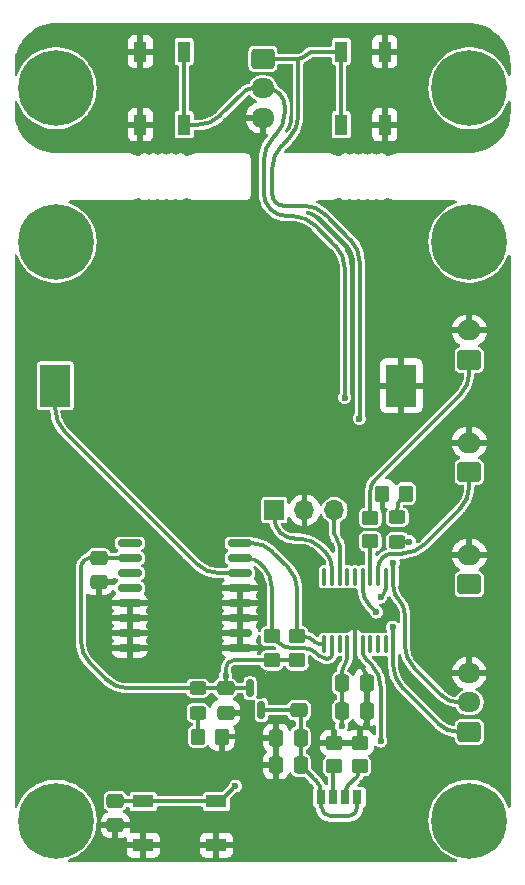
<source format=gbr>
%TF.GenerationSoftware,KiCad,Pcbnew,8.0.5*%
%TF.CreationDate,2025-01-18T16:16:31+01:00*%
%TF.ProjectId,Floppy voltmeter clock,466c6f70-7079-4207-966f-6c746d657465,1.0*%
%TF.SameCoordinates,Original*%
%TF.FileFunction,Copper,L1,Top*%
%TF.FilePolarity,Positive*%
%FSLAX46Y46*%
G04 Gerber Fmt 4.6, Leading zero omitted, Abs format (unit mm)*
G04 Created by KiCad (PCBNEW 8.0.5) date 2025-01-18 16:16:31*
%MOMM*%
%LPD*%
G01*
G04 APERTURE LIST*
G04 Aperture macros list*
%AMRoundRect*
0 Rectangle with rounded corners*
0 $1 Rounding radius*
0 $2 $3 $4 $5 $6 $7 $8 $9 X,Y pos of 4 corners*
0 Add a 4 corners polygon primitive as box body*
4,1,4,$2,$3,$4,$5,$6,$7,$8,$9,$2,$3,0*
0 Add four circle primitives for the rounded corners*
1,1,$1+$1,$2,$3*
1,1,$1+$1,$4,$5*
1,1,$1+$1,$6,$7*
1,1,$1+$1,$8,$9*
0 Add four rect primitives between the rounded corners*
20,1,$1+$1,$2,$3,$4,$5,0*
20,1,$1+$1,$4,$5,$6,$7,0*
20,1,$1+$1,$6,$7,$8,$9,0*
20,1,$1+$1,$8,$9,$2,$3,0*%
G04 Aperture macros list end*
%TA.AperFunction,ComponentPad*%
%ADD10RoundRect,0.250000X0.750000X-0.600000X0.750000X0.600000X-0.750000X0.600000X-0.750000X-0.600000X0*%
%TD*%
%TA.AperFunction,ComponentPad*%
%ADD11O,2.000000X1.700000*%
%TD*%
%TA.AperFunction,SMDPad,CuDef*%
%ADD12RoundRect,0.250000X0.350000X0.450000X-0.350000X0.450000X-0.350000X-0.450000X0.350000X-0.450000X0*%
%TD*%
%TA.AperFunction,ComponentPad*%
%ADD13C,0.800000*%
%TD*%
%TA.AperFunction,ComponentPad*%
%ADD14C,6.400000*%
%TD*%
%TA.AperFunction,SMDPad,CuDef*%
%ADD15R,1.500000X1.200000*%
%TD*%
%TA.AperFunction,SMDPad,CuDef*%
%ADD16R,1.500000X1.500000*%
%TD*%
%TA.AperFunction,SMDPad,CuDef*%
%ADD17R,0.700000X1.200000*%
%TD*%
%TA.AperFunction,SMDPad,CuDef*%
%ADD18R,0.800000X1.200000*%
%TD*%
%TA.AperFunction,SMDPad,CuDef*%
%ADD19R,0.900000X1.200000*%
%TD*%
%TA.AperFunction,ComponentPad*%
%ADD20RoundRect,0.250000X0.725000X-0.600000X0.725000X0.600000X-0.725000X0.600000X-0.725000X-0.600000X0*%
%TD*%
%TA.AperFunction,ComponentPad*%
%ADD21O,1.950000X1.700000*%
%TD*%
%TA.AperFunction,SMDPad,CuDef*%
%ADD22RoundRect,0.250000X-0.475000X0.337500X-0.475000X-0.337500X0.475000X-0.337500X0.475000X0.337500X0*%
%TD*%
%TA.AperFunction,SMDPad,CuDef*%
%ADD23RoundRect,0.250000X-0.337500X-0.475000X0.337500X-0.475000X0.337500X0.475000X-0.337500X0.475000X0*%
%TD*%
%TA.AperFunction,SMDPad,CuDef*%
%ADD24R,1.100000X1.800000*%
%TD*%
%TA.AperFunction,SMDPad,CuDef*%
%ADD25RoundRect,0.100000X0.100000X-0.637500X0.100000X0.637500X-0.100000X0.637500X-0.100000X-0.637500X0*%
%TD*%
%TA.AperFunction,SMDPad,CuDef*%
%ADD26RoundRect,0.150000X-0.150000X0.587500X-0.150000X-0.587500X0.150000X-0.587500X0.150000X0.587500X0*%
%TD*%
%TA.AperFunction,SMDPad,CuDef*%
%ADD27RoundRect,0.250000X0.475000X-0.337500X0.475000X0.337500X-0.475000X0.337500X-0.475000X-0.337500X0*%
%TD*%
%TA.AperFunction,SMDPad,CuDef*%
%ADD28RoundRect,0.250000X0.337500X0.475000X-0.337500X0.475000X-0.337500X-0.475000X0.337500X-0.475000X0*%
%TD*%
%TA.AperFunction,SMDPad,CuDef*%
%ADD29RoundRect,0.150000X-0.875000X-0.150000X0.875000X-0.150000X0.875000X0.150000X-0.875000X0.150000X0*%
%TD*%
%TA.AperFunction,SMDPad,CuDef*%
%ADD30RoundRect,0.250000X-0.450000X0.350000X-0.450000X-0.350000X0.450000X-0.350000X0.450000X0.350000X0*%
%TD*%
%TA.AperFunction,SMDPad,CuDef*%
%ADD31R,2.600000X3.600000*%
%TD*%
%TA.AperFunction,ComponentPad*%
%ADD32R,1.700000X1.700000*%
%TD*%
%TA.AperFunction,ComponentPad*%
%ADD33O,1.700000X1.700000*%
%TD*%
%TA.AperFunction,SMDPad,CuDef*%
%ADD34RoundRect,0.250000X0.450000X-0.350000X0.450000X0.350000X-0.450000X0.350000X-0.450000X-0.350000X0*%
%TD*%
%TA.AperFunction,SMDPad,CuDef*%
%ADD35RoundRect,0.250000X0.450000X-0.325000X0.450000X0.325000X-0.450000X0.325000X-0.450000X-0.325000X0*%
%TD*%
%TA.AperFunction,SMDPad,CuDef*%
%ADD36RoundRect,0.250000X-0.350000X-0.450000X0.350000X-0.450000X0.350000X0.450000X-0.350000X0.450000X0*%
%TD*%
%TA.AperFunction,SMDPad,CuDef*%
%ADD37RoundRect,0.250000X-0.450000X0.325000X-0.450000X-0.325000X0.450000X-0.325000X0.450000X0.325000X0*%
%TD*%
%TA.AperFunction,SMDPad,CuDef*%
%ADD38R,1.800000X1.100000*%
%TD*%
%TA.AperFunction,ComponentPad*%
%ADD39RoundRect,0.250000X-0.725000X0.600000X-0.725000X-0.600000X0.725000X-0.600000X0.725000X0.600000X0*%
%TD*%
%TA.AperFunction,ViaPad*%
%ADD40C,0.600000*%
%TD*%
%TA.AperFunction,Conductor*%
%ADD41C,0.350000*%
%TD*%
G04 APERTURE END LIST*
D10*
%TO.P,J5,1,Pin_1*%
%TO.N,/V_MINUTES*%
X216000000Y-106500000D03*
D11*
%TO.P,J5,2,Pin_2*%
%TO.N,GND*%
X216000000Y-104000000D03*
%TD*%
D12*
%TO.P,R7,1*%
%TO.N,Net-(D2-K)*%
X210650000Y-108314000D03*
%TO.P,R7,2*%
%TO.N,GND*%
X208650000Y-108314000D03*
%TD*%
D13*
%TO.P,H3,1*%
%TO.N,N/C*%
X213600000Y-136000000D03*
X214302944Y-134302944D03*
X214302944Y-137697056D03*
X216000000Y-133600000D03*
D14*
X216000000Y-136000000D03*
D13*
X216000000Y-138400000D03*
X217697056Y-134302944D03*
X217697056Y-137697056D03*
X218400000Y-136000000D03*
%TD*%
D15*
%TO.P,J2,17,CASE*%
%TO.N,GND*%
X199675000Y-134375000D03*
%TO.P,J2,18,CASE*%
X210325000Y-134375000D03*
D16*
%TO.P,J2,19,CASE*%
X199675000Y-137975000D03*
%TO.P,J2,20,CASE*%
X210325000Y-137975000D03*
D17*
%TO.P,J2,A5,CC1*%
%TO.N,/CC1*%
X204500000Y-134025000D03*
D18*
%TO.P,J2,A9,VBUS*%
%TO.N,VCC*%
X206520000Y-134025000D03*
D19*
%TO.P,J2,A12,GND*%
%TO.N,GND*%
X207750000Y-134025000D03*
D17*
%TO.P,J2,B5,CC2*%
%TO.N,/CC2*%
X205500000Y-134025000D03*
D18*
%TO.P,J2,B9,VBUS*%
%TO.N,VCC*%
X203480000Y-134025000D03*
D19*
%TO.P,J2,B12,GND*%
%TO.N,GND*%
X202250000Y-134025000D03*
%TD*%
D20*
%TO.P,J3,1,Pin_1*%
%TO.N,/BUTTON_MINUTE*%
X216000000Y-128500000D03*
D21*
%TO.P,J3,2,Pin_2*%
%TO.N,/BUTTON_HOURS*%
X216000000Y-126000000D03*
%TO.P,J3,3,Pin_3*%
%TO.N,GND*%
X216000000Y-123500000D03*
%TD*%
D22*
%TO.P,C5,1*%
%TO.N,/RESET*%
X186028000Y-134327500D03*
%TO.P,C5,2*%
%TO.N,GND*%
X186028000Y-136402500D03*
%TD*%
D23*
%TO.P,C1,1*%
%TO.N,+3V3*%
X205229500Y-126756500D03*
%TO.P,C1,2*%
%TO.N,GND*%
X207304500Y-126756500D03*
%TD*%
D13*
%TO.P,H4,1*%
%TO.N,N/C*%
X178600000Y-136000000D03*
X179302944Y-134302944D03*
X179302944Y-137697056D03*
X181000000Y-133600000D03*
D14*
X181000000Y-136000000D03*
D13*
X181000000Y-138400000D03*
X182697056Y-134302944D03*
X182697056Y-137697056D03*
X183400000Y-136000000D03*
%TD*%
D24*
%TO.P,SW3,1,1*%
%TO.N,/BUTTON_MINUTE*%
X205150000Y-77100000D03*
X205150000Y-70900000D03*
%TO.P,SW3,2,2*%
%TO.N,GND*%
X208850000Y-77100000D03*
X208850000Y-70900000D03*
%TD*%
D25*
%TO.P,U1,1,PB7/PB8*%
%TO.N,/I2C1_SCL*%
X203717000Y-121089500D03*
%TO.P,U1,2,PC14/PB9*%
%TO.N,/I2C1_SDA*%
X204367000Y-121089500D03*
%TO.P,U1,3,PC15*%
%TO.N,unconnected-(U1-PC15-Pad3)*%
X205017000Y-121089500D03*
%TO.P,U1,4,VDD*%
%TO.N,+3V3*%
X205667000Y-121089500D03*
%TO.P,U1,5,VSS*%
%TO.N,GND*%
X206317000Y-121089500D03*
%TO.P,U1,6,NRST*%
%TO.N,/RESET*%
X206967000Y-121089500D03*
%TO.P,U1,7,PA0*%
%TO.N,unconnected-(U1-PA0-Pad7)*%
X207617000Y-121089500D03*
%TO.P,U1,8,PA1*%
%TO.N,unconnected-(U1-PA1-Pad8)*%
X208267000Y-121089500D03*
%TO.P,U1,9,PA2*%
%TO.N,unconnected-(U1-PA2-Pad9)*%
X208917000Y-121089500D03*
%TO.P,U1,10,PA3*%
%TO.N,/BUTTON_MINUTE*%
X209567000Y-121089500D03*
%TO.P,U1,11,PA4*%
%TO.N,/BUTTON_HOURS*%
X209567000Y-115364500D03*
%TO.P,U1,12,PA5*%
%TO.N,/LED_ALIVE*%
X208917000Y-115364500D03*
%TO.P,U1,13,PA6*%
%TO.N,/V_MINUTES*%
X208267000Y-115364500D03*
%TO.P,U1,14,PA7*%
%TO.N,/A_SECONDS*%
X207617000Y-115364500D03*
%TO.P,U1,15,PB0/PB1/PB2/PA8*%
%TO.N,/V_HOURS*%
X206967000Y-115364500D03*
%TO.P,U1,16,PA11/PA9*%
%TO.N,unconnected-(U1-PA11{slash}PA9-Pad16)*%
X206317000Y-115364500D03*
%TO.P,U1,17,PA12/PA10*%
%TO.N,unconnected-(U1-PA12{slash}PA10-Pad17)*%
X205667000Y-115364500D03*
%TO.P,U1,18,SYS_SWDIO*%
%TO.N,/SWDIO*%
X205017000Y-115364500D03*
%TO.P,U1,19,SYS_SWCLK*%
%TO.N,/SWCLK*%
X204367000Y-115364500D03*
%TO.P,U1,20,PB3/PB4/PB5/PB6*%
%TO.N,unconnected-(U1-PB3{slash}PB4{slash}PB5{slash}PB6-Pad20)*%
X203717000Y-115364500D03*
%TD*%
D26*
%TO.P,U2,1,GND*%
%TO.N,GND*%
X199337000Y-124782500D03*
%TO.P,U2,2,VOUT*%
%TO.N,+3V3*%
X197437000Y-124782500D03*
%TO.P,U2,3,VIN*%
%TO.N,VCC*%
X198387000Y-126657500D03*
%TD*%
D13*
%TO.P,H2,1*%
%TO.N,N/C*%
X213600000Y-87000000D03*
X214302944Y-85302944D03*
X214302944Y-88697056D03*
X216000000Y-84600000D03*
D14*
X216000000Y-87000000D03*
D13*
X216000000Y-89400000D03*
X217697056Y-85302944D03*
X217697056Y-88697056D03*
X218400000Y-87000000D03*
%TD*%
D27*
%TO.P,C6,1*%
%TO.N,VCC*%
X201586000Y-126681500D03*
%TO.P,C6,2*%
%TO.N,GND*%
X201586000Y-124606500D03*
%TD*%
D28*
%TO.P,C3,1*%
%TO.N,VCC*%
X201719500Y-131301000D03*
%TO.P,C3,2*%
%TO.N,GND*%
X199644500Y-131301000D03*
%TD*%
D29*
%TO.P,U3,1,32KHZ*%
%TO.N,unconnected-(U3-32KHZ-Pad1)*%
X187260000Y-112512000D03*
%TO.P,U3,2,VCC*%
%TO.N,+3V3*%
X187260000Y-113782000D03*
%TO.P,U3,3,~{INT}/SQW*%
%TO.N,unconnected-(U3-~{INT}{slash}SQW-Pad3)*%
X187260000Y-115052000D03*
%TO.P,U3,4,~{RST}*%
%TO.N,unconnected-(U3-~{RST}-Pad4)*%
X187260000Y-116322000D03*
%TO.P,U3,5,GND*%
%TO.N,GND*%
X187260000Y-117592000D03*
%TO.P,U3,6,GND*%
X187260000Y-118862000D03*
%TO.P,U3,7,GND*%
X187260000Y-120132000D03*
%TO.P,U3,8,GND*%
X187260000Y-121402000D03*
%TO.P,U3,9,GND*%
X196560000Y-121402000D03*
%TO.P,U3,10,GND*%
X196560000Y-120132000D03*
%TO.P,U3,11,GND*%
X196560000Y-118862000D03*
%TO.P,U3,12,GND*%
X196560000Y-117592000D03*
%TO.P,U3,13,GND*%
X196560000Y-116322000D03*
%TO.P,U3,14,VBAT*%
%TO.N,/VBAT*%
X196560000Y-115052000D03*
%TO.P,U3,15,SDA*%
%TO.N,/I2C1_SDA*%
X196560000Y-113782000D03*
%TO.P,U3,16,SCL*%
%TO.N,/I2C1_SCL*%
X196560000Y-112512000D03*
%TD*%
D30*
%TO.P,R5,1*%
%TO.N,/I2C1_SDA*%
X199276000Y-120402000D03*
%TO.P,R5,2*%
%TO.N,+3V3*%
X199276000Y-122402000D03*
%TD*%
D22*
%TO.P,C8,1*%
%TO.N,+3V3*%
X184631000Y-113753500D03*
%TO.P,C8,2*%
%TO.N,GND*%
X184631000Y-115828500D03*
%TD*%
D10*
%TO.P,J6,1,Pin_1*%
%TO.N,Net-(J6-Pin_1)*%
X216000000Y-97000000D03*
D11*
%TO.P,J6,2,Pin_2*%
%TO.N,GND*%
X216000000Y-94500000D03*
%TD*%
D10*
%TO.P,J4,1,Pin_1*%
%TO.N,/V_HOURS*%
X216000000Y-116000000D03*
D11*
%TO.P,J4,2,Pin_2*%
%TO.N,GND*%
X216000000Y-113500000D03*
%TD*%
D22*
%TO.P,C7,1*%
%TO.N,+3V3*%
X195363000Y-124802500D03*
%TO.P,C7,2*%
%TO.N,GND*%
X195363000Y-126877500D03*
%TD*%
D31*
%TO.P,BT1,1,+*%
%TO.N,/VBAT*%
X180943000Y-99177000D03*
%TO.P,BT1,2,-*%
%TO.N,GND*%
X210243000Y-99177000D03*
%TD*%
D32*
%TO.P,J7,1,Pin_1*%
%TO.N,/SWCLK*%
X199505000Y-109711000D03*
D33*
%TO.P,J7,2,Pin_2*%
%TO.N,GND*%
X202045000Y-109711000D03*
%TO.P,J7,3,Pin_3*%
%TO.N,/SWDIO*%
X204585000Y-109711000D03*
%TD*%
D34*
%TO.P,R2,1*%
%TO.N,/CC1*%
X204570000Y-131412000D03*
%TO.P,R2,2*%
%TO.N,GND*%
X204570000Y-129412000D03*
%TD*%
D13*
%TO.P,H5,1*%
%TO.N,N/C*%
X178600000Y-74000000D03*
X179302944Y-72302944D03*
X179302944Y-75697056D03*
X181000000Y-71600000D03*
D14*
X181000000Y-74000000D03*
D13*
X181000000Y-76400000D03*
X182697056Y-72302944D03*
X182697056Y-75697056D03*
X183400000Y-74000000D03*
%TD*%
D23*
%TO.P,C2,1*%
%TO.N,+3V3*%
X205229500Y-124364500D03*
%TO.P,C2,2*%
%TO.N,GND*%
X207304500Y-124364500D03*
%TD*%
D35*
%TO.P,D1,1,K*%
%TO.N,Net-(D1-K)*%
X193013000Y-126865000D03*
%TO.P,D1,2,A*%
%TO.N,+3V3*%
X193013000Y-124815000D03*
%TD*%
D36*
%TO.P,R3,1*%
%TO.N,Net-(D1-K)*%
X193029000Y-128888000D03*
%TO.P,R3,2*%
%TO.N,GND*%
X195029000Y-128888000D03*
%TD*%
D13*
%TO.P,H1,1*%
%TO.N,N/C*%
X178600000Y-87000000D03*
X179302944Y-85302944D03*
X179302944Y-88697056D03*
X181000000Y-84600000D03*
D14*
X181000000Y-87000000D03*
D13*
X181000000Y-89400000D03*
X182697056Y-85302944D03*
X182697056Y-88697056D03*
X183400000Y-87000000D03*
%TD*%
D34*
%TO.P,R6,1*%
%TO.N,+3V3*%
X201435000Y-122402000D03*
%TO.P,R6,2*%
%TO.N,/I2C1_SCL*%
X201435000Y-120402000D03*
%TD*%
D13*
%TO.P,H6,1*%
%TO.N,N/C*%
X213600000Y-74000000D03*
X214302944Y-72302944D03*
X214302944Y-75697056D03*
X216000000Y-71600000D03*
D14*
X216000000Y-74000000D03*
D13*
X216000000Y-76400000D03*
X217697056Y-72302944D03*
X217697056Y-75697056D03*
X218400000Y-74000000D03*
%TD*%
D30*
%TO.P,R1,1*%
%TO.N,GND*%
X206729000Y-129412000D03*
%TO.P,R1,2*%
%TO.N,/CC2*%
X206729000Y-131412000D03*
%TD*%
D34*
%TO.P,R4,1*%
%TO.N,/A_SECONDS*%
X207618000Y-112362000D03*
%TO.P,R4,2*%
%TO.N,Net-(J6-Pin_1)*%
X207618000Y-110362000D03*
%TD*%
D37*
%TO.P,D2,1,K*%
%TO.N,Net-(D2-K)*%
X209904000Y-110337000D03*
%TO.P,D2,2,A*%
%TO.N,/LED_ALIVE*%
X209904000Y-112387000D03*
%TD*%
D28*
%TO.P,C4,1*%
%TO.N,VCC*%
X201719500Y-129015000D03*
%TO.P,C4,2*%
%TO.N,GND*%
X199644500Y-129015000D03*
%TD*%
D24*
%TO.P,SW2,1,1*%
%TO.N,/BUTTON_HOURS*%
X191850000Y-70900000D03*
X191850000Y-77100000D03*
%TO.P,SW2,2,2*%
%TO.N,GND*%
X188150000Y-70900000D03*
X188150000Y-77100000D03*
%TD*%
D38*
%TO.P,SW1,1,1*%
%TO.N,GND*%
X194589000Y-138081000D03*
X188389000Y-138081000D03*
%TO.P,SW1,2,2*%
%TO.N,/RESET*%
X194589000Y-134381000D03*
X188389000Y-134381000D03*
%TD*%
D39*
%TO.P,J1,1,Pin_1*%
%TO.N,/BUTTON_MINUTE*%
X198525000Y-71500000D03*
D21*
%TO.P,J1,2,Pin_2*%
%TO.N,/BUTTON_HOURS*%
X198525000Y-74000000D03*
%TO.P,J1,3,Pin_3*%
%TO.N,GND*%
X198525000Y-76500000D03*
%TD*%
D40*
%TO.N,GND*%
X191870000Y-118474000D03*
X188060000Y-99170000D03*
X200252000Y-125586000D03*
X192632000Y-111362000D03*
X179932000Y-122030000D03*
X179932000Y-110346000D03*
X207237000Y-127999000D03*
X205586000Y-117966000D03*
X210158000Y-86978000D03*
X179932000Y-116442000D03*
X200506000Y-99424000D03*
X210158000Y-94344000D03*
X197458000Y-128888000D03*
X192886000Y-138286000D03*
X203554000Y-124570000D03*
X189584000Y-131428000D03*
X179932000Y-131428000D03*
X189584000Y-127618000D03*
X211682000Y-130920000D03*
X205078000Y-138286000D03*
X179932000Y-127618000D03*
X188060000Y-87232000D03*
%TO.N,+3V3*%
X195363000Y-123744000D03*
X205205000Y-127999000D03*
%TO.N,/BUTTON_HOURS*%
X209567000Y-114156000D03*
X205459000Y-100186000D03*
%TO.N,/BUTTON_MINUTE*%
X206689000Y-101964000D03*
X209523000Y-119617000D03*
%TO.N,/V_HOURS*%
X208126000Y-118347000D03*
%TO.N,/LED_ALIVE*%
X210920000Y-112378000D03*
X208507000Y-117077000D03*
%TO.N,/RESET*%
X208507000Y-129269000D03*
X196188000Y-133079000D03*
%TD*%
D41*
%TO.N,GND*%
X206996907Y-123186906D02*
X206810754Y-123000748D01*
X207304497Y-123929501D02*
X207304500Y-124364500D01*
X206317007Y-121808730D02*
X206317000Y-121089500D01*
X206317007Y-121808730D02*
G75*
G03*
X206810765Y-123000737I1685793J30D01*
G01*
X206996907Y-123186906D02*
G75*
G02*
X207304496Y-123929501I-742607J-742594D01*
G01*
%TO.N,+3V3*%
X205229500Y-124364500D02*
X205217255Y-126768751D01*
X192999742Y-124814999D02*
X193008580Y-124815000D01*
X195373000Y-124792500D02*
X195377996Y-124787491D01*
X193029915Y-124802492D02*
X193038760Y-124802500D01*
X195363000Y-124788357D02*
X195363021Y-124795450D01*
X187245749Y-113767750D02*
X187260000Y-113782000D01*
X205229500Y-124364500D02*
X205229500Y-123330855D01*
X195390067Y-124782491D02*
X195404216Y-124782500D01*
X205666986Y-122274636D02*
X205667000Y-121089500D01*
X187211346Y-113753500D02*
X185625500Y-113753500D01*
X199276000Y-122402000D02*
X201435000Y-122402000D01*
X193038760Y-124802500D02*
X195348857Y-124802500D01*
X184382376Y-113753500D02*
X184631000Y-113753500D01*
X185222104Y-124018102D02*
X183903899Y-122699895D01*
X192999742Y-124814999D02*
X187145981Y-124814999D01*
X195363000Y-123744000D02*
X195363000Y-123175320D01*
X195404216Y-124782500D02*
X197437000Y-124782500D01*
X183885124Y-113753497D02*
X184382376Y-113753500D01*
X205229510Y-126756503D02*
X205205001Y-126781000D01*
X195348857Y-124802500D02*
X195355950Y-124802521D01*
X195367999Y-124797500D02*
X195373000Y-124792500D01*
X195367947Y-124797624D02*
X195373000Y-124792500D01*
X195348857Y-124802500D02*
X195355928Y-124802500D01*
X199276000Y-122402000D02*
X196136317Y-122401993D01*
X185625500Y-113753500D02*
X184631000Y-113753500D01*
X195363000Y-123744000D02*
X195363000Y-124788357D01*
X195362948Y-124795552D02*
X195363000Y-124788357D01*
X183371749Y-114018247D02*
X183460694Y-113929301D01*
X183107001Y-114657413D02*
X183107002Y-120776017D01*
X205205000Y-127999000D02*
X205217255Y-126768751D01*
X183107002Y-120776017D02*
G75*
G03*
X183903902Y-122699892I2720798J17D01*
G01*
X193016123Y-124811875D02*
G75*
G02*
X193008580Y-124814976I-7523J7575D01*
G01*
X195390067Y-124782491D02*
G75*
G03*
X195377975Y-124787470I-67J-17009D01*
G01*
X193022371Y-124805617D02*
X193016123Y-124811875D01*
X205448242Y-122802746D02*
G75*
G03*
X205229475Y-123330855I528158J-528154D01*
G01*
X196136317Y-122401993D02*
G75*
G03*
X195589491Y-122628488I-17J-773307D01*
G01*
X183371749Y-114018247D02*
G75*
G03*
X183107003Y-114657413I639151J-639153D01*
G01*
X187245749Y-113767750D02*
G75*
G03*
X187211346Y-113753481I-34449J-34450D01*
G01*
X185222104Y-124018102D02*
G75*
G03*
X187145981Y-124815004I1923896J1923902D01*
G01*
X195589499Y-122628496D02*
G75*
G03*
X195363004Y-123175320I546801J-546804D01*
G01*
X183885124Y-113753497D02*
G75*
G03*
X183460689Y-113929296I-24J-600203D01*
G01*
X195362948Y-124795552D02*
G75*
G03*
X195367999Y-124797676I2952J-48D01*
G01*
X193029915Y-124802492D02*
G75*
G03*
X193022376Y-124805622I-15J-10608D01*
G01*
X205666986Y-122274636D02*
G75*
G02*
X205448226Y-122802730I-746886J36D01*
G01*
X195367999Y-124797500D02*
G75*
G02*
X195355928Y-124802511I-12099J12100D01*
G01*
X195355950Y-124802521D02*
G75*
G03*
X195363021Y-124795450I50J7021D01*
G01*
%TO.N,VCC*%
X205792768Y-135618999D02*
X204256736Y-135618999D01*
X201719500Y-129015000D02*
X201719499Y-126909398D01*
X203479992Y-134835377D02*
X203479992Y-134842268D01*
X203479999Y-134178122D02*
X203479992Y-134835377D01*
X201719500Y-129015000D02*
X201719500Y-131301000D01*
X202969026Y-132550528D02*
X201719500Y-131301000D01*
X203479999Y-134178122D02*
X203479999Y-133784125D01*
X198399000Y-126669499D02*
X198387000Y-126657500D01*
X206520008Y-134891773D02*
X206520000Y-134025000D01*
X198427970Y-126681499D02*
X201491600Y-126681499D01*
X203707493Y-135391502D02*
G75*
G03*
X204256736Y-135618963I549207J549302D01*
G01*
X203479992Y-134842268D02*
G75*
G03*
X203707482Y-135391513I776708J-32D01*
G01*
X201652749Y-126748250D02*
G75*
G02*
X201719500Y-126909398I-161149J-161150D01*
G01*
X202969026Y-132550528D02*
G75*
G02*
X203479972Y-133784125I-1233626J-1233572D01*
G01*
X206520008Y-134891773D02*
G75*
G02*
X206307015Y-135406012I-727208J-27D01*
G01*
X205792768Y-135618999D02*
G75*
G03*
X206307030Y-135406027I32J727299D01*
G01*
X198399000Y-126669499D02*
G75*
G03*
X198427970Y-126681511I29000J28999D01*
G01*
X201491600Y-126681499D02*
G75*
G02*
X201652750Y-126748249I0J-227901D01*
G01*
%TO.N,Net-(D1-K)*%
X193020997Y-128880001D02*
X193029000Y-128888000D01*
X193012995Y-128860687D02*
X193013000Y-126865000D01*
X193012995Y-128860687D02*
G75*
G03*
X193020991Y-128880007I27305J-13D01*
G01*
%TO.N,/BUTTON_HOURS*%
X198467749Y-74000001D02*
X197641250Y-74000000D01*
X191850000Y-77100000D02*
X191850000Y-70900000D01*
X215127500Y-126000000D02*
X216000000Y-126000000D01*
X200378999Y-75558587D02*
X200378999Y-76072018D01*
X211335896Y-123080895D02*
X213638049Y-125383049D01*
X205459000Y-100186000D02*
X205458995Y-89247984D01*
X198600996Y-80103981D02*
X198600992Y-82867778D01*
X193001015Y-77099997D02*
X191850000Y-77100000D01*
X210538999Y-121157017D02*
X210538999Y-118526308D01*
X209567000Y-114156000D02*
X209567000Y-115364500D01*
X202953897Y-85615884D02*
X204662101Y-87324102D01*
X198467749Y-74000001D02*
X198820409Y-74000002D01*
X209566998Y-116179692D02*
X209567000Y-115364500D01*
X200552224Y-84818994D02*
X201030024Y-84818992D01*
X199397895Y-78180103D02*
X199582103Y-77995896D01*
X194924895Y-76303100D02*
X196935789Y-74292211D01*
X213638049Y-125383049D02*
G75*
G03*
X215127500Y-126000000I1489451J1489449D01*
G01*
X200378999Y-76072018D02*
G75*
G02*
X199582099Y-77995892I-2720799J18D01*
G01*
X210538999Y-121157017D02*
G75*
G03*
X211335899Y-123080892I2720801J17D01*
G01*
X197641250Y-74000000D02*
G75*
G03*
X196935759Y-74292181I-50J-997700D01*
G01*
X202953897Y-85615884D02*
G75*
G03*
X201030024Y-84818956I-1923897J-1923816D01*
G01*
X209566998Y-116179692D02*
G75*
G03*
X210052995Y-117353003I1659302J-8D01*
G01*
X198600992Y-82867778D02*
G75*
G03*
X199172486Y-84247510I1951208J-22D01*
G01*
X199922498Y-74456502D02*
G75*
G02*
X200379002Y-75558587I-1102098J-1102098D01*
G01*
X204662101Y-87324102D02*
G75*
G02*
X205459005Y-89247984I-1923901J-1923898D01*
G01*
X210052998Y-117353000D02*
G75*
G02*
X210538995Y-118526308I-1173298J-1173300D01*
G01*
X194924895Y-76303100D02*
G75*
G02*
X193001015Y-77100002I-1923895J1923900D01*
G01*
X199172495Y-84247501D02*
G75*
G03*
X200552224Y-84818995I1379705J1379701D01*
G01*
X198820409Y-74000002D02*
G75*
G02*
X199922495Y-74456505I-9J-1558598D01*
G01*
X199397895Y-78180103D02*
G75*
G03*
X198600993Y-80103981I1923905J-1923897D01*
G01*
%TO.N,/BUTTON_MINUTE*%
X205150000Y-70900000D02*
X202911268Y-70900012D01*
X201522003Y-76326020D02*
X201521999Y-71500000D01*
X205150000Y-70900000D02*
X205150000Y-77100000D01*
X215044000Y-128499998D02*
X216000000Y-128500000D01*
X209522995Y-121045502D02*
X209566999Y-121089500D01*
X200257078Y-83930000D02*
X201919012Y-83930006D01*
X209544997Y-121067501D02*
X209558489Y-122851196D01*
X200725107Y-78249896D02*
X200121898Y-78853104D01*
X210364512Y-124776485D02*
X213412009Y-127824000D01*
X199325003Y-80776981D02*
X199325007Y-82997917D01*
X206728993Y-101895712D02*
X206728994Y-88739983D01*
X209544997Y-121067501D02*
X209523000Y-119617000D01*
X203842892Y-84726906D02*
X205932097Y-86816106D01*
X206689000Y-101964000D02*
X206708996Y-101943998D01*
X201462737Y-71500000D02*
X198525000Y-71500000D01*
X198525000Y-71500000D02*
X201521999Y-71500000D01*
X205932097Y-86816106D02*
G75*
G02*
X206728999Y-88739983I-1923897J-1923894D01*
G01*
X201522003Y-76326020D02*
G75*
G02*
X200725104Y-78249893I-2720803J20D01*
G01*
X199598004Y-83656997D02*
G75*
G03*
X200257078Y-83930003I659096J659097D01*
G01*
X202187003Y-71200007D02*
G75*
G02*
X201462737Y-71500022I-724303J724307D01*
G01*
X201919012Y-83930006D02*
G75*
G02*
X203842891Y-84726907I-12J-2720794D01*
G01*
X200121898Y-78853104D02*
G75*
G03*
X199324996Y-80776981I1923902J-1923896D01*
G01*
X202911268Y-70900012D02*
G75*
G03*
X202187017Y-71200021I32J-1024288D01*
G01*
X206728993Y-101895712D02*
G75*
G02*
X206708989Y-101943991I-68293J12D01*
G01*
X209558489Y-122851196D02*
G75*
G03*
X210364507Y-124776490I2752111J20796D01*
G01*
X213412009Y-127824000D02*
G75*
G03*
X215044000Y-128499990I1631991J1632000D01*
G01*
X199325007Y-82997917D02*
G75*
G03*
X199598011Y-83656990I932093J17D01*
G01*
%TO.N,/CC2*%
X206498836Y-132293162D02*
X205759152Y-133032844D01*
X206729000Y-131737500D02*
X206729000Y-131412000D01*
X205499998Y-133658499D02*
X205500000Y-134025000D01*
X205759152Y-133032844D02*
G75*
G03*
X205499994Y-133658499I625648J-625656D01*
G01*
X206729000Y-131737500D02*
G75*
G02*
X206498832Y-132293158I-785800J0D01*
G01*
%TO.N,/CC1*%
X204500000Y-131531497D02*
X204500000Y-134025000D01*
X204535000Y-131447000D02*
X204570000Y-131412000D01*
X204535000Y-131447000D02*
G75*
G03*
X204499999Y-131531497I84500J-84500D01*
G01*
%TO.N,/V_HOURS*%
X208126000Y-118347000D02*
X207546492Y-117767503D01*
X206966991Y-116368466D02*
X206967000Y-115364500D01*
X206966991Y-116368466D02*
G75*
G03*
X207546480Y-117767515I1978509J-34D01*
G01*
%TO.N,/V_MINUTES*%
X209543913Y-113393998D02*
X210301024Y-113394004D01*
X216000000Y-107695017D02*
X216000000Y-106500000D01*
X215203104Y-109618897D02*
X212224898Y-112597115D01*
X208267000Y-114670916D02*
X208267000Y-115364500D01*
X210301024Y-113394004D02*
G75*
G03*
X212224870Y-112597087I-24J2720704D01*
G01*
X209543913Y-113393998D02*
G75*
G03*
X208640995Y-113767993I-13J-1276902D01*
G01*
X216000000Y-107695017D02*
G75*
G02*
X215203100Y-109618893I-2720800J17D01*
G01*
X208640999Y-113767997D02*
G75*
G03*
X208267004Y-114670916I902901J-902903D01*
G01*
%TO.N,Net-(J6-Pin_1)*%
X207618006Y-108102248D02*
X207618000Y-110362000D01*
X215232790Y-99937210D02*
X208007090Y-107162920D01*
X216000000Y-98084999D02*
X216000000Y-97000000D01*
X216000000Y-98084999D02*
G75*
G02*
X215232786Y-99937206I-2619400J-1D01*
G01*
X208007090Y-107162920D02*
G75*
G03*
X207617966Y-108102248I939310J-939380D01*
G01*
%TO.N,/A_SECONDS*%
X207617000Y-112438991D02*
X207617000Y-115364500D01*
X207637500Y-112389500D02*
X207658000Y-112369000D01*
X207637500Y-112389500D02*
G75*
G03*
X207616996Y-112438991I49500J-49500D01*
G01*
%TO.N,/I2C1_SDA*%
X200971156Y-121395001D02*
X201981859Y-121395004D01*
X199275999Y-116223164D02*
X199276000Y-120402000D01*
X199772500Y-120898499D02*
X199276000Y-120402000D01*
X197203002Y-113781994D02*
X196560000Y-113782000D01*
X204366986Y-121980130D02*
X204367000Y-121089500D01*
X204063136Y-122283999D02*
X203844239Y-122283998D01*
X198561001Y-114496994D02*
X198300672Y-114236662D01*
X203054977Y-121839501D02*
X203255696Y-122040216D01*
X203255696Y-122040216D02*
G75*
G03*
X203844239Y-122283979I588504J588516D01*
G01*
X201981859Y-121395004D02*
G75*
G02*
X203054991Y-121839487I41J-1517596D01*
G01*
X198300672Y-114236662D02*
G75*
G03*
X197203002Y-113781981I-1097672J-1097638D01*
G01*
X198561001Y-114496994D02*
G75*
G02*
X199276020Y-116223164I-1726201J-1726206D01*
G01*
X204063136Y-122283999D02*
G75*
G03*
X204277966Y-122194970I-36J303799D01*
G01*
X199772500Y-120898499D02*
G75*
G03*
X200971156Y-121395017I1198700J1198699D01*
G01*
X204366986Y-121980130D02*
G75*
G02*
X204277978Y-122194982I-303886J30D01*
G01*
%TO.N,/I2C1_SCL*%
X203419245Y-121089512D02*
X203717000Y-121089500D01*
X202777744Y-120745762D02*
X202910950Y-120878974D01*
X201434999Y-116465981D02*
X201435000Y-119902501D01*
X197583997Y-112512007D02*
X196560000Y-112512000D01*
X201934500Y-120402000D02*
X201947857Y-120402000D01*
X200638100Y-114542106D02*
X199332071Y-113236086D01*
X201435000Y-119902501D02*
G75*
G03*
X201934500Y-120402000I499500J1D01*
G01*
X197583997Y-112512007D02*
G75*
G02*
X199332083Y-113236074I3J-2472193D01*
G01*
X200638100Y-114542106D02*
G75*
G02*
X201435001Y-116465981I-1923900J-1923894D01*
G01*
X202910950Y-120878974D02*
G75*
G03*
X203419245Y-121089491I508250J508274D01*
G01*
X202777744Y-120745762D02*
G75*
G03*
X201947857Y-120402028I-829844J-829838D01*
G01*
%TO.N,/LED_ALIVE*%
X208917003Y-116377087D02*
X208917000Y-115364500D01*
X209922541Y-112378000D02*
X210920000Y-112378000D01*
X209910755Y-112380260D02*
X209904000Y-112387000D01*
X208712002Y-116872001D02*
X208507000Y-117077000D01*
X208917003Y-116377087D02*
G75*
G02*
X208712007Y-116872006I-699903J-13D01*
G01*
X209916184Y-112378008D02*
G75*
G03*
X209910758Y-112380263I16J-7692D01*
G01*
X209922541Y-112378000D02*
G75*
G03*
X209916184Y-112378008I-41J-2524900D01*
G01*
%TO.N,/SWDIO*%
X205016999Y-112749467D02*
X205017000Y-115364500D01*
X204585011Y-111706526D02*
X204585000Y-109711000D01*
X204801006Y-112227997D02*
G75*
G02*
X205017019Y-112749467I-521506J-521503D01*
G01*
X204585011Y-111706526D02*
G75*
G03*
X204801018Y-112227985I737489J26D01*
G01*
%TO.N,/SWCLK*%
X199505000Y-110416999D02*
X199505000Y-109711000D01*
X200005500Y-111623499D02*
X200004217Y-111622216D01*
X203428321Y-112887316D02*
X203823057Y-113282057D01*
X204366997Y-114595251D02*
X204367000Y-115364500D01*
X201213813Y-112123995D02*
X201585502Y-112123993D01*
X203823057Y-113282057D02*
G75*
G02*
X204367016Y-114595251I-1313257J-1313243D01*
G01*
X203428321Y-112887316D02*
G75*
G03*
X201585502Y-112123984I-1842821J-1842784D01*
G01*
X199505000Y-110416999D02*
G75*
G03*
X200004224Y-111622209I1704400J-1D01*
G01*
X200005500Y-111623499D02*
G75*
G03*
X201213813Y-112123994I1208300J1208299D01*
G01*
%TO.N,/VBAT*%
X180942987Y-101149526D02*
X180943000Y-99177000D01*
X194845476Y-115052007D02*
X196560000Y-115052000D01*
X181739876Y-103073402D02*
X192921598Y-114255116D01*
X192921598Y-114255116D02*
G75*
G03*
X194845476Y-115052018I1923902J1923916D01*
G01*
X180942987Y-101149526D02*
G75*
G03*
X181739904Y-103073374I2720713J26D01*
G01*
%TO.N,/RESET*%
X195043509Y-134223493D02*
X196188000Y-133079000D01*
X207737000Y-122839689D02*
X207313548Y-122416238D01*
X194663250Y-134381001D02*
X194217749Y-134381000D01*
X206966999Y-121579595D02*
X206967000Y-121089500D01*
X186054750Y-134354249D02*
X186028000Y-134327500D01*
X208507001Y-124698634D02*
X208507000Y-129269000D01*
X188389000Y-134381000D02*
X186119329Y-134380999D01*
X188389000Y-134381000D02*
X194217749Y-134381000D01*
X194663250Y-134381001D02*
G75*
G03*
X195043491Y-134223475I-50J537801D01*
G01*
X206966999Y-121579595D02*
G75*
G03*
X207313544Y-122416242I1183201J-5D01*
G01*
X207737000Y-122839689D02*
G75*
G02*
X208506989Y-124698634I-1858900J-1858911D01*
G01*
X186054750Y-134354249D02*
G75*
G03*
X186119329Y-134380987I64550J64549D01*
G01*
%TO.N,Net-(D2-K)*%
X210277000Y-108687000D02*
X210650000Y-108314000D01*
X209904000Y-109587501D02*
X209904000Y-110337000D01*
X210277000Y-108687000D02*
G75*
G03*
X209904001Y-109587501I900500J-900500D01*
G01*
%TD*%
%TA.AperFunction,Conductor*%
%TO.N,GND*%
G36*
X203046000Y-122792000D02*
G01*
X203046000Y-126602000D01*
X202611500Y-126602000D01*
X202611500Y-126300898D01*
X202600877Y-126212436D01*
X202545361Y-126071658D01*
X202545360Y-126071657D01*
X202545360Y-126071656D01*
X202453922Y-125951077D01*
X202333343Y-125859639D01*
X202192561Y-125804122D01*
X202146926Y-125798642D01*
X202104102Y-125793500D01*
X201067898Y-125793500D01*
X201028853Y-125798188D01*
X200979438Y-125804122D01*
X200838656Y-125859639D01*
X200718077Y-125951077D01*
X200626638Y-126071658D01*
X200626637Y-126071660D01*
X200604621Y-126127489D01*
X200561715Y-126182633D01*
X200495807Y-126205826D01*
X200489267Y-126205999D01*
X199111500Y-126205999D01*
X199044461Y-126186314D01*
X198998706Y-126133510D01*
X198987500Y-126081999D01*
X198987500Y-126015730D01*
X198984646Y-125985300D01*
X198984646Y-125985298D01*
X198939793Y-125857119D01*
X198939792Y-125857117D01*
X198900680Y-125804122D01*
X198859150Y-125747850D01*
X198749882Y-125667207D01*
X198749880Y-125667206D01*
X198621700Y-125622353D01*
X198591270Y-125619500D01*
X198591266Y-125619500D01*
X198485167Y-125619500D01*
X198474000Y-125586000D01*
X198474000Y-124062000D01*
X198853750Y-123302500D01*
X199769097Y-123302500D01*
X199769102Y-123302500D01*
X199857564Y-123291877D01*
X199998342Y-123236361D01*
X200118922Y-123144922D01*
X200210361Y-123024342D01*
X200237307Y-122956009D01*
X200280213Y-122900866D01*
X200346120Y-122877673D01*
X200352662Y-122877500D01*
X200358338Y-122877500D01*
X200425377Y-122897185D01*
X200471132Y-122949989D01*
X200473693Y-122956011D01*
X200500638Y-123024342D01*
X200592077Y-123144922D01*
X200712656Y-123236360D01*
X200712657Y-123236360D01*
X200712658Y-123236361D01*
X200853436Y-123291877D01*
X200941898Y-123302500D01*
X200941903Y-123302500D01*
X201928097Y-123302500D01*
X201928102Y-123302500D01*
X202016564Y-123291877D01*
X202157342Y-123236361D01*
X202277922Y-123144922D01*
X202369361Y-123024342D01*
X202424877Y-122883564D01*
X202435500Y-122795102D01*
X202435500Y-122715687D01*
X203046000Y-122792000D01*
G37*
%TD.AperFunction*%
%TD*%
%TA.AperFunction,Conductor*%
%TO.N,GND*%
G36*
X202629337Y-132883298D02*
G01*
X202635948Y-132890449D01*
X202755780Y-133030760D01*
X202767214Y-133046499D01*
X202821262Y-133134703D01*
X202839504Y-133202149D01*
X202828968Y-133249576D01*
X202782415Y-133355009D01*
X202779500Y-133380131D01*
X202779500Y-134669856D01*
X202779502Y-134669882D01*
X202782413Y-134694987D01*
X202782415Y-134694991D01*
X202827793Y-134797764D01*
X202827794Y-134797765D01*
X202907235Y-134877206D01*
X202939171Y-134891307D01*
X202992545Y-134936391D01*
X203011557Y-134985346D01*
X203035331Y-135135483D01*
X203096234Y-135322942D01*
X203185719Y-135498576D01*
X203247280Y-135583308D01*
X203301575Y-135658040D01*
X203301577Y-135658042D01*
X203301580Y-135658046D01*
X203321761Y-135678228D01*
X203321825Y-135678300D01*
X203327022Y-135683496D01*
X203327024Y-135683499D01*
X203335444Y-135691918D01*
X203335507Y-135692033D01*
X203371267Y-135727786D01*
X203440961Y-135797467D01*
X203600432Y-135913311D01*
X203776061Y-136002783D01*
X203867993Y-136032646D01*
X203963525Y-136063681D01*
X204083417Y-136082662D01*
X204158205Y-136094504D01*
X204256758Y-136094499D01*
X205792747Y-136094499D01*
X205855369Y-136094499D01*
X205863466Y-136094499D01*
X205863943Y-136094466D01*
X205887401Y-136094468D01*
X205968641Y-136081605D01*
X206074377Y-136064865D01*
X206167794Y-136034518D01*
X206254424Y-136006377D01*
X206423104Y-135920446D01*
X206576266Y-135809187D01*
X206592653Y-135792801D01*
X206592732Y-135792734D01*
X206598970Y-135786496D01*
X206605672Y-135779792D01*
X206605719Y-135779767D01*
X206626146Y-135759340D01*
X206627577Y-135758375D01*
X206641910Y-135743595D01*
X206643244Y-135742240D01*
X206643245Y-135742241D01*
X206710179Y-135675306D01*
X206821456Y-135522143D01*
X206907402Y-135353457D01*
X206965901Y-135173403D01*
X206995511Y-134986415D01*
X206995510Y-134986413D01*
X206996224Y-134981911D01*
X207026151Y-134918775D01*
X207068614Y-134887870D01*
X207092760Y-134877208D01*
X207092759Y-134877208D01*
X207092765Y-134877206D01*
X207172206Y-134797765D01*
X207217585Y-134694991D01*
X207220500Y-134669865D01*
X207220499Y-133380136D01*
X207220497Y-133380117D01*
X207217586Y-133355012D01*
X207217585Y-133355010D01*
X207217585Y-133355009D01*
X207172206Y-133252235D01*
X207092765Y-133172794D01*
X206989992Y-133127415D01*
X206964868Y-133124500D01*
X206964865Y-133124500D01*
X206639318Y-133124500D01*
X206572279Y-133104815D01*
X206526524Y-133052011D01*
X206516580Y-132982853D01*
X206545605Y-132919297D01*
X206551637Y-132912818D01*
X206766456Y-132698000D01*
X211936000Y-132698000D01*
X211936000Y-139302000D01*
X198220000Y-139302000D01*
X198220000Y-132698000D01*
X202444039Y-132698000D01*
X202629337Y-132883298D01*
G37*
%TD.AperFunction*%
%TA.AperFunction,Conductor*%
G36*
X204024500Y-132877446D02*
G01*
X204004815Y-132944485D01*
X203952011Y-132990240D01*
X203882853Y-133000184D01*
X203819297Y-132971159D01*
X203788779Y-132931246D01*
X203727380Y-132803745D01*
X203681541Y-132708555D01*
X203681539Y-132708552D01*
X203681538Y-132708549D01*
X203674910Y-132698000D01*
X204024500Y-132698000D01*
X204024500Y-132877446D01*
G37*
%TD.AperFunction*%
%TD*%
%TA.AperFunction,Conductor*%
%TO.N,GND*%
G36*
X202574281Y-121998719D02*
G01*
X202615498Y-122023976D01*
X202631227Y-122035405D01*
X202750214Y-122137027D01*
X202757365Y-122143637D01*
X202814792Y-122201064D01*
X202814798Y-122201069D01*
X202911563Y-122297832D01*
X202911565Y-122297835D01*
X202919438Y-122305708D01*
X202919470Y-122305766D01*
X203024808Y-122411102D01*
X203024809Y-122411103D01*
X203024812Y-122411105D01*
X203024813Y-122411106D01*
X203184993Y-122527479D01*
X203184997Y-122527481D01*
X203361402Y-122617359D01*
X203361405Y-122617360D01*
X203361407Y-122617361D01*
X203549709Y-122678537D01*
X203745264Y-122709502D01*
X203840359Y-122709498D01*
X203992609Y-122709498D01*
X203992741Y-122709507D01*
X204002005Y-122709506D01*
X204002009Y-122709507D01*
X204011782Y-122709505D01*
X204011902Y-122709540D01*
X204063186Y-122709533D01*
X204063186Y-122709535D01*
X204135029Y-122709526D01*
X204275950Y-122681474D01*
X204408689Y-122626465D01*
X204528143Y-122546614D01*
X204528149Y-122546607D01*
X204528156Y-122546602D01*
X204577594Y-122497140D01*
X204578863Y-122495873D01*
X204578862Y-122495872D01*
X204578933Y-122495802D01*
X204578933Y-122495803D01*
X204581035Y-122493699D01*
X204615024Y-122459726D01*
X204615152Y-122459567D01*
X204622183Y-122452534D01*
X204622183Y-122452532D01*
X204629245Y-122445468D01*
X204629247Y-122445470D01*
X204629289Y-122445419D01*
X204629641Y-122445068D01*
X204709459Y-122325621D01*
X204764442Y-122192900D01*
X204767546Y-122177299D01*
X204799936Y-122115391D01*
X204860654Y-122080821D01*
X204889162Y-122077500D01*
X205117487Y-122077500D01*
X205184526Y-122097185D01*
X205230281Y-122149989D01*
X205241486Y-122201500D01*
X205241486Y-122248904D01*
X205241486Y-122259553D01*
X205241486Y-122266487D01*
X205240424Y-122282679D01*
X205232663Y-122341605D01*
X205224285Y-122372869D01*
X205204671Y-122420218D01*
X205188486Y-122448249D01*
X205152193Y-122495546D01*
X205141500Y-122507739D01*
X205098253Y-122550986D01*
X205098011Y-122551263D01*
X205082148Y-122567127D01*
X204973684Y-122716410D01*
X204889907Y-122880823D01*
X204874131Y-122929371D01*
X204836873Y-123044029D01*
X204832879Y-123056319D01*
X204804004Y-123238565D01*
X204804003Y-123267212D01*
X204804000Y-123267268D01*
X204804000Y-123302047D01*
X204784315Y-123369086D01*
X204731511Y-123414841D01*
X204723333Y-123418229D01*
X204649671Y-123445702D01*
X204649664Y-123445706D01*
X204534455Y-123531952D01*
X204534452Y-123531955D01*
X204448206Y-123647164D01*
X204448202Y-123647171D01*
X204397908Y-123782017D01*
X204391501Y-123841616D01*
X204391500Y-123841635D01*
X204391500Y-124887370D01*
X204391501Y-124887376D01*
X204397908Y-124946983D01*
X204448202Y-125081828D01*
X204448206Y-125081835D01*
X204534452Y-125197044D01*
X204534455Y-125197047D01*
X204649664Y-125283293D01*
X204649673Y-125283298D01*
X204717923Y-125308753D01*
X204773857Y-125350623D01*
X204798275Y-125416087D01*
X204798589Y-125425566D01*
X204797206Y-125697211D01*
X204777181Y-125764150D01*
X204724145Y-125809635D01*
X204716541Y-125812762D01*
X204649671Y-125837702D01*
X204649664Y-125837706D01*
X204534455Y-125923952D01*
X204534452Y-125923955D01*
X204448206Y-126039164D01*
X204448202Y-126039171D01*
X204397908Y-126174017D01*
X204391501Y-126233616D01*
X204391500Y-126233635D01*
X204391500Y-127279370D01*
X204391501Y-127279376D01*
X204397908Y-127338983D01*
X204448202Y-127473828D01*
X204448206Y-127473835D01*
X204534452Y-127589044D01*
X204534455Y-127589047D01*
X204643969Y-127671030D01*
X204685840Y-127726964D01*
X204690824Y-127796655D01*
X204684221Y-127817745D01*
X204668670Y-127855291D01*
X204653436Y-127971006D01*
X204649750Y-127999000D01*
X204666279Y-128124551D01*
X204668670Y-128142708D01*
X204668671Y-128142712D01*
X204724137Y-128276622D01*
X204724138Y-128276624D01*
X204724139Y-128276625D01*
X204794376Y-128368160D01*
X204819570Y-128433327D01*
X204820000Y-128443645D01*
X204820000Y-129162000D01*
X206479000Y-129162000D01*
X206479000Y-128312000D01*
X206229029Y-128312000D01*
X206229012Y-128312001D01*
X206126302Y-128322494D01*
X205959880Y-128377641D01*
X205959871Y-128377645D01*
X205861836Y-128438114D01*
X205794444Y-128456554D01*
X205727780Y-128435631D01*
X205683011Y-128381989D01*
X205674350Y-128312658D01*
X205684302Y-128284776D01*
X205682751Y-128284134D01*
X205703752Y-128233432D01*
X205741330Y-128142709D01*
X205760250Y-127999000D01*
X205741330Y-127855291D01*
X205735028Y-127840076D01*
X205727559Y-127770607D01*
X205758835Y-127708128D01*
X205801565Y-127679578D01*
X205801548Y-127679546D01*
X205801912Y-127679346D01*
X205806263Y-127676440D01*
X205809331Y-127675296D01*
X205924546Y-127589046D01*
X206010796Y-127473831D01*
X206018180Y-127454032D01*
X206060050Y-127398098D01*
X206125514Y-127373679D01*
X206193787Y-127388529D01*
X206243194Y-127437933D01*
X206252069Y-127458359D01*
X206282641Y-127550619D01*
X206282643Y-127550624D01*
X206374684Y-127699845D01*
X206498654Y-127823815D01*
X206647875Y-127915856D01*
X206647880Y-127915858D01*
X206814302Y-127971005D01*
X206814309Y-127971006D01*
X206917019Y-127981499D01*
X207054499Y-127981499D01*
X207054500Y-127981498D01*
X207054500Y-124238500D01*
X207074185Y-124171461D01*
X207126989Y-124125706D01*
X207178500Y-124114500D01*
X207430500Y-124114500D01*
X207497539Y-124134185D01*
X207543294Y-124186989D01*
X207554500Y-124238500D01*
X207554500Y-127981499D01*
X207691972Y-127981499D01*
X207691986Y-127981498D01*
X207794695Y-127971006D01*
X207918495Y-127929982D01*
X207988324Y-127927580D01*
X208048366Y-127963311D01*
X208079559Y-128025832D01*
X208081500Y-128047688D01*
X208081500Y-128659304D01*
X208061815Y-128726343D01*
X208009011Y-128772098D01*
X207939853Y-128782042D01*
X207876297Y-128753017D01*
X207851961Y-128724401D01*
X207771315Y-128593654D01*
X207647345Y-128469684D01*
X207498124Y-128377643D01*
X207498119Y-128377641D01*
X207331697Y-128322494D01*
X207331690Y-128322493D01*
X207228986Y-128312000D01*
X206979000Y-128312000D01*
X206979000Y-129538000D01*
X206959315Y-129605039D01*
X206906511Y-129650794D01*
X206855000Y-129662000D01*
X203370001Y-129662000D01*
X203370001Y-129811986D01*
X203380494Y-129914697D01*
X203435641Y-130081119D01*
X203435643Y-130081124D01*
X203527684Y-130230345D01*
X203651654Y-130354315D01*
X203800877Y-130446356D01*
X203801924Y-130446845D01*
X203802522Y-130447371D01*
X203807025Y-130450149D01*
X203806550Y-130450917D01*
X203854368Y-130493012D01*
X203873526Y-130560204D01*
X203853317Y-130627087D01*
X203823842Y-130658498D01*
X203762452Y-130704455D01*
X203676206Y-130819664D01*
X203676202Y-130819671D01*
X203625908Y-130954517D01*
X203619501Y-131014116D01*
X203619501Y-131014123D01*
X203619500Y-131014135D01*
X203619500Y-131809870D01*
X203619501Y-131809876D01*
X203625908Y-131869483D01*
X203676202Y-132004328D01*
X203676206Y-132004335D01*
X203762452Y-132119544D01*
X203762455Y-132119547D01*
X203877664Y-132205793D01*
X203877673Y-132205798D01*
X203993832Y-132249122D01*
X204049766Y-132290993D01*
X204074184Y-132356457D01*
X204074500Y-132365304D01*
X204074500Y-132698000D01*
X203615859Y-132698000D01*
X203508040Y-132526399D01*
X203508034Y-132526392D01*
X203508031Y-132526387D01*
X203356078Y-132335837D01*
X203356075Y-132335833D01*
X203316585Y-132296342D01*
X203316567Y-132296321D01*
X203269907Y-132249661D01*
X203226649Y-132206400D01*
X203226647Y-132206399D01*
X203220814Y-132200565D01*
X203220790Y-132200544D01*
X202593818Y-131573571D01*
X202560333Y-131512248D01*
X202557499Y-131485890D01*
X202557499Y-130778129D01*
X202557498Y-130778123D01*
X202557271Y-130776013D01*
X202551091Y-130718517D01*
X202545846Y-130704455D01*
X202500797Y-130583671D01*
X202500793Y-130583664D01*
X202414547Y-130468455D01*
X202414544Y-130468452D01*
X202299335Y-130382206D01*
X202299328Y-130382202D01*
X202225667Y-130354729D01*
X202169733Y-130312858D01*
X202145316Y-130247394D01*
X202145000Y-130238547D01*
X202145000Y-130077452D01*
X202164685Y-130010413D01*
X202217489Y-129964658D01*
X202225641Y-129961280D01*
X202299331Y-129933796D01*
X202414546Y-129847546D01*
X202500796Y-129732331D01*
X202551091Y-129597483D01*
X202557500Y-129537873D01*
X202557499Y-129012013D01*
X203370000Y-129012013D01*
X203370000Y-129162000D01*
X204320000Y-129162000D01*
X204320000Y-128312000D01*
X204070029Y-128312000D01*
X204070012Y-128312001D01*
X203967302Y-128322494D01*
X203800880Y-128377641D01*
X203800875Y-128377643D01*
X203651654Y-128469684D01*
X203527684Y-128593654D01*
X203435643Y-128742875D01*
X203435641Y-128742880D01*
X203380494Y-128909302D01*
X203380493Y-128909309D01*
X203370000Y-129012013D01*
X202557499Y-129012013D01*
X202557499Y-128492128D01*
X202551091Y-128432517D01*
X202548231Y-128424850D01*
X202500797Y-128297671D01*
X202500793Y-128297664D01*
X202414547Y-128182455D01*
X202414544Y-128182452D01*
X202299335Y-128096206D01*
X202299328Y-128096202D01*
X202225666Y-128068728D01*
X202169732Y-128026857D01*
X202145315Y-127961392D01*
X202144999Y-127952546D01*
X202144999Y-127607945D01*
X202164684Y-127540906D01*
X202217488Y-127495151D01*
X202225667Y-127491763D01*
X202303326Y-127462798D01*
X202303326Y-127462797D01*
X202303331Y-127462796D01*
X202418546Y-127376546D01*
X202504796Y-127261331D01*
X202555091Y-127126483D01*
X202561500Y-127066873D01*
X202561499Y-126602000D01*
X203046000Y-126602000D01*
X203046000Y-122792000D01*
X202385499Y-122709437D01*
X202385499Y-122104449D01*
X202405183Y-122037411D01*
X202457987Y-121991656D01*
X202527146Y-121981712D01*
X202574281Y-121998719D01*
G37*
%TD.AperFunction*%
%TA.AperFunction,Conductor*%
G36*
X198233885Y-122827496D02*
G01*
X198300923Y-122847181D01*
X198346677Y-122899985D01*
X198350065Y-122908163D01*
X198382202Y-122994328D01*
X198382206Y-122994335D01*
X198468452Y-123109544D01*
X198468455Y-123109547D01*
X198583664Y-123195793D01*
X198583671Y-123195797D01*
X198718517Y-123246091D01*
X198718516Y-123246091D01*
X198725444Y-123246835D01*
X198778127Y-123252500D01*
X198878750Y-123252499D01*
X198474000Y-124062000D01*
X198474000Y-125586000D01*
X198494584Y-125647753D01*
X198449277Y-125668288D01*
X198431984Y-125669500D01*
X198205482Y-125669500D01*
X198134649Y-125680718D01*
X198111696Y-125684354D01*
X198111695Y-125684354D01*
X198102057Y-125685881D01*
X198101736Y-125683859D01*
X198044478Y-125685489D01*
X197984649Y-125649402D01*
X197953827Y-125586698D01*
X197961799Y-125517285D01*
X197965514Y-125509300D01*
X197972646Y-125495304D01*
X197987500Y-125401519D01*
X197987499Y-124163482D01*
X197972646Y-124069696D01*
X197915050Y-123956658D01*
X197915046Y-123956654D01*
X197915045Y-123956652D01*
X197825347Y-123866954D01*
X197825344Y-123866952D01*
X197825342Y-123866950D01*
X197725595Y-123816126D01*
X197712301Y-123809352D01*
X197618524Y-123794500D01*
X197255482Y-123794500D01*
X197174519Y-123807323D01*
X197161696Y-123809354D01*
X197048658Y-123866950D01*
X197048657Y-123866951D01*
X197048652Y-123866954D01*
X196958954Y-123956652D01*
X196958951Y-123956657D01*
X196958950Y-123956658D01*
X196942216Y-123989500D01*
X196901352Y-124069698D01*
X196886500Y-124163475D01*
X196886500Y-124233000D01*
X196866815Y-124300039D01*
X196814011Y-124345794D01*
X196762500Y-124357000D01*
X196417994Y-124357000D01*
X196350955Y-124337315D01*
X196305200Y-124284511D01*
X196301812Y-124276333D01*
X196281797Y-124222671D01*
X196281793Y-124222664D01*
X196195547Y-124107455D01*
X196195544Y-124107452D01*
X196080335Y-124021206D01*
X196080328Y-124021202D01*
X195983540Y-123985103D01*
X195927606Y-123943232D01*
X195903189Y-123877768D01*
X195903934Y-123852735D01*
X195903937Y-123852717D01*
X195918250Y-123744000D01*
X195899330Y-123600291D01*
X195871024Y-123531954D01*
X195843861Y-123466374D01*
X195814124Y-123427620D01*
X195788930Y-123362450D01*
X195788500Y-123352134D01*
X195788500Y-123246492D01*
X195788501Y-123246467D01*
X195788500Y-123236490D01*
X195788502Y-123236487D01*
X195788500Y-123183429D01*
X195789561Y-123167247D01*
X195793074Y-123140564D01*
X195798219Y-123101473D01*
X195806596Y-123070207D01*
X195811913Y-123057370D01*
X195828849Y-123016479D01*
X195845031Y-122988452D01*
X195880422Y-122942329D01*
X195903303Y-122919448D01*
X195949459Y-122884032D01*
X195977480Y-122867854D01*
X196031209Y-122845600D01*
X196062467Y-122837224D01*
X196128348Y-122828552D01*
X196144526Y-122827493D01*
X196197485Y-122827495D01*
X196197487Y-122827493D01*
X196209302Y-122827494D01*
X196209322Y-122827493D01*
X198233885Y-122827496D01*
G37*
%TD.AperFunction*%
%TA.AperFunction,Conductor*%
G36*
X203495992Y-110059094D02*
G01*
X203549871Y-110103578D01*
X203558182Y-110117811D01*
X203645327Y-110292821D01*
X203768237Y-110455581D01*
X203918958Y-110592980D01*
X203918960Y-110592982D01*
X204097237Y-110703366D01*
X204096378Y-110704752D01*
X204142011Y-110747056D01*
X204159505Y-110810557D01*
X204159509Y-111638563D01*
X204159508Y-111638582D01*
X204159508Y-111655164D01*
X204159492Y-111655218D01*
X204159496Y-111798066D01*
X204188137Y-111978868D01*
X204244707Y-112152957D01*
X204253368Y-112169954D01*
X204327816Y-112316060D01*
X204412309Y-112432352D01*
X204435413Y-112464152D01*
X204494376Y-112523115D01*
X204505070Y-112535309D01*
X204539775Y-112580537D01*
X204555960Y-112608568D01*
X204574636Y-112653652D01*
X204583015Y-112684918D01*
X204590438Y-112741284D01*
X204591499Y-112757474D01*
X204591499Y-113190104D01*
X204571814Y-113257143D01*
X204519010Y-113302898D01*
X204449852Y-113312842D01*
X204386296Y-113283817D01*
X204370552Y-113267417D01*
X204214575Y-113071829D01*
X204173758Y-113031012D01*
X204173753Y-113031005D01*
X203772458Y-112629705D01*
X203772458Y-112629704D01*
X203772457Y-112629704D01*
X203684163Y-112541410D01*
X203684053Y-112541313D01*
X203656309Y-112513569D01*
X203623879Y-112481138D01*
X203609184Y-112469078D01*
X203393630Y-112292173D01*
X203393626Y-112292170D01*
X203145966Y-112126685D01*
X203145962Y-112126683D01*
X203145961Y-112126682D01*
X203145956Y-112126679D01*
X202972474Y-112033950D01*
X202883258Y-111986262D01*
X202883252Y-111986260D01*
X202608067Y-111872272D01*
X202507186Y-111841670D01*
X202323020Y-111785803D01*
X202323015Y-111785802D01*
X202030875Y-111727690D01*
X202030862Y-111727688D01*
X201806698Y-111705610D01*
X201734437Y-111698493D01*
X201734434Y-111698493D01*
X201585502Y-111698493D01*
X201524325Y-111698492D01*
X201524324Y-111698492D01*
X201519218Y-111698492D01*
X201519192Y-111698493D01*
X201275036Y-111698493D01*
X201274988Y-111698494D01*
X201218679Y-111698494D01*
X201208953Y-111698112D01*
X201173334Y-111695309D01*
X201022784Y-111683462D01*
X201003565Y-111680418D01*
X200826731Y-111637965D01*
X200808226Y-111631952D01*
X200654327Y-111568206D01*
X200640215Y-111562360D01*
X200622878Y-111553527D01*
X200467821Y-111458507D01*
X200452080Y-111447071D01*
X200396741Y-111399807D01*
X200313103Y-111328374D01*
X200299350Y-111314621D01*
X200181085Y-111176152D01*
X200169648Y-111160411D01*
X200074986Y-111005941D01*
X200066150Y-110988597D01*
X200063810Y-110982947D01*
X200056344Y-110913478D01*
X200087622Y-110851000D01*
X200147713Y-110815350D01*
X200178373Y-110811500D01*
X200379676Y-110811500D01*
X200379677Y-110811499D01*
X200452740Y-110796966D01*
X200535601Y-110741601D01*
X200590966Y-110658740D01*
X200605500Y-110585674D01*
X200605500Y-110377681D01*
X200625185Y-110310642D01*
X200677989Y-110264887D01*
X200747147Y-110254943D01*
X200810703Y-110283968D01*
X200841882Y-110325277D01*
X200871398Y-110388575D01*
X200871399Y-110388577D01*
X201006894Y-110582082D01*
X201173917Y-110749105D01*
X201367421Y-110884600D01*
X201581507Y-110984429D01*
X201581516Y-110984433D01*
X201795000Y-111041634D01*
X201795000Y-110144012D01*
X201852007Y-110176925D01*
X201979174Y-110211000D01*
X202110826Y-110211000D01*
X202237993Y-110176925D01*
X202295000Y-110144012D01*
X202295000Y-111041633D01*
X202508483Y-110984433D01*
X202508492Y-110984429D01*
X202722578Y-110884600D01*
X202916082Y-110749105D01*
X203083105Y-110582082D01*
X203218600Y-110388578D01*
X203318429Y-110174492D01*
X203318431Y-110174489D01*
X203327406Y-110140992D01*
X203363770Y-110081331D01*
X203426616Y-110050800D01*
X203495992Y-110059094D01*
G37*
%TD.AperFunction*%
%TA.AperFunction,Conductor*%
G36*
X216003032Y-68500648D02*
G01*
X216336929Y-68517052D01*
X216349037Y-68518245D01*
X216452146Y-68533539D01*
X216676699Y-68566849D01*
X216688617Y-68569219D01*
X217009951Y-68649709D01*
X217021588Y-68653240D01*
X217092806Y-68678722D01*
X217333467Y-68764832D01*
X217344688Y-68769479D01*
X217644163Y-68911120D01*
X217654871Y-68916844D01*
X217938988Y-69087137D01*
X217949106Y-69093897D01*
X218215170Y-69291224D01*
X218224576Y-69298944D01*
X218470013Y-69521395D01*
X218478604Y-69529986D01*
X218580861Y-69642809D01*
X218701055Y-69775423D01*
X218708775Y-69784829D01*
X218906102Y-70050893D01*
X218912862Y-70061011D01*
X219041776Y-70276092D01*
X219083148Y-70345116D01*
X219088883Y-70355844D01*
X219228008Y-70650000D01*
X219230514Y-70655297D01*
X219235170Y-70666540D01*
X219346759Y-70978411D01*
X219350292Y-70990055D01*
X219430777Y-71311369D01*
X219433151Y-71323305D01*
X219481754Y-71650962D01*
X219482947Y-71663071D01*
X219499351Y-71996966D01*
X219499500Y-72003051D01*
X219499500Y-72814661D01*
X219479815Y-72881700D01*
X219427011Y-72927455D01*
X219357853Y-72937399D01*
X219294297Y-72908374D01*
X219260307Y-72860558D01*
X219136193Y-72549054D01*
X219136184Y-72549036D01*
X219133406Y-72543797D01*
X218960928Y-72218469D01*
X218960926Y-72218465D01*
X218837189Y-72035967D01*
X218750954Y-71908779D01*
X218750950Y-71908774D01*
X218750947Y-71908770D01*
X218508727Y-71623608D01*
X218237087Y-71366297D01*
X218237086Y-71366296D01*
X218152208Y-71301773D01*
X217939220Y-71139864D01*
X217939216Y-71139861D01*
X217939210Y-71139857D01*
X217939205Y-71139853D01*
X217618621Y-70946966D01*
X217618608Y-70946959D01*
X217279048Y-70789862D01*
X217279043Y-70789860D01*
X217279038Y-70789858D01*
X217060581Y-70716251D01*
X216924461Y-70670386D01*
X216559047Y-70589953D01*
X216187082Y-70549500D01*
X216187081Y-70549500D01*
X215812919Y-70549500D01*
X215812917Y-70549500D01*
X215440952Y-70589953D01*
X215075538Y-70670386D01*
X214801440Y-70762741D01*
X214720962Y-70789858D01*
X214720959Y-70789859D01*
X214720951Y-70789862D01*
X214381391Y-70946959D01*
X214381378Y-70946966D01*
X214060794Y-71139853D01*
X214060789Y-71139857D01*
X213762913Y-71366296D01*
X213762912Y-71366297D01*
X213491272Y-71623608D01*
X213249052Y-71908770D01*
X213249045Y-71908780D01*
X213039073Y-72218465D01*
X212863815Y-72549036D01*
X212863806Y-72549054D01*
X212725318Y-72896635D01*
X212725317Y-72896637D01*
X212625223Y-73257146D01*
X212625222Y-73257149D01*
X212564688Y-73626389D01*
X212544432Y-73999997D01*
X212544432Y-74000002D01*
X212564688Y-74373610D01*
X212598396Y-74579220D01*
X212622397Y-74725622D01*
X212625222Y-74742850D01*
X212625223Y-74742853D01*
X212725317Y-75103362D01*
X212725318Y-75103364D01*
X212863806Y-75450945D01*
X212863815Y-75450963D01*
X213039073Y-75781534D01*
X213249045Y-76091219D01*
X213249052Y-76091229D01*
X213448484Y-76326017D01*
X213491273Y-76376392D01*
X213762913Y-76633703D01*
X214060780Y-76860136D01*
X214060785Y-76860139D01*
X214060789Y-76860142D01*
X214060794Y-76860146D01*
X214381378Y-77053033D01*
X214381383Y-77053036D01*
X214381387Y-77053037D01*
X214381391Y-77053040D01*
X214720951Y-77210137D01*
X214720962Y-77210142D01*
X215075538Y-77329613D01*
X215440951Y-77410046D01*
X215812919Y-77450500D01*
X215812925Y-77450500D01*
X216187075Y-77450500D01*
X216187081Y-77450500D01*
X216559049Y-77410046D01*
X216924462Y-77329613D01*
X217279038Y-77210142D01*
X217618617Y-77053036D01*
X217802114Y-76942630D01*
X217939205Y-76860146D01*
X217939210Y-76860142D01*
X217939209Y-76860142D01*
X217939220Y-76860136D01*
X218237087Y-76633703D01*
X218508727Y-76376392D01*
X218750954Y-76091221D01*
X218960928Y-75781531D01*
X219136189Y-75450955D01*
X219260307Y-75139440D01*
X219303407Y-75084449D01*
X219369396Y-75061488D01*
X219437323Y-75077849D01*
X219485622Y-75128337D01*
X219499500Y-75185338D01*
X219499500Y-75996948D01*
X219499351Y-76003033D01*
X219482947Y-76336928D01*
X219481754Y-76349037D01*
X219433151Y-76676694D01*
X219430777Y-76688630D01*
X219350292Y-77009944D01*
X219346759Y-77021588D01*
X219235170Y-77333459D01*
X219230514Y-77344702D01*
X219088885Y-77644151D01*
X219083148Y-77654883D01*
X218912862Y-77938988D01*
X218906102Y-77949106D01*
X218708775Y-78215170D01*
X218701055Y-78224576D01*
X218478611Y-78470006D01*
X218470006Y-78478611D01*
X218224576Y-78701055D01*
X218215170Y-78708775D01*
X217949106Y-78906102D01*
X217938988Y-78912862D01*
X217654883Y-79083148D01*
X217644151Y-79088885D01*
X217344702Y-79230514D01*
X217333459Y-79235170D01*
X217021588Y-79346759D01*
X217009944Y-79350292D01*
X216688630Y-79430777D01*
X216676694Y-79433151D01*
X216349037Y-79481754D01*
X216336928Y-79482947D01*
X216021989Y-79498419D01*
X216003031Y-79499351D01*
X215996949Y-79499500D01*
X209863161Y-79499500D01*
X209592035Y-79536765D01*
X209592029Y-79536766D01*
X209328506Y-79610602D01*
X209077485Y-79719635D01*
X209075023Y-79720912D01*
X209074161Y-79721079D01*
X209073604Y-79721322D01*
X209073550Y-79721198D01*
X209006444Y-79734277D01*
X208941526Y-79708442D01*
X208930911Y-79697768D01*
X208930247Y-79698433D01*
X208831316Y-79599502D01*
X208831314Y-79599500D01*
X208774250Y-79566554D01*
X208717187Y-79533608D01*
X208653539Y-79516554D01*
X208589892Y-79499500D01*
X208458108Y-79499500D01*
X208330812Y-79533608D01*
X208216680Y-79599503D01*
X208212482Y-79602725D01*
X208147312Y-79627916D01*
X208078868Y-79613875D01*
X208061518Y-79602725D01*
X208057319Y-79599503D01*
X207943187Y-79533608D01*
X207879539Y-79516554D01*
X207815892Y-79499500D01*
X207684108Y-79499500D01*
X207556814Y-79533608D01*
X207556813Y-79533608D01*
X207556811Y-79533609D01*
X207556810Y-79533609D01*
X207437000Y-79602782D01*
X207369100Y-79619255D01*
X207313000Y-79602782D01*
X207193189Y-79533609D01*
X207193186Y-79533608D01*
X207065892Y-79499500D01*
X206934108Y-79499500D01*
X206806814Y-79533608D01*
X206806813Y-79533608D01*
X206806811Y-79533609D01*
X206806810Y-79533609D01*
X206687000Y-79602782D01*
X206619100Y-79619255D01*
X206563000Y-79602782D01*
X206443189Y-79533609D01*
X206443186Y-79533608D01*
X206315892Y-79499500D01*
X206184108Y-79499500D01*
X206056812Y-79533608D01*
X205987045Y-79573889D01*
X205942686Y-79599500D01*
X205942684Y-79599501D01*
X205935648Y-79603564D01*
X205934691Y-79601907D01*
X205879304Y-79623313D01*
X205810861Y-79609268D01*
X205798746Y-79601482D01*
X205795315Y-79599501D01*
X205795314Y-79599500D01*
X205742545Y-79569034D01*
X205681187Y-79533608D01*
X205617539Y-79516554D01*
X205553892Y-79499500D01*
X205422108Y-79499500D01*
X205294812Y-79533608D01*
X205180686Y-79599500D01*
X205180683Y-79599502D01*
X205081753Y-79698433D01*
X205080479Y-79697159D01*
X205032206Y-79732402D01*
X204962460Y-79736552D01*
X204925845Y-79721662D01*
X204922509Y-79719633D01*
X204671493Y-79610602D01*
X204407970Y-79536766D01*
X204407966Y-79536765D01*
X204407965Y-79536765D01*
X204272401Y-79518132D01*
X204136839Y-79499500D01*
X204136838Y-79499500D01*
X204065892Y-79499500D01*
X200391117Y-79499500D01*
X200324078Y-79479815D01*
X200278323Y-79427011D01*
X200268379Y-79357853D01*
X200297404Y-79294297D01*
X200298657Y-79292874D01*
X200374735Y-79207740D01*
X200420555Y-79156468D01*
X200425306Y-79151442D01*
X200446406Y-79130343D01*
X200466032Y-79110719D01*
X200466033Y-79110717D01*
X200972512Y-78604238D01*
X200972517Y-78604234D01*
X200982720Y-78594029D01*
X200982723Y-78594029D01*
X201025982Y-78550769D01*
X201025981Y-78550768D01*
X201065592Y-78511159D01*
X201065593Y-78511155D01*
X201072634Y-78504116D01*
X201072672Y-78504070D01*
X201135273Y-78441471D01*
X201331383Y-78202508D01*
X201503128Y-77945474D01*
X201648852Y-77672845D01*
X201767152Y-77387244D01*
X201856889Y-77091424D01*
X201917199Y-76788232D01*
X201947502Y-76480589D01*
X201947503Y-76326023D01*
X201947504Y-76264845D01*
X201947503Y-76264843D01*
X201947503Y-76250418D01*
X201947501Y-76250408D01*
X201947499Y-71927017D01*
X201967184Y-71859979D01*
X202019987Y-71814224D01*
X202023990Y-71812480D01*
X202105333Y-71778786D01*
X202269914Y-71683763D01*
X202420685Y-71568072D01*
X202434400Y-71554355D01*
X202434412Y-71554346D01*
X202444616Y-71544140D01*
X202444619Y-71544140D01*
X202483582Y-71505175D01*
X202492568Y-71497031D01*
X202569179Y-71434158D01*
X202589385Y-71420656D01*
X202671372Y-71376831D01*
X202693815Y-71367535D01*
X202782784Y-71340545D01*
X202806613Y-71335804D01*
X202905030Y-71326108D01*
X202917156Y-71325511D01*
X202936724Y-71325511D01*
X204225501Y-71325504D01*
X204292539Y-71345188D01*
X204338294Y-71397992D01*
X204349500Y-71449504D01*
X204349500Y-71824678D01*
X204364032Y-71897735D01*
X204364033Y-71897739D01*
X204382405Y-71925235D01*
X204419399Y-71980601D01*
X204502260Y-72035966D01*
X204502264Y-72035967D01*
X204575321Y-72050499D01*
X204575324Y-72050500D01*
X204575326Y-72050500D01*
X204600500Y-72050500D01*
X204667539Y-72070185D01*
X204713294Y-72122989D01*
X204724500Y-72174500D01*
X204724500Y-75825500D01*
X204704815Y-75892539D01*
X204652011Y-75938294D01*
X204600500Y-75949500D01*
X204575323Y-75949500D01*
X204502264Y-75964032D01*
X204502260Y-75964033D01*
X204419399Y-76019399D01*
X204364033Y-76102260D01*
X204364032Y-76102264D01*
X204349500Y-76175321D01*
X204349500Y-78024678D01*
X204364032Y-78097735D01*
X204364033Y-78097739D01*
X204364034Y-78097740D01*
X204419399Y-78180601D01*
X204489567Y-78227485D01*
X204502260Y-78235966D01*
X204502264Y-78235967D01*
X204575321Y-78250499D01*
X204575324Y-78250500D01*
X204575326Y-78250500D01*
X205724676Y-78250500D01*
X205724677Y-78250499D01*
X205797740Y-78235966D01*
X205880601Y-78180601D01*
X205935966Y-78097740D01*
X205945891Y-78047844D01*
X207800000Y-78047844D01*
X207806401Y-78107372D01*
X207806403Y-78107379D01*
X207856645Y-78242086D01*
X207856649Y-78242093D01*
X207942809Y-78357187D01*
X207942812Y-78357190D01*
X208057906Y-78443350D01*
X208057913Y-78443354D01*
X208192620Y-78493596D01*
X208192627Y-78493598D01*
X208252155Y-78499999D01*
X208252172Y-78500000D01*
X208600000Y-78500000D01*
X209100000Y-78500000D01*
X209447828Y-78500000D01*
X209447844Y-78499999D01*
X209507372Y-78493598D01*
X209507379Y-78493596D01*
X209642086Y-78443354D01*
X209642093Y-78443350D01*
X209757187Y-78357190D01*
X209757190Y-78357187D01*
X209843350Y-78242093D01*
X209843354Y-78242086D01*
X209893596Y-78107379D01*
X209893598Y-78107372D01*
X209899999Y-78047844D01*
X209900000Y-78047827D01*
X209900000Y-77350000D01*
X209100000Y-77350000D01*
X209100000Y-78500000D01*
X208600000Y-78500000D01*
X208600000Y-77350000D01*
X207800000Y-77350000D01*
X207800000Y-78047844D01*
X205945891Y-78047844D01*
X205950500Y-78024674D01*
X205950500Y-76175326D01*
X205950500Y-76175323D01*
X205950499Y-76175321D01*
X205945891Y-76152155D01*
X207800000Y-76152155D01*
X207800000Y-76850000D01*
X208600000Y-76850000D01*
X209100000Y-76850000D01*
X209900000Y-76850000D01*
X209900000Y-76152172D01*
X209899999Y-76152155D01*
X209893598Y-76092627D01*
X209893596Y-76092620D01*
X209843354Y-75957913D01*
X209843350Y-75957906D01*
X209757190Y-75842812D01*
X209757187Y-75842809D01*
X209642093Y-75756649D01*
X209642086Y-75756645D01*
X209507379Y-75706403D01*
X209507372Y-75706401D01*
X209447844Y-75700000D01*
X209100000Y-75700000D01*
X209100000Y-76850000D01*
X208600000Y-76850000D01*
X208600000Y-75700000D01*
X208252155Y-75700000D01*
X208192627Y-75706401D01*
X208192620Y-75706403D01*
X208057913Y-75756645D01*
X208057906Y-75756649D01*
X207942812Y-75842809D01*
X207942809Y-75842812D01*
X207856649Y-75957906D01*
X207856645Y-75957913D01*
X207806403Y-76092620D01*
X207806401Y-76092627D01*
X207800000Y-76152155D01*
X205945891Y-76152155D01*
X205935967Y-76102264D01*
X205935966Y-76102260D01*
X205880601Y-76019399D01*
X205797740Y-75964034D01*
X205797739Y-75964033D01*
X205797735Y-75964032D01*
X205724677Y-75949500D01*
X205724674Y-75949500D01*
X205699500Y-75949500D01*
X205632461Y-75929815D01*
X205586706Y-75877011D01*
X205575500Y-75825500D01*
X205575500Y-72174500D01*
X205595185Y-72107461D01*
X205647989Y-72061706D01*
X205699500Y-72050500D01*
X205724676Y-72050500D01*
X205724677Y-72050499D01*
X205797740Y-72035966D01*
X205880601Y-71980601D01*
X205935966Y-71897740D01*
X205945891Y-71847844D01*
X207800000Y-71847844D01*
X207806401Y-71907372D01*
X207806403Y-71907379D01*
X207856645Y-72042086D01*
X207856649Y-72042093D01*
X207942809Y-72157187D01*
X207942812Y-72157190D01*
X208057906Y-72243350D01*
X208057913Y-72243354D01*
X208192620Y-72293596D01*
X208192627Y-72293598D01*
X208252155Y-72299999D01*
X208252172Y-72300000D01*
X208600000Y-72300000D01*
X209100000Y-72300000D01*
X209447828Y-72300000D01*
X209447844Y-72299999D01*
X209507372Y-72293598D01*
X209507379Y-72293596D01*
X209642086Y-72243354D01*
X209642093Y-72243350D01*
X209757187Y-72157190D01*
X209757190Y-72157187D01*
X209843350Y-72042093D01*
X209843354Y-72042086D01*
X209893596Y-71907379D01*
X209893598Y-71907372D01*
X209899999Y-71847844D01*
X209900000Y-71847827D01*
X209900000Y-71150000D01*
X209100000Y-71150000D01*
X209100000Y-72300000D01*
X208600000Y-72300000D01*
X208600000Y-71150000D01*
X207800000Y-71150000D01*
X207800000Y-71847844D01*
X205945891Y-71847844D01*
X205950500Y-71824674D01*
X205950500Y-69975326D01*
X205950500Y-69975323D01*
X205950499Y-69975321D01*
X205945891Y-69952155D01*
X207800000Y-69952155D01*
X207800000Y-70650000D01*
X208600000Y-70650000D01*
X209100000Y-70650000D01*
X209900000Y-70650000D01*
X209900000Y-69952172D01*
X209899999Y-69952155D01*
X209893598Y-69892627D01*
X209893596Y-69892620D01*
X209843354Y-69757913D01*
X209843350Y-69757906D01*
X209757190Y-69642812D01*
X209757187Y-69642809D01*
X209642093Y-69556649D01*
X209642086Y-69556645D01*
X209507379Y-69506403D01*
X209507372Y-69506401D01*
X209447844Y-69500000D01*
X209100000Y-69500000D01*
X209100000Y-70650000D01*
X208600000Y-70650000D01*
X208600000Y-69500000D01*
X208252155Y-69500000D01*
X208192627Y-69506401D01*
X208192620Y-69506403D01*
X208057913Y-69556645D01*
X208057906Y-69556649D01*
X207942812Y-69642809D01*
X207942809Y-69642812D01*
X207856649Y-69757906D01*
X207856645Y-69757913D01*
X207806403Y-69892620D01*
X207806401Y-69892627D01*
X207800000Y-69952155D01*
X205945891Y-69952155D01*
X205935967Y-69902264D01*
X205935966Y-69902260D01*
X205880601Y-69819399D01*
X205797740Y-69764034D01*
X205797739Y-69764033D01*
X205797735Y-69764032D01*
X205724677Y-69749500D01*
X205724674Y-69749500D01*
X204575326Y-69749500D01*
X204575323Y-69749500D01*
X204502264Y-69764032D01*
X204502260Y-69764033D01*
X204419399Y-69819399D01*
X204364033Y-69902260D01*
X204364032Y-69902264D01*
X204349500Y-69975321D01*
X204349500Y-70350504D01*
X204329815Y-70417543D01*
X204277011Y-70463298D01*
X204225501Y-70474504D01*
X202980042Y-70474510D01*
X202962634Y-70474510D01*
X202962569Y-70474491D01*
X202816232Y-70474495D01*
X202627817Y-70499305D01*
X202627812Y-70499306D01*
X202444246Y-70548497D01*
X202444234Y-70548502D01*
X202268679Y-70621223D01*
X202268674Y-70621226D01*
X202104094Y-70716248D01*
X201953314Y-70831946D01*
X201953312Y-70831948D01*
X201911951Y-70873308D01*
X201911947Y-70873314D01*
X201890445Y-70894816D01*
X201881429Y-70902988D01*
X201804830Y-70965852D01*
X201784619Y-70979357D01*
X201702639Y-71023177D01*
X201680183Y-71032479D01*
X201591227Y-71059466D01*
X201567387Y-71064209D01*
X201468995Y-71073903D01*
X201456837Y-71074500D01*
X199874499Y-71074500D01*
X199807460Y-71054815D01*
X199761705Y-71002011D01*
X199750499Y-70950500D01*
X199750499Y-70852129D01*
X199750498Y-70852123D01*
X199750497Y-70852116D01*
X199744091Y-70792517D01*
X199743099Y-70789858D01*
X199693797Y-70657671D01*
X199693793Y-70657664D01*
X199607547Y-70542455D01*
X199607544Y-70542452D01*
X199492335Y-70456206D01*
X199492328Y-70456202D01*
X199357482Y-70405908D01*
X199357483Y-70405908D01*
X199297883Y-70399501D01*
X199297881Y-70399500D01*
X199297873Y-70399500D01*
X199297864Y-70399500D01*
X197752129Y-70399500D01*
X197752123Y-70399501D01*
X197692516Y-70405908D01*
X197557671Y-70456202D01*
X197557664Y-70456206D01*
X197442455Y-70542452D01*
X197442452Y-70542455D01*
X197356206Y-70657664D01*
X197356202Y-70657671D01*
X197305908Y-70792517D01*
X197299501Y-70852116D01*
X197299501Y-70852123D01*
X197299500Y-70852135D01*
X197299500Y-72147870D01*
X197299501Y-72147876D01*
X197305908Y-72207483D01*
X197356202Y-72342328D01*
X197356206Y-72342335D01*
X197442452Y-72457544D01*
X197442455Y-72457547D01*
X197557664Y-72543793D01*
X197557671Y-72543797D01*
X197692517Y-72594091D01*
X197692516Y-72594091D01*
X197699444Y-72594835D01*
X197752127Y-72600500D01*
X199297872Y-72600499D01*
X199357483Y-72594091D01*
X199492331Y-72543796D01*
X199607546Y-72457546D01*
X199693796Y-72342331D01*
X199744091Y-72207483D01*
X199750500Y-72147873D01*
X199750500Y-72049500D01*
X199770185Y-71982461D01*
X199822989Y-71936706D01*
X199874500Y-71925500D01*
X200972499Y-71925500D01*
X201039538Y-71945185D01*
X201085293Y-71997989D01*
X201096499Y-72049500D01*
X201096503Y-76264839D01*
X201096503Y-76322534D01*
X201096308Y-76329488D01*
X201082459Y-76576054D01*
X201080902Y-76589871D01*
X201040120Y-76829894D01*
X201037026Y-76843451D01*
X200969623Y-77077408D01*
X200965030Y-77090533D01*
X200871860Y-77315463D01*
X200865827Y-77327991D01*
X200748056Y-77541081D01*
X200740657Y-77552856D01*
X200633816Y-77703433D01*
X200578968Y-77746716D01*
X200509426Y-77753476D01*
X200447270Y-77721565D01*
X200412232Y-77661115D01*
X200415438Y-77591319D01*
X200423322Y-77573239D01*
X200505848Y-77418844D01*
X200624148Y-77133243D01*
X200713886Y-76837422D01*
X200774196Y-76534230D01*
X200804498Y-76226587D01*
X200804499Y-76072021D01*
X200804500Y-76010843D01*
X200804499Y-76010839D01*
X200804499Y-75619764D01*
X200804500Y-75619761D01*
X200804499Y-75609949D01*
X200804501Y-75609946D01*
X200804500Y-75447157D01*
X200779548Y-75225720D01*
X200777771Y-75217934D01*
X200729958Y-75008455D01*
X200656355Y-74798113D01*
X200559665Y-74597336D01*
X200441103Y-74408646D01*
X200302159Y-74234417D01*
X200273704Y-74205962D01*
X200273692Y-74205948D01*
X200174291Y-74106547D01*
X200174242Y-74106504D01*
X200144580Y-74076842D01*
X200091581Y-74034577D01*
X199970351Y-73937899D01*
X199781661Y-73819337D01*
X199781660Y-73819336D01*
X199778715Y-73817486D01*
X199779494Y-73816246D01*
X199734484Y-73770757D01*
X199725328Y-73746796D01*
X199724908Y-73746933D01*
X199692489Y-73647159D01*
X199669873Y-73577555D01*
X199669871Y-73577552D01*
X199669871Y-73577550D01*
X199591231Y-73423211D01*
X199489414Y-73283072D01*
X199366928Y-73160586D01*
X199226788Y-73058768D01*
X199072445Y-72980127D01*
X198907701Y-72926598D01*
X198907699Y-72926597D01*
X198907698Y-72926597D01*
X198776271Y-72905781D01*
X198736611Y-72899500D01*
X198313389Y-72899500D01*
X198273728Y-72905781D01*
X198142302Y-72926597D01*
X197977552Y-72980128D01*
X197823211Y-73058768D01*
X197743256Y-73116859D01*
X197683072Y-73160586D01*
X197683070Y-73160588D01*
X197683069Y-73160588D01*
X197560588Y-73283069D01*
X197560588Y-73283070D01*
X197560586Y-73283072D01*
X197516859Y-73343256D01*
X197458768Y-73423211D01*
X197395311Y-73547753D01*
X197347336Y-73598549D01*
X197316914Y-73611234D01*
X197182838Y-73647152D01*
X197182816Y-73647159D01*
X197010472Y-73718537D01*
X197010460Y-73718543D01*
X196848919Y-73811797D01*
X196848900Y-73811810D01*
X196700892Y-73925367D01*
X196700884Y-73925374D01*
X196678873Y-73947382D01*
X196678822Y-73947428D01*
X196634938Y-73991314D01*
X196634932Y-73991320D01*
X196599700Y-74026547D01*
X196586307Y-74039939D01*
X196586279Y-74039971D01*
X194667282Y-75958964D01*
X194667276Y-75958968D01*
X194626495Y-75999751D01*
X194621440Y-76004531D01*
X194437287Y-76169099D01*
X194426415Y-76177769D01*
X194227853Y-76318656D01*
X194216079Y-76326054D01*
X194002990Y-76443825D01*
X193990462Y-76449858D01*
X193765531Y-76543028D01*
X193752406Y-76547621D01*
X193518449Y-76615024D01*
X193504892Y-76618118D01*
X193264868Y-76658900D01*
X193251051Y-76660457D01*
X193033384Y-76672682D01*
X193004551Y-76674302D01*
X192997600Y-76674497D01*
X192774500Y-76674497D01*
X192707461Y-76654812D01*
X192661706Y-76602008D01*
X192650500Y-76550497D01*
X192650500Y-76175323D01*
X192650499Y-76175321D01*
X192635967Y-76102264D01*
X192635966Y-76102260D01*
X192580601Y-76019399D01*
X192497740Y-75964034D01*
X192497739Y-75964033D01*
X192497735Y-75964032D01*
X192424677Y-75949500D01*
X192424674Y-75949500D01*
X192399500Y-75949500D01*
X192332461Y-75929815D01*
X192286706Y-75877011D01*
X192275500Y-75825500D01*
X192275500Y-72174500D01*
X192295185Y-72107461D01*
X192347989Y-72061706D01*
X192399500Y-72050500D01*
X192424676Y-72050500D01*
X192424677Y-72050499D01*
X192497740Y-72035966D01*
X192580601Y-71980601D01*
X192635966Y-71897740D01*
X192650500Y-71824674D01*
X192650500Y-69975326D01*
X192650500Y-69975323D01*
X192650499Y-69975321D01*
X192635967Y-69902264D01*
X192635966Y-69902260D01*
X192580601Y-69819399D01*
X192497740Y-69764034D01*
X192497739Y-69764033D01*
X192497735Y-69764032D01*
X192424677Y-69749500D01*
X192424674Y-69749500D01*
X191275326Y-69749500D01*
X191275323Y-69749500D01*
X191202264Y-69764032D01*
X191202260Y-69764033D01*
X191119399Y-69819399D01*
X191064033Y-69902260D01*
X191064032Y-69902264D01*
X191049500Y-69975321D01*
X191049500Y-71824678D01*
X191064032Y-71897735D01*
X191064033Y-71897739D01*
X191082405Y-71925235D01*
X191119399Y-71980601D01*
X191202260Y-72035966D01*
X191202264Y-72035967D01*
X191275321Y-72050499D01*
X191275324Y-72050500D01*
X191275326Y-72050500D01*
X191300500Y-72050500D01*
X191367539Y-72070185D01*
X191413294Y-72122989D01*
X191424500Y-72174500D01*
X191424500Y-75825500D01*
X191404815Y-75892539D01*
X191352011Y-75938294D01*
X191300500Y-75949500D01*
X191275323Y-75949500D01*
X191202264Y-75964032D01*
X191202260Y-75964033D01*
X191119399Y-76019399D01*
X191064033Y-76102260D01*
X191064032Y-76102264D01*
X191049500Y-76175321D01*
X191049500Y-78024678D01*
X191064032Y-78097735D01*
X191064033Y-78097739D01*
X191064034Y-78097740D01*
X191119399Y-78180601D01*
X191189567Y-78227485D01*
X191202260Y-78235966D01*
X191202264Y-78235967D01*
X191275321Y-78250499D01*
X191275324Y-78250500D01*
X191275326Y-78250500D01*
X192424676Y-78250500D01*
X192424677Y-78250499D01*
X192497740Y-78235966D01*
X192580601Y-78180601D01*
X192635966Y-78097740D01*
X192650500Y-78024674D01*
X192650500Y-77649497D01*
X192670185Y-77582458D01*
X192722989Y-77536703D01*
X192774500Y-77525497D01*
X192939837Y-77525497D01*
X192939840Y-77525498D01*
X192949648Y-77525497D01*
X192949658Y-77525500D01*
X193001017Y-77525500D01*
X193001017Y-77525501D01*
X193155584Y-77525500D01*
X193463228Y-77495198D01*
X193766421Y-77434888D01*
X194062243Y-77345151D01*
X194347844Y-77226850D01*
X194620475Y-77081125D01*
X194877509Y-76909380D01*
X195116472Y-76713268D01*
X195177251Y-76652489D01*
X195177261Y-76652481D01*
X195186156Y-76643585D01*
X195186158Y-76643585D01*
X195225769Y-76603974D01*
X195269028Y-76560716D01*
X195269028Y-76560714D01*
X195286466Y-76543277D01*
X195286468Y-76543273D01*
X197232339Y-74597408D01*
X197241339Y-74589251D01*
X197281560Y-74556246D01*
X197345870Y-74528939D01*
X197414736Y-74540734D01*
X197460534Y-74579219D01*
X197560586Y-74716928D01*
X197683072Y-74839414D01*
X197746033Y-74885158D01*
X197823213Y-74941233D01*
X197947999Y-75004814D01*
X197998796Y-75052788D01*
X198015591Y-75120609D01*
X197993054Y-75186744D01*
X197938339Y-75230196D01*
X197930024Y-75233230D01*
X197881781Y-75248905D01*
X197692442Y-75345379D01*
X197520540Y-75470272D01*
X197520535Y-75470276D01*
X197370276Y-75620535D01*
X197370272Y-75620540D01*
X197245379Y-75792442D01*
X197148904Y-75981782D01*
X197083242Y-76183870D01*
X197083242Y-76183873D01*
X197072769Y-76250000D01*
X198120854Y-76250000D01*
X198082370Y-76316657D01*
X198050000Y-76437465D01*
X198050000Y-76562535D01*
X198082370Y-76683343D01*
X198120854Y-76750000D01*
X197072769Y-76750000D01*
X197083242Y-76816126D01*
X197083242Y-76816129D01*
X197148904Y-77018217D01*
X197245379Y-77207557D01*
X197370272Y-77379459D01*
X197370276Y-77379464D01*
X197520535Y-77529723D01*
X197520540Y-77529727D01*
X197692442Y-77654620D01*
X197881782Y-77751095D01*
X198083872Y-77816757D01*
X198275000Y-77847029D01*
X198275000Y-76904145D01*
X198341657Y-76942630D01*
X198462465Y-76975000D01*
X198587535Y-76975000D01*
X198708343Y-76942630D01*
X198775000Y-76904145D01*
X198775000Y-77847028D01*
X198830780Y-77838194D01*
X198900074Y-77847148D01*
X198953526Y-77892144D01*
X198974166Y-77958896D01*
X198955441Y-78026209D01*
X198946033Y-78039331D01*
X198791619Y-78227485D01*
X198619876Y-78484517D01*
X198619865Y-78484535D01*
X198474151Y-78757146D01*
X198474149Y-78757151D01*
X198355847Y-79042752D01*
X198266111Y-79338573D01*
X198266109Y-79338581D01*
X198205800Y-79641759D01*
X198175496Y-79949416D01*
X198175496Y-80103978D01*
X198175495Y-80165157D01*
X198175495Y-80165158D01*
X198175492Y-82931746D01*
X198175504Y-82931943D01*
X198175504Y-83001252D01*
X198205388Y-83266502D01*
X198205392Y-83266524D01*
X198264788Y-83526767D01*
X198264790Y-83526772D01*
X198340102Y-83742009D01*
X198352956Y-83778743D01*
X198352957Y-83778747D01*
X198468774Y-84019247D01*
X198610803Y-84245286D01*
X198610812Y-84245299D01*
X198777234Y-84453987D01*
X198822974Y-84499727D01*
X198822989Y-84499744D01*
X198828360Y-84505115D01*
X198828361Y-84505116D01*
X198871621Y-84548374D01*
X198914879Y-84591634D01*
X198921942Y-84598697D01*
X198921955Y-84598708D01*
X198966002Y-84642755D01*
X199174711Y-84809195D01*
X199333201Y-84908780D01*
X199400749Y-84951223D01*
X199641250Y-85067041D01*
X199641252Y-85067041D01*
X199641257Y-85067044D01*
X199893227Y-85155210D01*
X200153484Y-85214610D01*
X200153494Y-85214611D01*
X200153500Y-85214612D01*
X200253918Y-85225925D01*
X200418755Y-85244496D01*
X200552229Y-85244494D01*
X200613407Y-85244494D01*
X200638055Y-85244494D01*
X200638065Y-85244492D01*
X201026540Y-85244492D01*
X201033494Y-85244687D01*
X201051440Y-85245695D01*
X201280058Y-85258536D01*
X201293864Y-85260092D01*
X201533901Y-85300878D01*
X201547452Y-85303972D01*
X201781402Y-85371375D01*
X201794516Y-85375964D01*
X202019457Y-85469142D01*
X202031969Y-85475167D01*
X202245073Y-85592950D01*
X202256835Y-85600341D01*
X202342039Y-85660799D01*
X202455391Y-85741230D01*
X202466260Y-85749897D01*
X202650892Y-85914901D01*
X202655931Y-85919666D01*
X202703333Y-85967071D01*
X202703345Y-85967081D01*
X204310894Y-87574642D01*
X204310913Y-87574664D01*
X204358754Y-87622504D01*
X204363534Y-87627559D01*
X204528101Y-87811709D01*
X204536771Y-87822581D01*
X204677658Y-88021143D01*
X204685056Y-88032917D01*
X204802827Y-88246007D01*
X204808860Y-88258535D01*
X204902031Y-88483467D01*
X204906624Y-88496592D01*
X204974026Y-88730549D01*
X204977120Y-88744106D01*
X205017903Y-88984130D01*
X205019460Y-88997947D01*
X205033300Y-89244355D01*
X205033495Y-89251309D01*
X205033498Y-99794135D01*
X205013813Y-99861174D01*
X205007876Y-99869619D01*
X204978138Y-99908375D01*
X204922671Y-100042287D01*
X204922670Y-100042291D01*
X204903750Y-100185999D01*
X204903750Y-100186000D01*
X204922670Y-100329708D01*
X204922671Y-100329712D01*
X204978137Y-100463622D01*
X204978138Y-100463624D01*
X204978139Y-100463625D01*
X205066379Y-100578621D01*
X205181375Y-100666861D01*
X205315291Y-100722330D01*
X205442280Y-100739048D01*
X205458999Y-100741250D01*
X205459000Y-100741250D01*
X205459001Y-100741250D01*
X205473977Y-100739278D01*
X205602709Y-100722330D01*
X205736625Y-100666861D01*
X205851621Y-100578621D01*
X205939861Y-100463625D01*
X205995330Y-100329709D01*
X206014250Y-100186000D01*
X205995330Y-100042291D01*
X205939861Y-99908375D01*
X205939860Y-99908374D01*
X205939860Y-99908373D01*
X205910124Y-99869622D01*
X205884928Y-99804453D01*
X205884498Y-99794157D01*
X205884495Y-89309162D01*
X205884496Y-89309159D01*
X205884495Y-89299353D01*
X205884503Y-89299326D01*
X205884503Y-89247981D01*
X205884504Y-89247981D01*
X205884503Y-89093415D01*
X205854201Y-88785770D01*
X205793891Y-88482577D01*
X205704153Y-88186755D01*
X205585852Y-87901153D01*
X205501238Y-87742853D01*
X205440133Y-87628533D01*
X205440132Y-87628531D01*
X205440127Y-87628522D01*
X205268382Y-87371488D01*
X205072269Y-87132524D01*
X205012797Y-87073052D01*
X205012791Y-87073044D01*
X204596739Y-86656989D01*
X203215162Y-85275400D01*
X203215159Y-85275398D01*
X203209703Y-85269942D01*
X203209299Y-85269587D01*
X203198248Y-85258536D01*
X203145459Y-85205745D01*
X202906501Y-85009630D01*
X202772246Y-84919920D01*
X202649473Y-84837882D01*
X202649461Y-84837875D01*
X202453972Y-84733380D01*
X202376844Y-84692153D01*
X202376838Y-84692150D01*
X202376835Y-84692149D01*
X202214400Y-84624863D01*
X202159997Y-84581021D01*
X202137934Y-84514726D01*
X202155214Y-84447027D01*
X202206353Y-84399418D01*
X202275112Y-84387014D01*
X202282595Y-84388050D01*
X202422890Y-84411888D01*
X202436446Y-84414982D01*
X202467044Y-84423797D01*
X202670418Y-84482389D01*
X202683515Y-84486972D01*
X202908466Y-84580150D01*
X202920980Y-84586176D01*
X202988707Y-84623608D01*
X203134076Y-84703951D01*
X203145850Y-84711349D01*
X203344412Y-84852236D01*
X203355284Y-84860906D01*
X203539449Y-85025486D01*
X203544505Y-85030267D01*
X203592337Y-85078101D01*
X203592351Y-85078113D01*
X205584845Y-87070602D01*
X205584859Y-87070617D01*
X205628754Y-87114511D01*
X205633534Y-87119566D01*
X205798097Y-87303712D01*
X205806767Y-87314584D01*
X205947654Y-87513146D01*
X205955051Y-87524919D01*
X206072822Y-87738007D01*
X206078856Y-87750536D01*
X206171650Y-87974561D01*
X206172026Y-87975467D01*
X206176617Y-87988589D01*
X206244022Y-88222549D01*
X206247116Y-88236106D01*
X206287898Y-88476130D01*
X206289455Y-88489948D01*
X206303298Y-88736423D01*
X206303493Y-88743376D01*
X206303493Y-101520015D01*
X206283808Y-101587054D01*
X206277869Y-101595501D01*
X206208139Y-101686374D01*
X206208138Y-101686376D01*
X206152671Y-101820287D01*
X206152670Y-101820291D01*
X206133750Y-101963999D01*
X206133750Y-101964000D01*
X206152670Y-102107708D01*
X206152671Y-102107712D01*
X206208137Y-102241622D01*
X206208138Y-102241624D01*
X206208139Y-102241625D01*
X206296379Y-102356621D01*
X206411375Y-102444861D01*
X206545291Y-102500330D01*
X206672280Y-102517048D01*
X206688999Y-102519250D01*
X206689000Y-102519250D01*
X206689001Y-102519250D01*
X206703977Y-102517278D01*
X206832709Y-102500330D01*
X206966625Y-102444861D01*
X207081621Y-102356621D01*
X207169861Y-102241625D01*
X207225330Y-102107709D01*
X207244250Y-101964000D01*
X207225330Y-101820291D01*
X207193249Y-101742839D01*
X207166751Y-101678866D01*
X207168339Y-101678208D01*
X207154493Y-101626531D01*
X207154493Y-101024844D01*
X208443000Y-101024844D01*
X208449401Y-101084372D01*
X208449403Y-101084379D01*
X208499645Y-101219086D01*
X208499649Y-101219093D01*
X208585809Y-101334187D01*
X208585812Y-101334190D01*
X208700906Y-101420350D01*
X208700913Y-101420354D01*
X208835620Y-101470596D01*
X208835627Y-101470598D01*
X208895155Y-101476999D01*
X208895172Y-101477000D01*
X209993000Y-101477000D01*
X210493000Y-101477000D01*
X211590828Y-101477000D01*
X211590844Y-101476999D01*
X211650372Y-101470598D01*
X211650379Y-101470596D01*
X211785086Y-101420354D01*
X211785093Y-101420350D01*
X211900187Y-101334190D01*
X211900190Y-101334187D01*
X211986350Y-101219093D01*
X211986354Y-101219086D01*
X212036596Y-101084379D01*
X212036598Y-101084372D01*
X212042999Y-101024844D01*
X212043000Y-101024827D01*
X212043000Y-99427000D01*
X210493000Y-99427000D01*
X210493000Y-101477000D01*
X209993000Y-101477000D01*
X209993000Y-99427000D01*
X208443000Y-99427000D01*
X208443000Y-101024844D01*
X207154493Y-101024844D01*
X207154493Y-97329155D01*
X208443000Y-97329155D01*
X208443000Y-98927000D01*
X209993000Y-98927000D01*
X210493000Y-98927000D01*
X212043000Y-98927000D01*
X212043000Y-97329172D01*
X212042999Y-97329155D01*
X212036598Y-97269627D01*
X212036596Y-97269620D01*
X211986354Y-97134913D01*
X211986350Y-97134906D01*
X211900190Y-97019812D01*
X211900187Y-97019809D01*
X211785093Y-96933649D01*
X211785086Y-96933645D01*
X211650379Y-96883403D01*
X211650372Y-96883401D01*
X211590844Y-96877000D01*
X210493000Y-96877000D01*
X210493000Y-98927000D01*
X209993000Y-98927000D01*
X209993000Y-96877000D01*
X208895155Y-96877000D01*
X208835627Y-96883401D01*
X208835620Y-96883403D01*
X208700913Y-96933645D01*
X208700906Y-96933649D01*
X208585812Y-97019809D01*
X208585809Y-97019812D01*
X208499649Y-97134906D01*
X208499645Y-97134913D01*
X208449403Y-97269620D01*
X208449401Y-97269627D01*
X208443000Y-97329155D01*
X207154493Y-97329155D01*
X207154493Y-88819523D01*
X207154494Y-88819510D01*
X207154494Y-88801159D01*
X207154495Y-88801158D01*
X207154494Y-88791346D01*
X207154498Y-88791332D01*
X207154498Y-88739980D01*
X207154499Y-88739980D01*
X207154498Y-88585414D01*
X207124196Y-88277770D01*
X207063886Y-87974577D01*
X206974148Y-87678756D01*
X206855847Y-87393155D01*
X206710123Y-87120525D01*
X206538377Y-86863490D01*
X206342266Y-86624528D01*
X206232971Y-86515232D01*
X206189712Y-86471973D01*
X206189711Y-86471972D01*
X206035020Y-86317281D01*
X204099848Y-84382113D01*
X204099814Y-84382082D01*
X204084028Y-84366296D01*
X204034469Y-84316738D01*
X204034463Y-84316733D01*
X203795511Y-84120630D01*
X203795510Y-84120629D01*
X203795506Y-84120626D01*
X203538472Y-83948881D01*
X203538467Y-83948878D01*
X203538460Y-83948874D01*
X203265848Y-83803159D01*
X203265843Y-83803157D01*
X203233736Y-83789858D01*
X203111102Y-83739061D01*
X203056699Y-83695220D01*
X203034634Y-83628926D01*
X203051913Y-83561226D01*
X203103051Y-83513616D01*
X203158555Y-83500500D01*
X204136839Y-83500500D01*
X204166068Y-83496482D01*
X204407965Y-83463235D01*
X204671492Y-83389398D01*
X204922511Y-83280365D01*
X204925834Y-83278343D01*
X204993341Y-83260327D01*
X205059871Y-83281667D01*
X205081372Y-83301947D01*
X205081753Y-83301567D01*
X205087499Y-83307313D01*
X205087500Y-83307314D01*
X205180686Y-83400500D01*
X205294814Y-83466392D01*
X205422108Y-83500500D01*
X205422110Y-83500500D01*
X205553890Y-83500500D01*
X205553892Y-83500500D01*
X205681186Y-83466392D01*
X205795314Y-83400500D01*
X205795315Y-83400498D01*
X205800999Y-83397217D01*
X205868899Y-83380744D01*
X205925001Y-83397217D01*
X205930684Y-83400498D01*
X205930686Y-83400500D01*
X206044814Y-83466392D01*
X206172108Y-83500500D01*
X206172110Y-83500500D01*
X206303890Y-83500500D01*
X206303892Y-83500500D01*
X206431186Y-83466392D01*
X206545314Y-83400500D01*
X206545315Y-83400498D01*
X206552352Y-83396436D01*
X206553309Y-83398094D01*
X206608679Y-83376687D01*
X206677124Y-83390724D01*
X206689235Y-83398507D01*
X206692684Y-83400498D01*
X206692686Y-83400500D01*
X206806814Y-83466392D01*
X206934108Y-83500500D01*
X206934110Y-83500500D01*
X207065890Y-83500500D01*
X207065892Y-83500500D01*
X207193186Y-83466392D01*
X207307314Y-83400500D01*
X207307315Y-83400498D01*
X207312999Y-83397217D01*
X207380899Y-83380744D01*
X207437001Y-83397217D01*
X207442684Y-83400498D01*
X207442686Y-83400500D01*
X207556814Y-83466392D01*
X207684108Y-83500500D01*
X207684110Y-83500500D01*
X207815890Y-83500500D01*
X207815892Y-83500500D01*
X207943186Y-83466392D01*
X208057314Y-83400500D01*
X208057321Y-83400492D01*
X208061512Y-83397278D01*
X208126681Y-83372083D01*
X208195126Y-83386120D01*
X208212488Y-83397278D01*
X208216681Y-83400495D01*
X208216686Y-83400500D01*
X208330814Y-83466392D01*
X208458108Y-83500500D01*
X208458110Y-83500500D01*
X208589890Y-83500500D01*
X208589892Y-83500500D01*
X208717186Y-83466392D01*
X208831314Y-83400500D01*
X208924500Y-83307314D01*
X208924500Y-83307313D01*
X208930247Y-83301567D01*
X208932937Y-83304257D01*
X208974451Y-83273075D01*
X209044134Y-83267976D01*
X209075029Y-83279090D01*
X209077482Y-83280360D01*
X209077489Y-83280365D01*
X209328508Y-83389398D01*
X209592035Y-83463235D01*
X209830399Y-83495996D01*
X209863161Y-83500500D01*
X209863162Y-83500500D01*
X209934108Y-83500500D01*
X214823379Y-83500500D01*
X214890418Y-83520185D01*
X214936173Y-83572989D01*
X214946117Y-83642147D01*
X214917092Y-83705703D01*
X214862973Y-83742008D01*
X214720962Y-83789858D01*
X214720959Y-83789859D01*
X214720951Y-83789862D01*
X214381391Y-83946959D01*
X214381378Y-83946966D01*
X214060794Y-84139853D01*
X214060789Y-84139857D01*
X213762913Y-84366296D01*
X213762912Y-84366297D01*
X213491272Y-84623608D01*
X213249052Y-84908770D01*
X213249045Y-84908780D01*
X213039073Y-85218465D01*
X212863815Y-85549036D01*
X212863806Y-85549054D01*
X212725318Y-85896635D01*
X212725317Y-85896637D01*
X212625223Y-86257146D01*
X212625222Y-86257149D01*
X212564688Y-86626389D01*
X212544432Y-86999997D01*
X212544432Y-87000002D01*
X212564688Y-87373610D01*
X212625222Y-87742850D01*
X212625223Y-87742853D01*
X212725317Y-88103362D01*
X212725318Y-88103364D01*
X212863806Y-88450945D01*
X212863815Y-88450963D01*
X213039073Y-88781534D01*
X213249045Y-89091219D01*
X213249052Y-89091229D01*
X213491272Y-89376391D01*
X213491273Y-89376392D01*
X213762913Y-89633703D01*
X214060780Y-89860136D01*
X214060785Y-89860139D01*
X214060789Y-89860142D01*
X214060794Y-89860146D01*
X214381378Y-90053033D01*
X214381383Y-90053036D01*
X214381387Y-90053037D01*
X214381391Y-90053040D01*
X214720951Y-90210137D01*
X214720962Y-90210142D01*
X215075538Y-90329613D01*
X215440951Y-90410046D01*
X215812919Y-90450500D01*
X215812925Y-90450500D01*
X216187075Y-90450500D01*
X216187081Y-90450500D01*
X216559049Y-90410046D01*
X216924462Y-90329613D01*
X217279038Y-90210142D01*
X217618617Y-90053036D01*
X217739912Y-89980055D01*
X217939205Y-89860146D01*
X217939210Y-89860142D01*
X217939209Y-89860142D01*
X217939220Y-89860136D01*
X218237087Y-89633703D01*
X218508727Y-89376392D01*
X218750954Y-89091221D01*
X218960928Y-88781531D01*
X219136189Y-88450955D01*
X219260307Y-88139440D01*
X219303407Y-88084449D01*
X219369396Y-88061488D01*
X219437323Y-88077849D01*
X219485622Y-88128337D01*
X219499500Y-88185338D01*
X219499500Y-134814661D01*
X219479815Y-134881700D01*
X219427011Y-134927455D01*
X219357853Y-134937399D01*
X219294297Y-134908374D01*
X219260307Y-134860558D01*
X219136193Y-134549054D01*
X219136184Y-134549036D01*
X218960926Y-134218465D01*
X218782631Y-133955500D01*
X218750954Y-133908779D01*
X218750950Y-133908774D01*
X218750947Y-133908770D01*
X218508727Y-133623608D01*
X218237087Y-133366297D01*
X218237086Y-133366296D01*
X218051976Y-133225579D01*
X217939220Y-133139864D01*
X217939216Y-133139861D01*
X217939210Y-133139857D01*
X217939205Y-133139853D01*
X217618621Y-132946966D01*
X217618608Y-132946959D01*
X217279048Y-132789862D01*
X217279043Y-132789860D01*
X217279038Y-132789858D01*
X217061154Y-132716444D01*
X216924461Y-132670386D01*
X216559047Y-132589953D01*
X216187082Y-132549500D01*
X216187081Y-132549500D01*
X215812919Y-132549500D01*
X215812917Y-132549500D01*
X215440952Y-132589953D01*
X215075538Y-132670386D01*
X214801440Y-132762741D01*
X214720962Y-132789858D01*
X214720959Y-132789859D01*
X214720951Y-132789862D01*
X214381391Y-132946959D01*
X214381378Y-132946966D01*
X214060794Y-133139853D01*
X214060789Y-133139857D01*
X213762913Y-133366296D01*
X213762912Y-133366297D01*
X213491272Y-133623608D01*
X213249052Y-133908770D01*
X213249045Y-133908780D01*
X213039073Y-134218465D01*
X212863815Y-134549036D01*
X212863806Y-134549054D01*
X212725318Y-134896635D01*
X212725317Y-134896637D01*
X212625223Y-135257146D01*
X212625222Y-135257149D01*
X212564688Y-135626389D01*
X212544432Y-135999997D01*
X212544432Y-136000002D01*
X212564688Y-136373610D01*
X212609369Y-136646153D01*
X212622295Y-136725000D01*
X212625222Y-136742850D01*
X212625223Y-136742853D01*
X212725317Y-137103362D01*
X212725318Y-137103364D01*
X212863806Y-137450945D01*
X212863815Y-137450963D01*
X213039073Y-137781534D01*
X213149376Y-137944218D01*
X213241492Y-138080080D01*
X213249045Y-138091219D01*
X213249052Y-138091229D01*
X213491272Y-138376391D01*
X213491273Y-138376392D01*
X213762913Y-138633703D01*
X214060780Y-138860136D01*
X214060785Y-138860139D01*
X214060789Y-138860142D01*
X214060794Y-138860146D01*
X214365353Y-139043391D01*
X214381383Y-139053036D01*
X214381387Y-139053037D01*
X214381391Y-139053040D01*
X214720951Y-139210137D01*
X214720962Y-139210142D01*
X214862973Y-139257991D01*
X214920217Y-139298051D01*
X214946717Y-139362701D01*
X214934057Y-139431414D01*
X214886258Y-139482375D01*
X214823379Y-139499500D01*
X182176621Y-139499500D01*
X182109582Y-139479815D01*
X182063827Y-139427011D01*
X182053883Y-139357853D01*
X182082908Y-139294297D01*
X182137026Y-139257991D01*
X182279038Y-139210142D01*
X182618617Y-139053036D01*
X182761456Y-138967093D01*
X182939205Y-138860146D01*
X182939210Y-138860142D01*
X182939209Y-138860142D01*
X182939220Y-138860136D01*
X183177705Y-138678844D01*
X186989000Y-138678844D01*
X186995401Y-138738372D01*
X186995403Y-138738379D01*
X187045645Y-138873086D01*
X187045649Y-138873093D01*
X187131809Y-138988187D01*
X187131812Y-138988190D01*
X187246906Y-139074350D01*
X187246913Y-139074354D01*
X187381620Y-139124596D01*
X187381627Y-139124598D01*
X187441155Y-139130999D01*
X187441172Y-139131000D01*
X188139000Y-139131000D01*
X188639000Y-139131000D01*
X189336828Y-139131000D01*
X189336844Y-139130999D01*
X189396372Y-139124598D01*
X189396379Y-139124596D01*
X189531086Y-139074354D01*
X189531093Y-139074350D01*
X189646187Y-138988190D01*
X189646190Y-138988187D01*
X189732350Y-138873093D01*
X189732354Y-138873086D01*
X189782596Y-138738379D01*
X189782598Y-138738372D01*
X189788999Y-138678844D01*
X193189000Y-138678844D01*
X193195401Y-138738372D01*
X193195403Y-138738379D01*
X193245645Y-138873086D01*
X193245649Y-138873093D01*
X193331809Y-138988187D01*
X193331812Y-138988190D01*
X193446906Y-139074350D01*
X193446913Y-139074354D01*
X193581620Y-139124596D01*
X193581627Y-139124598D01*
X193641155Y-139130999D01*
X193641172Y-139131000D01*
X194339000Y-139131000D01*
X194839000Y-139131000D01*
X195536828Y-139131000D01*
X195536844Y-139130999D01*
X195596372Y-139124598D01*
X195596379Y-139124596D01*
X195731086Y-139074354D01*
X195731093Y-139074350D01*
X195846187Y-138988190D01*
X195846190Y-138988187D01*
X195932350Y-138873093D01*
X195932354Y-138873086D01*
X195982596Y-138738379D01*
X195982598Y-138738372D01*
X195988999Y-138678844D01*
X195989000Y-138678827D01*
X195989000Y-138331000D01*
X194839000Y-138331000D01*
X194839000Y-139131000D01*
X194339000Y-139131000D01*
X194339000Y-138331000D01*
X193189000Y-138331000D01*
X193189000Y-138678844D01*
X189788999Y-138678844D01*
X189789000Y-138678827D01*
X189789000Y-138331000D01*
X188639000Y-138331000D01*
X188639000Y-139131000D01*
X188139000Y-139131000D01*
X188139000Y-138331000D01*
X186989000Y-138331000D01*
X186989000Y-138678844D01*
X183177705Y-138678844D01*
X183237087Y-138633703D01*
X183508727Y-138376392D01*
X183750954Y-138091221D01*
X183960928Y-137781531D01*
X184136189Y-137450955D01*
X184274680Y-137103368D01*
X184279045Y-137087649D01*
X184331303Y-136899431D01*
X184361690Y-136789986D01*
X184803001Y-136789986D01*
X184813494Y-136892697D01*
X184868641Y-137059119D01*
X184868643Y-137059124D01*
X184960684Y-137208345D01*
X185084654Y-137332315D01*
X185233875Y-137424356D01*
X185233880Y-137424358D01*
X185400302Y-137479505D01*
X185400309Y-137479506D01*
X185503019Y-137489999D01*
X185777999Y-137489999D01*
X186278000Y-137489999D01*
X186552972Y-137489999D01*
X186552986Y-137489998D01*
X186655695Y-137479506D01*
X186825995Y-137423073D01*
X186895824Y-137420671D01*
X186955866Y-137456402D01*
X186987059Y-137518922D01*
X186989000Y-137540779D01*
X186989000Y-137831000D01*
X188139000Y-137831000D01*
X188639000Y-137831000D01*
X189789000Y-137831000D01*
X189789000Y-137483172D01*
X189788999Y-137483155D01*
X193189000Y-137483155D01*
X193189000Y-137831000D01*
X194339000Y-137831000D01*
X194839000Y-137831000D01*
X195989000Y-137831000D01*
X195989000Y-137483172D01*
X195988999Y-137483155D01*
X195982598Y-137423627D01*
X195982596Y-137423620D01*
X195932354Y-137288913D01*
X195932350Y-137288906D01*
X195846190Y-137173812D01*
X195846187Y-137173809D01*
X195731093Y-137087649D01*
X195731086Y-137087645D01*
X195596379Y-137037403D01*
X195596372Y-137037401D01*
X195536844Y-137031000D01*
X194839000Y-137031000D01*
X194839000Y-137831000D01*
X194339000Y-137831000D01*
X194339000Y-137031000D01*
X193641155Y-137031000D01*
X193581627Y-137037401D01*
X193581620Y-137037403D01*
X193446913Y-137087645D01*
X193446906Y-137087649D01*
X193331812Y-137173809D01*
X193331809Y-137173812D01*
X193245649Y-137288906D01*
X193245645Y-137288913D01*
X193195403Y-137423620D01*
X193195401Y-137423627D01*
X193189000Y-137483155D01*
X189788999Y-137483155D01*
X189782598Y-137423627D01*
X189782596Y-137423620D01*
X189732354Y-137288913D01*
X189732350Y-137288906D01*
X189646190Y-137173812D01*
X189646187Y-137173809D01*
X189531093Y-137087649D01*
X189531086Y-137087645D01*
X189396379Y-137037403D01*
X189396372Y-137037401D01*
X189336844Y-137031000D01*
X188639000Y-137031000D01*
X188639000Y-137831000D01*
X188139000Y-137831000D01*
X188139000Y-137031000D01*
X187441155Y-137031000D01*
X187377901Y-137037802D01*
X187309141Y-137025397D01*
X187258004Y-136977787D01*
X187240724Y-136910088D01*
X187242042Y-136899453D01*
X187241818Y-136899431D01*
X187252999Y-136789986D01*
X187253000Y-136789973D01*
X187253000Y-136652500D01*
X186278000Y-136652500D01*
X186278000Y-137489999D01*
X185777999Y-137489999D01*
X185778000Y-137489998D01*
X185778000Y-136652500D01*
X184803001Y-136652500D01*
X184803001Y-136789986D01*
X184361690Y-136789986D01*
X184374779Y-136742845D01*
X184435311Y-136373613D01*
X184454754Y-136015013D01*
X184803000Y-136015013D01*
X184803000Y-136152500D01*
X187252999Y-136152500D01*
X187252999Y-136015028D01*
X187252998Y-136015013D01*
X187242505Y-135912302D01*
X187187358Y-135745880D01*
X187187356Y-135745875D01*
X187095315Y-135596654D01*
X186971345Y-135472684D01*
X186822124Y-135380643D01*
X186822119Y-135380641D01*
X186729859Y-135350069D01*
X186672414Y-135310296D01*
X186645591Y-135245780D01*
X186657906Y-135177004D01*
X186705449Y-135125804D01*
X186725533Y-135116180D01*
X186745326Y-135108798D01*
X186745331Y-135108796D01*
X186860546Y-135022546D01*
X186946796Y-134907331D01*
X186954317Y-134887166D01*
X186996188Y-134831232D01*
X187061652Y-134806815D01*
X187070499Y-134806499D01*
X187114500Y-134806499D01*
X187181539Y-134826184D01*
X187227294Y-134878988D01*
X187238500Y-134930499D01*
X187238500Y-134955678D01*
X187253032Y-135028735D01*
X187253033Y-135028739D01*
X187253034Y-135028740D01*
X187308399Y-135111601D01*
X187376439Y-135157063D01*
X187391260Y-135166966D01*
X187391264Y-135166967D01*
X187464321Y-135181499D01*
X187464324Y-135181500D01*
X187464326Y-135181500D01*
X189313676Y-135181500D01*
X189313677Y-135181499D01*
X189386740Y-135166966D01*
X189469601Y-135111601D01*
X189524966Y-135028740D01*
X189539500Y-134955674D01*
X189539500Y-134930499D01*
X189559185Y-134863461D01*
X189611989Y-134817706D01*
X189663500Y-134806500D01*
X193314500Y-134806500D01*
X193381539Y-134826185D01*
X193427294Y-134878989D01*
X193438500Y-134930500D01*
X193438500Y-134955678D01*
X193453032Y-135028735D01*
X193453033Y-135028739D01*
X193453034Y-135028740D01*
X193508399Y-135111601D01*
X193576439Y-135157063D01*
X193591260Y-135166966D01*
X193591264Y-135166967D01*
X193664321Y-135181499D01*
X193664324Y-135181500D01*
X193664326Y-135181500D01*
X195513676Y-135181500D01*
X195513677Y-135181499D01*
X195586740Y-135166966D01*
X195669601Y-135111601D01*
X195724966Y-135028740D01*
X195739500Y-134955674D01*
X195739500Y-134180610D01*
X195759185Y-134113571D01*
X195775815Y-134092933D01*
X196211786Y-133656961D01*
X196273107Y-133623478D01*
X196283264Y-133621707D01*
X196331709Y-133615330D01*
X196465625Y-133559861D01*
X196580621Y-133471621D01*
X196668861Y-133356625D01*
X196724330Y-133222709D01*
X196743250Y-133079000D01*
X196724330Y-132935291D01*
X196668861Y-132801375D01*
X196580621Y-132686379D01*
X196465625Y-132598139D01*
X196465624Y-132598138D01*
X196465622Y-132598137D01*
X196331712Y-132542671D01*
X196331710Y-132542670D01*
X196331709Y-132542670D01*
X196209868Y-132526629D01*
X196188001Y-132523750D01*
X196187999Y-132523750D01*
X196044291Y-132542670D01*
X196044287Y-132542671D01*
X195910377Y-132598137D01*
X195795379Y-132686379D01*
X195707137Y-132801377D01*
X195651670Y-132935289D01*
X195645293Y-132983722D01*
X195617025Y-133047618D01*
X195610036Y-133055215D01*
X195121070Y-133544182D01*
X195059749Y-133577666D01*
X195033391Y-133580500D01*
X193664323Y-133580500D01*
X193591264Y-133595032D01*
X193591260Y-133595033D01*
X193508399Y-133650399D01*
X193453033Y-133733260D01*
X193453032Y-133733264D01*
X193438500Y-133806321D01*
X193438500Y-133831500D01*
X193418815Y-133898539D01*
X193366011Y-133944294D01*
X193314500Y-133955500D01*
X189663500Y-133955500D01*
X189596461Y-133935815D01*
X189550706Y-133883011D01*
X189539500Y-133831500D01*
X189539500Y-133806323D01*
X189539499Y-133806321D01*
X189524967Y-133733264D01*
X189524966Y-133733260D01*
X189520887Y-133727155D01*
X189469601Y-133650399D01*
X189386740Y-133595034D01*
X189386739Y-133595033D01*
X189386735Y-133595032D01*
X189313677Y-133580500D01*
X189313674Y-133580500D01*
X187464326Y-133580500D01*
X187464323Y-133580500D01*
X187391264Y-133595032D01*
X187391260Y-133595033D01*
X187308399Y-133650399D01*
X187253033Y-133733260D01*
X187253032Y-133733264D01*
X187238500Y-133806321D01*
X187238500Y-133831499D01*
X187218815Y-133898538D01*
X187166011Y-133944293D01*
X187114500Y-133955499D01*
X187110407Y-133955499D01*
X187043368Y-133935814D01*
X186997613Y-133883010D01*
X186994225Y-133874832D01*
X186946797Y-133747671D01*
X186946793Y-133747664D01*
X186860547Y-133632455D01*
X186860544Y-133632452D01*
X186745335Y-133546206D01*
X186745328Y-133546202D01*
X186610482Y-133495908D01*
X186610483Y-133495908D01*
X186550883Y-133489501D01*
X186550881Y-133489500D01*
X186550873Y-133489500D01*
X186550864Y-133489500D01*
X185505129Y-133489500D01*
X185505123Y-133489501D01*
X185445516Y-133495908D01*
X185310671Y-133546202D01*
X185310664Y-133546206D01*
X185195455Y-133632452D01*
X185195452Y-133632455D01*
X185109206Y-133747664D01*
X185109202Y-133747671D01*
X185061775Y-133874832D01*
X185058909Y-133882517D01*
X185052500Y-133942127D01*
X185052500Y-133942134D01*
X185052500Y-133942135D01*
X185052500Y-134712870D01*
X185052501Y-134712876D01*
X185058908Y-134772483D01*
X185109202Y-134907328D01*
X185109206Y-134907335D01*
X185195452Y-135022544D01*
X185195455Y-135022547D01*
X185310664Y-135108793D01*
X185310673Y-135108798D01*
X185330468Y-135116181D01*
X185386402Y-135158051D01*
X185410820Y-135223515D01*
X185395969Y-135291788D01*
X185346565Y-135341194D01*
X185326141Y-135350069D01*
X185233878Y-135380642D01*
X185233875Y-135380643D01*
X185084654Y-135472684D01*
X184960684Y-135596654D01*
X184868643Y-135745875D01*
X184868641Y-135745880D01*
X184813494Y-135912302D01*
X184813493Y-135912309D01*
X184803000Y-136015013D01*
X184454754Y-136015013D01*
X184455568Y-136000002D01*
X184455568Y-135999997D01*
X184442021Y-135750145D01*
X184435311Y-135626387D01*
X184374779Y-135257155D01*
X184324972Y-135077767D01*
X184274682Y-134896637D01*
X184274681Y-134896635D01*
X184272737Y-134891757D01*
X184201465Y-134712876D01*
X184136193Y-134549054D01*
X184136184Y-134549036D01*
X183960926Y-134218465D01*
X183782631Y-133955500D01*
X183750954Y-133908779D01*
X183750950Y-133908774D01*
X183750947Y-133908770D01*
X183508727Y-133623608D01*
X183237087Y-133366297D01*
X183237086Y-133366296D01*
X183051976Y-133225579D01*
X182939220Y-133139864D01*
X182939216Y-133139861D01*
X182939210Y-133139857D01*
X182939205Y-133139853D01*
X182618621Y-132946966D01*
X182618608Y-132946959D01*
X182279048Y-132789862D01*
X182279043Y-132789860D01*
X182279038Y-132789858D01*
X182061154Y-132716444D01*
X181924461Y-132670386D01*
X181559047Y-132589953D01*
X181187082Y-132549500D01*
X181187081Y-132549500D01*
X180812919Y-132549500D01*
X180812917Y-132549500D01*
X180440952Y-132589953D01*
X180075538Y-132670386D01*
X179801440Y-132762741D01*
X179720962Y-132789858D01*
X179720959Y-132789859D01*
X179720951Y-132789862D01*
X179381391Y-132946959D01*
X179381378Y-132946966D01*
X179060794Y-133139853D01*
X179060789Y-133139857D01*
X178762913Y-133366296D01*
X178762912Y-133366297D01*
X178491272Y-133623608D01*
X178249052Y-133908770D01*
X178249045Y-133908780D01*
X178039073Y-134218465D01*
X177863815Y-134549036D01*
X177863806Y-134549054D01*
X177739693Y-134860558D01*
X177696593Y-134915550D01*
X177630604Y-134938511D01*
X177562677Y-134922150D01*
X177514378Y-134871662D01*
X177500500Y-134814661D01*
X177500500Y-131825986D01*
X198557001Y-131825986D01*
X198567494Y-131928697D01*
X198622641Y-132095119D01*
X198622643Y-132095124D01*
X198714684Y-132244345D01*
X198838654Y-132368315D01*
X198987875Y-132460356D01*
X198987880Y-132460358D01*
X199154302Y-132515505D01*
X199154309Y-132515506D01*
X199257019Y-132525999D01*
X199394499Y-132525999D01*
X199394500Y-132525998D01*
X199394500Y-131551000D01*
X198557001Y-131551000D01*
X198557001Y-131825986D01*
X177500500Y-131825986D01*
X177500500Y-130776013D01*
X198557000Y-130776013D01*
X198557000Y-131051000D01*
X199394500Y-131051000D01*
X199394500Y-129265000D01*
X198557001Y-129265000D01*
X198557001Y-129539986D01*
X198567494Y-129642697D01*
X198622641Y-129809119D01*
X198622643Y-129809124D01*
X198714684Y-129958345D01*
X198826658Y-130070319D01*
X198860143Y-130131642D01*
X198855159Y-130201334D01*
X198826658Y-130245681D01*
X198714684Y-130357654D01*
X198622643Y-130506875D01*
X198622641Y-130506880D01*
X198567494Y-130673302D01*
X198567493Y-130673309D01*
X198557000Y-130776013D01*
X177500500Y-130776013D01*
X177500500Y-97352321D01*
X179392500Y-97352321D01*
X179392500Y-101001678D01*
X179407032Y-101074735D01*
X179407033Y-101074739D01*
X179407034Y-101074740D01*
X179462399Y-101157601D01*
X179545260Y-101212966D01*
X179545264Y-101212967D01*
X179618321Y-101227499D01*
X179618324Y-101227500D01*
X179618326Y-101227500D01*
X180397518Y-101227500D01*
X180464557Y-101247185D01*
X180510312Y-101299989D01*
X180520921Y-101339344D01*
X180547753Y-101611747D01*
X180547754Y-101611753D01*
X180608066Y-101914937D01*
X180608068Y-101914948D01*
X180622949Y-101964000D01*
X180679827Y-102151493D01*
X180697808Y-102210763D01*
X180697809Y-102210766D01*
X180794778Y-102444862D01*
X180816112Y-102496363D01*
X180828346Y-102519250D01*
X180961836Y-102768984D01*
X180961843Y-102768996D01*
X181133590Y-103026024D01*
X181133591Y-103026025D01*
X181329707Y-103264984D01*
X181329711Y-103264988D01*
X181439008Y-103374282D01*
X191880862Y-113816129D01*
X192573125Y-114508391D01*
X192573146Y-114508414D01*
X192620724Y-114555990D01*
X192620727Y-114555993D01*
X192665984Y-114601251D01*
X192666123Y-114601373D01*
X192730028Y-114665277D01*
X192968990Y-114861387D01*
X192968994Y-114861390D01*
X192969002Y-114861396D01*
X193226007Y-115033120D01*
X193226012Y-115033123D01*
X193226024Y-115033131D01*
X193226033Y-115033135D01*
X193226035Y-115033137D01*
X193498645Y-115178851D01*
X193498647Y-115178851D01*
X193498653Y-115178855D01*
X193784253Y-115297155D01*
X194080073Y-115386893D01*
X194383264Y-115447203D01*
X194690907Y-115477505D01*
X194779471Y-115477505D01*
X194779473Y-115477506D01*
X194789457Y-115477506D01*
X194789460Y-115477507D01*
X194832673Y-115477506D01*
X194845472Y-115477507D01*
X194906650Y-115477508D01*
X194906652Y-115477507D01*
X194921076Y-115477507D01*
X194921085Y-115477505D01*
X195160895Y-115477504D01*
X195227932Y-115497188D01*
X195273687Y-115549992D01*
X195283631Y-115619151D01*
X195254606Y-115682706D01*
X195248575Y-115689185D01*
X195167318Y-115770442D01*
X195167314Y-115770447D01*
X195083718Y-115911801D01*
X195037899Y-116069513D01*
X195037704Y-116071998D01*
X195037705Y-116072000D01*
X198082295Y-116072000D01*
X198082295Y-116071998D01*
X198082100Y-116069513D01*
X198036281Y-115911801D01*
X197952685Y-115770447D01*
X197952678Y-115770438D01*
X197836561Y-115654321D01*
X197836553Y-115654315D01*
X197793507Y-115628858D01*
X197745824Y-115577789D01*
X197733320Y-115509048D01*
X197758152Y-115448852D01*
X197757311Y-115448241D01*
X197759841Y-115444758D01*
X197759965Y-115444458D01*
X197760460Y-115443906D01*
X197763042Y-115440349D01*
X197763050Y-115440342D01*
X197820646Y-115327304D01*
X197820646Y-115327302D01*
X197820647Y-115327301D01*
X197835499Y-115233524D01*
X197835500Y-115233519D01*
X197835499Y-114870482D01*
X197820646Y-114776696D01*
X197763050Y-114663658D01*
X197763046Y-114663654D01*
X197763045Y-114663652D01*
X197744746Y-114645353D01*
X197711261Y-114584030D01*
X197716245Y-114514338D01*
X197758117Y-114458405D01*
X197823581Y-114433988D01*
X197891854Y-114448840D01*
X197912960Y-114463383D01*
X197996203Y-114534481D01*
X198003353Y-114541091D01*
X198050111Y-114587851D01*
X198050122Y-114587860D01*
X198107614Y-114645353D01*
X198211486Y-114749226D01*
X198211511Y-114749254D01*
X198250912Y-114788653D01*
X198250926Y-114788666D01*
X198250933Y-114788673D01*
X198257670Y-114795411D01*
X198262429Y-114800445D01*
X198406117Y-114961231D01*
X198414773Y-114972085D01*
X198537527Y-115145090D01*
X198544919Y-115156853D01*
X198587294Y-115233524D01*
X198647525Y-115342502D01*
X198653559Y-115355031D01*
X198734734Y-115551003D01*
X198739326Y-115564127D01*
X198798047Y-115767942D01*
X198801142Y-115781499D01*
X198836676Y-115990620D01*
X198838233Y-116004437D01*
X198850304Y-116219323D01*
X198850499Y-116226278D01*
X198850499Y-119432336D01*
X198830814Y-119499375D01*
X198778010Y-119545130D01*
X198739753Y-119555626D01*
X198718516Y-119557909D01*
X198583671Y-119608202D01*
X198583664Y-119608206D01*
X198468455Y-119694452D01*
X198468452Y-119694455D01*
X198382206Y-119809664D01*
X198382202Y-119809671D01*
X198331908Y-119944517D01*
X198330126Y-119952062D01*
X198327915Y-119951539D01*
X198305551Y-120005532D01*
X198248158Y-120045380D01*
X198178333Y-120047873D01*
X198118244Y-120012220D01*
X198086970Y-119949741D01*
X198085000Y-119927725D01*
X198085000Y-119916365D01*
X198084999Y-119916350D01*
X198082100Y-119879510D01*
X198082099Y-119879504D01*
X198036283Y-119721806D01*
X198036282Y-119721803D01*
X197952685Y-119580447D01*
X197947900Y-119574278D01*
X197950252Y-119572453D01*
X197923445Y-119523405D01*
X197928402Y-119453712D01*
X197949465Y-119420936D01*
X197947900Y-119419722D01*
X197952685Y-119413552D01*
X198036281Y-119272198D01*
X198082100Y-119114486D01*
X198082295Y-119112001D01*
X198082295Y-119112000D01*
X196810000Y-119112000D01*
X196810000Y-121152000D01*
X198082295Y-121152000D01*
X198082295Y-121151998D01*
X198082100Y-121149513D01*
X198036281Y-120991801D01*
X197952685Y-120850447D01*
X197947900Y-120844278D01*
X197950252Y-120842453D01*
X197923445Y-120793405D01*
X197928402Y-120723712D01*
X197949465Y-120690936D01*
X197947900Y-120689722D01*
X197952685Y-120683552D01*
X198036281Y-120542197D01*
X198082423Y-120383376D01*
X198120029Y-120324490D01*
X198183502Y-120295283D01*
X198252689Y-120305029D01*
X198305623Y-120350632D01*
X198325499Y-120417615D01*
X198325500Y-120417970D01*
X198325500Y-120799869D01*
X198325501Y-120799876D01*
X198331908Y-120859483D01*
X198382202Y-120994328D01*
X198382206Y-120994335D01*
X198468452Y-121109544D01*
X198468455Y-121109547D01*
X198583664Y-121195793D01*
X198583671Y-121195797D01*
X198628618Y-121212561D01*
X198718517Y-121246091D01*
X198778127Y-121252500D01*
X199473743Y-121252499D01*
X199540782Y-121272183D01*
X199553043Y-121281509D01*
X199553128Y-121281404D01*
X199614758Y-121330553D01*
X199654898Y-121387742D01*
X199657748Y-121457554D01*
X199622402Y-121517823D01*
X199560083Y-121549416D01*
X199537445Y-121551500D01*
X198778129Y-121551500D01*
X198778123Y-121551501D01*
X198718516Y-121557908D01*
X198583671Y-121608202D01*
X198583664Y-121608206D01*
X198468455Y-121694452D01*
X198468452Y-121694455D01*
X198382206Y-121809664D01*
X198382202Y-121809671D01*
X198350068Y-121895829D01*
X198308197Y-121951763D01*
X198242733Y-121976180D01*
X198233886Y-121976496D01*
X198153701Y-121976496D01*
X198086662Y-121956811D01*
X198040907Y-121904007D01*
X198030963Y-121834849D01*
X198034625Y-121817901D01*
X198082099Y-121654494D01*
X198082100Y-121654488D01*
X198082295Y-121652001D01*
X198082295Y-121652000D01*
X195037705Y-121652000D01*
X195037704Y-121652001D01*
X195037899Y-121654486D01*
X195083718Y-121812198D01*
X195167314Y-121953552D01*
X195167321Y-121953561D01*
X195283438Y-122069678D01*
X195283444Y-122069682D01*
X195311183Y-122086087D01*
X195358867Y-122137156D01*
X195371371Y-122205897D01*
X195344727Y-122270487D01*
X195335748Y-122280497D01*
X195324951Y-122291295D01*
X195324939Y-122291301D01*
X195221909Y-122394329D01*
X195221908Y-122394331D01*
X195110990Y-122546998D01*
X195025325Y-122715128D01*
X195025323Y-122715131D01*
X194997794Y-122799864D01*
X194968031Y-122891473D01*
X194967013Y-122894605D01*
X194937498Y-123080979D01*
X194937500Y-123166618D01*
X194937500Y-123352134D01*
X194917815Y-123419173D01*
X194911876Y-123427620D01*
X194882138Y-123466374D01*
X194826671Y-123600287D01*
X194826670Y-123600291D01*
X194807750Y-123743999D01*
X194807750Y-123744002D01*
X194822065Y-123852736D01*
X194811299Y-123921771D01*
X194764919Y-123974027D01*
X194742459Y-123985103D01*
X194645671Y-124021202D01*
X194645664Y-124021206D01*
X194530455Y-124107452D01*
X194530452Y-124107455D01*
X194444206Y-124222664D01*
X194444202Y-124222671D01*
X194416729Y-124296333D01*
X194374858Y-124352267D01*
X194309394Y-124376684D01*
X194300547Y-124377000D01*
X194041129Y-124377000D01*
X193974090Y-124357315D01*
X193928335Y-124304511D01*
X193924947Y-124296333D01*
X193906797Y-124247671D01*
X193906793Y-124247664D01*
X193820547Y-124132455D01*
X193820544Y-124132452D01*
X193705335Y-124046206D01*
X193705328Y-124046202D01*
X193570482Y-123995908D01*
X193570483Y-123995908D01*
X193510883Y-123989501D01*
X193510881Y-123989500D01*
X193510873Y-123989500D01*
X193510864Y-123989500D01*
X192515129Y-123989500D01*
X192515123Y-123989501D01*
X192455516Y-123995908D01*
X192320671Y-124046202D01*
X192320664Y-124046206D01*
X192205455Y-124132452D01*
X192205452Y-124132455D01*
X192119206Y-124247664D01*
X192119202Y-124247671D01*
X192096391Y-124308832D01*
X192054520Y-124364766D01*
X191989055Y-124389183D01*
X191980209Y-124389499D01*
X187149466Y-124389499D01*
X187142512Y-124389304D01*
X186895946Y-124375455D01*
X186882129Y-124373898D01*
X186642106Y-124333116D01*
X186628549Y-124330022D01*
X186394589Y-124262617D01*
X186381471Y-124258027D01*
X186156537Y-124164856D01*
X186144008Y-124158822D01*
X185930920Y-124041051D01*
X185919147Y-124033654D01*
X185720585Y-123892768D01*
X185709713Y-123884098D01*
X185556197Y-123746908D01*
X185525498Y-123719473D01*
X185520450Y-123714700D01*
X185493727Y-123687977D01*
X185475402Y-123669650D01*
X185475379Y-123669629D01*
X184255107Y-122449356D01*
X184255091Y-122449337D01*
X184207261Y-122401510D01*
X184202479Y-122396453D01*
X184201601Y-122395471D01*
X184037899Y-122212288D01*
X184029229Y-122201416D01*
X184028988Y-122201077D01*
X183926251Y-122056282D01*
X183888342Y-122002854D01*
X183880944Y-121991080D01*
X183824511Y-121888973D01*
X183763169Y-121777984D01*
X183757143Y-121765470D01*
X183710143Y-121652001D01*
X185737704Y-121652001D01*
X185737899Y-121654486D01*
X185783718Y-121812198D01*
X185867314Y-121953552D01*
X185867321Y-121953561D01*
X185983438Y-122069678D01*
X185983447Y-122069685D01*
X186124803Y-122153282D01*
X186124806Y-122153283D01*
X186282504Y-122199099D01*
X186282510Y-122199100D01*
X186319350Y-122201999D01*
X186319366Y-122202000D01*
X187010000Y-122202000D01*
X187510000Y-122202000D01*
X188200634Y-122202000D01*
X188200649Y-122201999D01*
X188237489Y-122199100D01*
X188237495Y-122199099D01*
X188395193Y-122153283D01*
X188395196Y-122153282D01*
X188536552Y-122069685D01*
X188536561Y-122069678D01*
X188652678Y-121953561D01*
X188652685Y-121953552D01*
X188736281Y-121812198D01*
X188782100Y-121654486D01*
X188782295Y-121652001D01*
X188782295Y-121652000D01*
X187510000Y-121652000D01*
X187510000Y-122202000D01*
X187010000Y-122202000D01*
X187010000Y-121652000D01*
X185737705Y-121652000D01*
X185737704Y-121652001D01*
X183710143Y-121652001D01*
X183663965Y-121540518D01*
X183659382Y-121527421D01*
X183591970Y-121293436D01*
X183588883Y-121279908D01*
X183548097Y-121039861D01*
X183546542Y-121026061D01*
X183532696Y-120779556D01*
X183532501Y-120772602D01*
X183532501Y-120382001D01*
X185737704Y-120382001D01*
X185737899Y-120384486D01*
X185783718Y-120542198D01*
X185867314Y-120683552D01*
X185872100Y-120689722D01*
X185869753Y-120691542D01*
X185896564Y-120740642D01*
X185891580Y-120810334D01*
X185870541Y-120843069D01*
X185872100Y-120844278D01*
X185867314Y-120850447D01*
X185783718Y-120991801D01*
X185737899Y-121149513D01*
X185737704Y-121151998D01*
X185737705Y-121152000D01*
X187010000Y-121152000D01*
X187510000Y-121152000D01*
X188782295Y-121152000D01*
X188782295Y-121151998D01*
X188782100Y-121149513D01*
X188736281Y-120991801D01*
X188652685Y-120850447D01*
X188647900Y-120844278D01*
X188650252Y-120842453D01*
X188623445Y-120793405D01*
X188628402Y-120723712D01*
X188649465Y-120690936D01*
X188647900Y-120689722D01*
X188652685Y-120683552D01*
X188736281Y-120542198D01*
X188782100Y-120384486D01*
X188782295Y-120382001D01*
X195037704Y-120382001D01*
X195037899Y-120384486D01*
X195083718Y-120542198D01*
X195167314Y-120683552D01*
X195172100Y-120689722D01*
X195169753Y-120691542D01*
X195196564Y-120740642D01*
X195191580Y-120810334D01*
X195170541Y-120843069D01*
X195172100Y-120844278D01*
X195167314Y-120850447D01*
X195083718Y-120991801D01*
X195037899Y-121149513D01*
X195037704Y-121151998D01*
X195037705Y-121152000D01*
X196310000Y-121152000D01*
X196310000Y-120382000D01*
X195037705Y-120382000D01*
X195037704Y-120382001D01*
X188782295Y-120382001D01*
X188782295Y-120382000D01*
X187510000Y-120382000D01*
X187510000Y-121152000D01*
X187010000Y-121152000D01*
X187010000Y-120382000D01*
X185737705Y-120382000D01*
X185737704Y-120382001D01*
X183532501Y-120382001D01*
X183532501Y-119112001D01*
X185737704Y-119112001D01*
X185737899Y-119114486D01*
X185783718Y-119272198D01*
X185867314Y-119413552D01*
X185872100Y-119419722D01*
X185869753Y-119421542D01*
X185896564Y-119470642D01*
X185891580Y-119540334D01*
X185870541Y-119573069D01*
X185872100Y-119574278D01*
X185867314Y-119580447D01*
X185783718Y-119721801D01*
X185737899Y-119879513D01*
X185737704Y-119881998D01*
X185737705Y-119882000D01*
X187010000Y-119882000D01*
X187510000Y-119882000D01*
X188782295Y-119882000D01*
X188782295Y-119881998D01*
X188782100Y-119879513D01*
X188736281Y-119721801D01*
X188652685Y-119580447D01*
X188647900Y-119574278D01*
X188650252Y-119572453D01*
X188623445Y-119523405D01*
X188628402Y-119453712D01*
X188649465Y-119420936D01*
X188647900Y-119419722D01*
X188652685Y-119413552D01*
X188736281Y-119272198D01*
X188782100Y-119114486D01*
X188782295Y-119112001D01*
X195037704Y-119112001D01*
X195037899Y-119114486D01*
X195083718Y-119272198D01*
X195167314Y-119413552D01*
X195172100Y-119419722D01*
X195169753Y-119421542D01*
X195196564Y-119470642D01*
X195191580Y-119540334D01*
X195170541Y-119573069D01*
X195172100Y-119574278D01*
X195167314Y-119580447D01*
X195083718Y-119721801D01*
X195037899Y-119879513D01*
X195037704Y-119881998D01*
X195037705Y-119882000D01*
X196310000Y-119882000D01*
X196310000Y-119112000D01*
X195037705Y-119112000D01*
X195037704Y-119112001D01*
X188782295Y-119112001D01*
X188782295Y-119112000D01*
X187510000Y-119112000D01*
X187510000Y-119882000D01*
X187010000Y-119882000D01*
X187010000Y-119112000D01*
X185737705Y-119112000D01*
X185737704Y-119112001D01*
X183532501Y-119112001D01*
X183532501Y-117842001D01*
X185737704Y-117842001D01*
X185737899Y-117844486D01*
X185783718Y-118002198D01*
X185867314Y-118143552D01*
X185872100Y-118149722D01*
X185869753Y-118151542D01*
X185896564Y-118200642D01*
X185891580Y-118270334D01*
X185870541Y-118303069D01*
X185872100Y-118304278D01*
X185867314Y-118310447D01*
X185783718Y-118451801D01*
X185737899Y-118609513D01*
X185737704Y-118611998D01*
X185737705Y-118612000D01*
X187010000Y-118612000D01*
X187510000Y-118612000D01*
X188782295Y-118612000D01*
X188782295Y-118611998D01*
X188782100Y-118609513D01*
X188736281Y-118451801D01*
X188652685Y-118310447D01*
X188647900Y-118304278D01*
X188650252Y-118302453D01*
X188623445Y-118253405D01*
X188628402Y-118183712D01*
X188649465Y-118150936D01*
X188647900Y-118149722D01*
X188652685Y-118143552D01*
X188736281Y-118002198D01*
X188782100Y-117844486D01*
X188782295Y-117842001D01*
X195037704Y-117842001D01*
X195037899Y-117844486D01*
X195083718Y-118002198D01*
X195167314Y-118143552D01*
X195172100Y-118149722D01*
X195169753Y-118151542D01*
X195196564Y-118200642D01*
X195191580Y-118270334D01*
X195170541Y-118303069D01*
X195172100Y-118304278D01*
X195167314Y-118310447D01*
X195083718Y-118451801D01*
X195037899Y-118609513D01*
X195037704Y-118611998D01*
X195037705Y-118612000D01*
X196310000Y-118612000D01*
X196810000Y-118612000D01*
X198082295Y-118612000D01*
X198082295Y-118611998D01*
X198082100Y-118609513D01*
X198036281Y-118451801D01*
X197952685Y-118310447D01*
X197947900Y-118304278D01*
X197950252Y-118302453D01*
X197923445Y-118253405D01*
X197928402Y-118183712D01*
X197949465Y-118150936D01*
X197947900Y-118149722D01*
X197952685Y-118143552D01*
X198036281Y-118002198D01*
X198082100Y-117844486D01*
X198082295Y-117842001D01*
X198082295Y-117842000D01*
X196810000Y-117842000D01*
X196810000Y-118612000D01*
X196310000Y-118612000D01*
X196310000Y-117842000D01*
X195037705Y-117842000D01*
X195037704Y-117842001D01*
X188782295Y-117842001D01*
X188782295Y-117842000D01*
X187510000Y-117842000D01*
X187510000Y-118612000D01*
X187010000Y-118612000D01*
X187010000Y-117842000D01*
X185737705Y-117842000D01*
X185737704Y-117842001D01*
X183532501Y-117842001D01*
X183532501Y-116884791D01*
X183552186Y-116817752D01*
X183604990Y-116771997D01*
X183674148Y-116762053D01*
X183721598Y-116779252D01*
X183836875Y-116850356D01*
X183836880Y-116850358D01*
X184003302Y-116905505D01*
X184003309Y-116905506D01*
X184106019Y-116915999D01*
X184380999Y-116915999D01*
X184381000Y-116915998D01*
X184381000Y-115702500D01*
X184400685Y-115635461D01*
X184453489Y-115589706D01*
X184505000Y-115578500D01*
X185855999Y-115578500D01*
X185855999Y-115538754D01*
X185875684Y-115471715D01*
X185928488Y-115425960D01*
X185997646Y-115416016D01*
X186061202Y-115445041D01*
X186067680Y-115451073D01*
X186146652Y-115530045D01*
X186146654Y-115530046D01*
X186146658Y-115530050D01*
X186237851Y-115576515D01*
X186288647Y-115624490D01*
X186305442Y-115692311D01*
X186282904Y-115758446D01*
X186237852Y-115797484D01*
X186146658Y-115843950D01*
X186146657Y-115843951D01*
X186146652Y-115843954D01*
X186056954Y-115933652D01*
X186056951Y-115933657D01*
X186056950Y-115933658D01*
X186017647Y-116010795D01*
X185969672Y-116061591D01*
X185907162Y-116078500D01*
X184881000Y-116078500D01*
X184881000Y-116915999D01*
X185155972Y-116915999D01*
X185155986Y-116915998D01*
X185258697Y-116905505D01*
X185425119Y-116850358D01*
X185425124Y-116850356D01*
X185574345Y-116758315D01*
X185698317Y-116634343D01*
X185766848Y-116523236D01*
X185818795Y-116476511D01*
X185887758Y-116465288D01*
X185951840Y-116493131D01*
X185990697Y-116551200D01*
X185994860Y-116568934D01*
X185999352Y-116597299D01*
X185999352Y-116597300D01*
X185999353Y-116597303D01*
X185999354Y-116597304D01*
X186056950Y-116710342D01*
X186056953Y-116710345D01*
X186062689Y-116718241D01*
X186059750Y-116720375D01*
X186084537Y-116765768D01*
X186079553Y-116835460D01*
X186037681Y-116891393D01*
X186026493Y-116898858D01*
X185983444Y-116924317D01*
X185983438Y-116924321D01*
X185867321Y-117040438D01*
X185867314Y-117040447D01*
X185783718Y-117181801D01*
X185737899Y-117339513D01*
X185737704Y-117341998D01*
X185737705Y-117342000D01*
X188782295Y-117342000D01*
X188782295Y-117341998D01*
X188782100Y-117339513D01*
X188736281Y-117181801D01*
X188652685Y-117040447D01*
X188652678Y-117040438D01*
X188536561Y-116924321D01*
X188536553Y-116924315D01*
X188493507Y-116898858D01*
X188445824Y-116847789D01*
X188433320Y-116779048D01*
X188458152Y-116718852D01*
X188457311Y-116718241D01*
X188459841Y-116714758D01*
X188459965Y-116714458D01*
X188460460Y-116713906D01*
X188463042Y-116710349D01*
X188463050Y-116710342D01*
X188520646Y-116597304D01*
X188520646Y-116597302D01*
X188520647Y-116597301D01*
X188524654Y-116572001D01*
X195037704Y-116572001D01*
X195037899Y-116574486D01*
X195083718Y-116732198D01*
X195167314Y-116873552D01*
X195172100Y-116879722D01*
X195169753Y-116881542D01*
X195196564Y-116930642D01*
X195191580Y-117000334D01*
X195170541Y-117033069D01*
X195172100Y-117034278D01*
X195167314Y-117040447D01*
X195083718Y-117181801D01*
X195037899Y-117339513D01*
X195037704Y-117341998D01*
X195037705Y-117342000D01*
X196310000Y-117342000D01*
X196810000Y-117342000D01*
X198082295Y-117342000D01*
X198082295Y-117341998D01*
X198082100Y-117339513D01*
X198036281Y-117181801D01*
X197952685Y-117040447D01*
X197947900Y-117034278D01*
X197950252Y-117032453D01*
X197923445Y-116983405D01*
X197928402Y-116913712D01*
X197949465Y-116880936D01*
X197947900Y-116879722D01*
X197952685Y-116873552D01*
X198036281Y-116732198D01*
X198082100Y-116574486D01*
X198082295Y-116572001D01*
X198082295Y-116572000D01*
X196810000Y-116572000D01*
X196810000Y-117342000D01*
X196310000Y-117342000D01*
X196310000Y-116572000D01*
X195037705Y-116572000D01*
X195037704Y-116572001D01*
X188524654Y-116572001D01*
X188535499Y-116503524D01*
X188535500Y-116503519D01*
X188535499Y-116140482D01*
X188520646Y-116046696D01*
X188463050Y-115933658D01*
X188463046Y-115933654D01*
X188463045Y-115933652D01*
X188373347Y-115843954D01*
X188373343Y-115843951D01*
X188373342Y-115843950D01*
X188370599Y-115842552D01*
X188282147Y-115797483D01*
X188231352Y-115749509D01*
X188214557Y-115681687D01*
X188237095Y-115615553D01*
X188282145Y-115576517D01*
X188373342Y-115530050D01*
X188463050Y-115440342D01*
X188520646Y-115327304D01*
X188520646Y-115327302D01*
X188520647Y-115327301D01*
X188535499Y-115233524D01*
X188535500Y-115233519D01*
X188535499Y-114870482D01*
X188520646Y-114776696D01*
X188463050Y-114663658D01*
X188463046Y-114663654D01*
X188463045Y-114663652D01*
X188373347Y-114573954D01*
X188373343Y-114573951D01*
X188373342Y-114573950D01*
X188357910Y-114566087D01*
X188282147Y-114527483D01*
X188231352Y-114479509D01*
X188214557Y-114411687D01*
X188237095Y-114345553D01*
X188282145Y-114306517D01*
X188373342Y-114260050D01*
X188463050Y-114170342D01*
X188520646Y-114057304D01*
X188520646Y-114057302D01*
X188520647Y-114057301D01*
X188535499Y-113963524D01*
X188535500Y-113963519D01*
X188535499Y-113600482D01*
X188520646Y-113506696D01*
X188463050Y-113393658D01*
X188463046Y-113393654D01*
X188463045Y-113393652D01*
X188373347Y-113303954D01*
X188373343Y-113303951D01*
X188373342Y-113303950D01*
X188311175Y-113272274D01*
X188282147Y-113257483D01*
X188231352Y-113209509D01*
X188214557Y-113141687D01*
X188237095Y-113075553D01*
X188282145Y-113036517D01*
X188373342Y-112990050D01*
X188463050Y-112900342D01*
X188520646Y-112787304D01*
X188520646Y-112787302D01*
X188520647Y-112787301D01*
X188535499Y-112693524D01*
X188535500Y-112693519D01*
X188535499Y-112330482D01*
X188520646Y-112236696D01*
X188463050Y-112123658D01*
X188463046Y-112123654D01*
X188463045Y-112123652D01*
X188373347Y-112033954D01*
X188373344Y-112033952D01*
X188373342Y-112033950D01*
X188290697Y-111991840D01*
X188260301Y-111976352D01*
X188166524Y-111961500D01*
X186353482Y-111961500D01*
X186272519Y-111974323D01*
X186259696Y-111976354D01*
X186146658Y-112033950D01*
X186146657Y-112033951D01*
X186146652Y-112033954D01*
X186056954Y-112123652D01*
X186056951Y-112123657D01*
X186056950Y-112123658D01*
X186043528Y-112150000D01*
X185999352Y-112236698D01*
X185984500Y-112330475D01*
X185984500Y-112693517D01*
X185992066Y-112741284D01*
X185999354Y-112787304D01*
X186056950Y-112900342D01*
X186056952Y-112900344D01*
X186056954Y-112900347D01*
X186146652Y-112990045D01*
X186146654Y-112990046D01*
X186146658Y-112990050D01*
X186237851Y-113036515D01*
X186288647Y-113084490D01*
X186305442Y-113152311D01*
X186282904Y-113218446D01*
X186237852Y-113257484D01*
X186186171Y-113283817D01*
X186146652Y-113303953D01*
X186146148Y-113304320D01*
X186145431Y-113304575D01*
X186137963Y-113308381D01*
X186137471Y-113307415D01*
X186080341Y-113327798D01*
X186073266Y-113328000D01*
X185693453Y-113328000D01*
X185626414Y-113308315D01*
X185580659Y-113255511D01*
X185577271Y-113247333D01*
X185549797Y-113173671D01*
X185549793Y-113173664D01*
X185463547Y-113058455D01*
X185463544Y-113058452D01*
X185348335Y-112972206D01*
X185348328Y-112972202D01*
X185213482Y-112921908D01*
X185213483Y-112921908D01*
X185153883Y-112915501D01*
X185153881Y-112915500D01*
X185153873Y-112915500D01*
X185153864Y-112915500D01*
X184108129Y-112915500D01*
X184108123Y-112915501D01*
X184048516Y-112921908D01*
X183913671Y-112972202D01*
X183913664Y-112972206D01*
X183798455Y-113058452D01*
X183798452Y-113058455D01*
X183712206Y-113173664D01*
X183712202Y-113173671D01*
X183666185Y-113297052D01*
X183624314Y-113352986D01*
X183588320Y-113371650D01*
X183491383Y-113403145D01*
X183347525Y-113476441D01*
X183216901Y-113571346D01*
X183199430Y-113588817D01*
X183199422Y-113588823D01*
X183156251Y-113631997D01*
X183156247Y-113632001D01*
X183116560Y-113671685D01*
X183116556Y-113671691D01*
X183107195Y-113681052D01*
X183107188Y-113681055D01*
X183009265Y-113778981D01*
X183009261Y-113778985D01*
X183009261Y-113778986D01*
X183001396Y-113789236D01*
X182903168Y-113917248D01*
X182816040Y-114068160D01*
X182816032Y-114068176D01*
X182749353Y-114229156D01*
X182749348Y-114229172D01*
X182704245Y-114397502D01*
X182704242Y-114397518D01*
X182681501Y-114570271D01*
X182681500Y-114570291D01*
X182681501Y-114613958D01*
X182681501Y-120724654D01*
X182681498Y-120724664D01*
X182681498Y-120930581D01*
X182711801Y-121238230D01*
X182711803Y-121238242D01*
X182772110Y-121541417D01*
X182772115Y-121541438D01*
X182861847Y-121837240D01*
X182958126Y-122069678D01*
X182980149Y-122122845D01*
X183125261Y-122394329D01*
X183125872Y-122395471D01*
X183125878Y-122395481D01*
X183297613Y-122652501D01*
X183297623Y-122652515D01*
X183491769Y-122889083D01*
X183493731Y-122891473D01*
X183556346Y-122954088D01*
X183556357Y-122954101D01*
X183614683Y-123012427D01*
X183614684Y-123012429D01*
X183614685Y-123012429D01*
X183646283Y-123044028D01*
X183646284Y-123044029D01*
X184877969Y-124275715D01*
X184877971Y-124275718D01*
X184901439Y-124299185D01*
X184901441Y-124299187D01*
X184966375Y-124364121D01*
X184966435Y-124364174D01*
X185030529Y-124428267D01*
X185030534Y-124428271D01*
X185269486Y-124624374D01*
X185269492Y-124624378D01*
X185526526Y-124796123D01*
X185526535Y-124796128D01*
X185526537Y-124796129D01*
X185799147Y-124941843D01*
X185799149Y-124941843D01*
X185799155Y-124941847D01*
X185990955Y-125021294D01*
X186084753Y-125060147D01*
X186084755Y-125060147D01*
X186084756Y-125060148D01*
X186380577Y-125149885D01*
X186683759Y-125210194D01*
X186683760Y-125210194D01*
X186683769Y-125210196D01*
X186991412Y-125240498D01*
X187075521Y-125240498D01*
X187075529Y-125240499D01*
X187145978Y-125240499D01*
X187207156Y-125240500D01*
X187207159Y-125240499D01*
X191980209Y-125240499D01*
X192047248Y-125260184D01*
X192093003Y-125312988D01*
X192096391Y-125321167D01*
X192119201Y-125382326D01*
X192119206Y-125382335D01*
X192205452Y-125497544D01*
X192205455Y-125497547D01*
X192320664Y-125583793D01*
X192320671Y-125583797D01*
X192455517Y-125634091D01*
X192455516Y-125634091D01*
X192462444Y-125634835D01*
X192515127Y-125640500D01*
X193510872Y-125640499D01*
X193570483Y-125634091D01*
X193705331Y-125583796D01*
X193820546Y-125497546D01*
X193906796Y-125382331D01*
X193932659Y-125312988D01*
X193934271Y-125308667D01*
X193976142Y-125252733D01*
X194041606Y-125228316D01*
X194050453Y-125228000D01*
X194300547Y-125228000D01*
X194367586Y-125247685D01*
X194413341Y-125300489D01*
X194416729Y-125308667D01*
X194444202Y-125382328D01*
X194444206Y-125382335D01*
X194530452Y-125497544D01*
X194530455Y-125497547D01*
X194645664Y-125583793D01*
X194645673Y-125583798D01*
X194665468Y-125591181D01*
X194721402Y-125633051D01*
X194745820Y-125698515D01*
X194730969Y-125766788D01*
X194681565Y-125816194D01*
X194661141Y-125825069D01*
X194568878Y-125855642D01*
X194568875Y-125855643D01*
X194419654Y-125947684D01*
X194295684Y-126071654D01*
X194203643Y-126220875D01*
X194203641Y-126220880D01*
X194161308Y-126348634D01*
X194121535Y-126406079D01*
X194057019Y-126432902D01*
X193988244Y-126420587D01*
X193937044Y-126373044D01*
X193927420Y-126352963D01*
X193906797Y-126297671D01*
X193906793Y-126297664D01*
X193820547Y-126182455D01*
X193820544Y-126182452D01*
X193705335Y-126096206D01*
X193705328Y-126096202D01*
X193570482Y-126045908D01*
X193570483Y-126045908D01*
X193510883Y-126039501D01*
X193510881Y-126039500D01*
X193510873Y-126039500D01*
X193510864Y-126039500D01*
X192515129Y-126039500D01*
X192515123Y-126039501D01*
X192455516Y-126045908D01*
X192320671Y-126096202D01*
X192320664Y-126096206D01*
X192205455Y-126182452D01*
X192205452Y-126182455D01*
X192119206Y-126297664D01*
X192119202Y-126297671D01*
X192068910Y-126432513D01*
X192068909Y-126432517D01*
X192062500Y-126492127D01*
X192062500Y-126492134D01*
X192062500Y-126492135D01*
X192062500Y-127237870D01*
X192062501Y-127237876D01*
X192068908Y-127297483D01*
X192119202Y-127432328D01*
X192119206Y-127432335D01*
X192205452Y-127547544D01*
X192205455Y-127547547D01*
X192320664Y-127633793D01*
X192320671Y-127633797D01*
X192346684Y-127643499D01*
X192455517Y-127684091D01*
X192476754Y-127686374D01*
X192541302Y-127713111D01*
X192581151Y-127770503D01*
X192587497Y-127809663D01*
X192587497Y-127851853D01*
X192567812Y-127918892D01*
X192515008Y-127964647D01*
X192506830Y-127968035D01*
X192436671Y-127994202D01*
X192436664Y-127994206D01*
X192321455Y-128080452D01*
X192321452Y-128080455D01*
X192235206Y-128195664D01*
X192235202Y-128195671D01*
X192184908Y-128330517D01*
X192178501Y-128390116D01*
X192178500Y-128390135D01*
X192178500Y-129385870D01*
X192178501Y-129385876D01*
X192184908Y-129445483D01*
X192235202Y-129580328D01*
X192235206Y-129580335D01*
X192321452Y-129695544D01*
X192321455Y-129695547D01*
X192436664Y-129781793D01*
X192436671Y-129781797D01*
X192571517Y-129832091D01*
X192571516Y-129832091D01*
X192578444Y-129832835D01*
X192631127Y-129838500D01*
X193426872Y-129838499D01*
X193486483Y-129832091D01*
X193621331Y-129781796D01*
X193736546Y-129695546D01*
X193782502Y-129634156D01*
X193838434Y-129592287D01*
X193908125Y-129587303D01*
X193969448Y-129620788D01*
X193990665Y-129651089D01*
X193990851Y-129650975D01*
X193992819Y-129654166D01*
X193994151Y-129656068D01*
X193994642Y-129657121D01*
X194086684Y-129806345D01*
X194210654Y-129930315D01*
X194359875Y-130022356D01*
X194359880Y-130022358D01*
X194526302Y-130077505D01*
X194526309Y-130077506D01*
X194629019Y-130087999D01*
X194778999Y-130087999D01*
X195279000Y-130087999D01*
X195428972Y-130087999D01*
X195428986Y-130087998D01*
X195531697Y-130077505D01*
X195698119Y-130022358D01*
X195698124Y-130022356D01*
X195847345Y-129930315D01*
X195971315Y-129806345D01*
X196063356Y-129657124D01*
X196063358Y-129657119D01*
X196118505Y-129490697D01*
X196118506Y-129490690D01*
X196128999Y-129387986D01*
X196129000Y-129387973D01*
X196129000Y-129138000D01*
X195279000Y-129138000D01*
X195279000Y-130087999D01*
X194778999Y-130087999D01*
X194779000Y-130087998D01*
X194779000Y-128762000D01*
X194798685Y-128694961D01*
X194851489Y-128649206D01*
X194903000Y-128638000D01*
X196128999Y-128638000D01*
X196128999Y-128490013D01*
X198557000Y-128490013D01*
X198557000Y-128765000D01*
X199394500Y-128765000D01*
X199394500Y-127790000D01*
X199257027Y-127790000D01*
X199257012Y-127790001D01*
X199154302Y-127800494D01*
X198987880Y-127855641D01*
X198987875Y-127855643D01*
X198838654Y-127947684D01*
X198714684Y-128071654D01*
X198622643Y-128220875D01*
X198622641Y-128220880D01*
X198567494Y-128387302D01*
X198567493Y-128387309D01*
X198557000Y-128490013D01*
X196128999Y-128490013D01*
X196128999Y-128388028D01*
X196128998Y-128388013D01*
X196118505Y-128285302D01*
X196063358Y-128118880D01*
X196063356Y-128118875D01*
X196049174Y-128095883D01*
X196030734Y-128028491D01*
X196051656Y-127961827D01*
X196105298Y-127917057D01*
X196115710Y-127913080D01*
X196157117Y-127899359D01*
X196157124Y-127899356D01*
X196306345Y-127807315D01*
X196430315Y-127683345D01*
X196522356Y-127534124D01*
X196522358Y-127534119D01*
X196577505Y-127367697D01*
X196577506Y-127367690D01*
X196587999Y-127264986D01*
X196588000Y-127264973D01*
X196588000Y-127127500D01*
X195237000Y-127127500D01*
X195169961Y-127107815D01*
X195124206Y-127055011D01*
X195113000Y-127003500D01*
X195113000Y-126751500D01*
X195132685Y-126684461D01*
X195185489Y-126638706D01*
X195237000Y-126627500D01*
X196587999Y-126627500D01*
X196587999Y-126490028D01*
X196587998Y-126490013D01*
X196577505Y-126387302D01*
X196522358Y-126220880D01*
X196522356Y-126220875D01*
X196430315Y-126071654D01*
X196306345Y-125947684D01*
X196157124Y-125855643D01*
X196157119Y-125855641D01*
X196064859Y-125825069D01*
X196007414Y-125785296D01*
X195980591Y-125720780D01*
X195992906Y-125652004D01*
X196040449Y-125600804D01*
X196060533Y-125591180D01*
X196080326Y-125583798D01*
X196080331Y-125583796D01*
X196195546Y-125497546D01*
X196281796Y-125382331D01*
X196294115Y-125349302D01*
X196316731Y-125288667D01*
X196358602Y-125232733D01*
X196424067Y-125208316D01*
X196432913Y-125208000D01*
X196762501Y-125208000D01*
X196829540Y-125227685D01*
X196875295Y-125280489D01*
X196886501Y-125332000D01*
X196886501Y-125401518D01*
X196901354Y-125495304D01*
X196958950Y-125608342D01*
X196958952Y-125608344D01*
X196958954Y-125608347D01*
X197048652Y-125698045D01*
X197048654Y-125698046D01*
X197048658Y-125698050D01*
X197158699Y-125754119D01*
X197161698Y-125755647D01*
X197255475Y-125770499D01*
X197255481Y-125770500D01*
X197618518Y-125770499D01*
X197712304Y-125755646D01*
X197712305Y-125755645D01*
X197721943Y-125754119D01*
X197722263Y-125756143D01*
X197779500Y-125754504D01*
X197839335Y-125790580D01*
X197870168Y-125853279D01*
X197862209Y-125922693D01*
X197858472Y-125930726D01*
X197851353Y-125944697D01*
X197851352Y-125944698D01*
X197836500Y-126038475D01*
X197836500Y-127276517D01*
X197843909Y-127323297D01*
X197851354Y-127370304D01*
X197908950Y-127483342D01*
X197908952Y-127483344D01*
X197908954Y-127483347D01*
X197998652Y-127573045D01*
X197998654Y-127573046D01*
X197998658Y-127573050D01*
X198111694Y-127630645D01*
X198111698Y-127630647D01*
X198205475Y-127645499D01*
X198205481Y-127645500D01*
X198568518Y-127645499D01*
X198662304Y-127630646D01*
X198775342Y-127573050D01*
X198865050Y-127483342D01*
X198922646Y-127370304D01*
X198922646Y-127370302D01*
X198922647Y-127370301D01*
X198937500Y-127276524D01*
X198937500Y-127230999D01*
X198957185Y-127163960D01*
X199009989Y-127118205D01*
X199061500Y-127106999D01*
X200523547Y-127106999D01*
X200590586Y-127126684D01*
X200636341Y-127179488D01*
X200639729Y-127187667D01*
X200667201Y-127261326D01*
X200667206Y-127261335D01*
X200753452Y-127376544D01*
X200753455Y-127376547D01*
X200868664Y-127462793D01*
X200868671Y-127462797D01*
X200868674Y-127462798D01*
X201003517Y-127513091D01*
X201063127Y-127519500D01*
X201169999Y-127519499D01*
X201237038Y-127539183D01*
X201282793Y-127591987D01*
X201293999Y-127643499D01*
X201293999Y-127952547D01*
X201274314Y-128019586D01*
X201221510Y-128065341D01*
X201213332Y-128068729D01*
X201139671Y-128096202D01*
X201139664Y-128096206D01*
X201024455Y-128182452D01*
X201024452Y-128182455D01*
X200938206Y-128297664D01*
X200938201Y-128297674D01*
X200930817Y-128317471D01*
X200888945Y-128373404D01*
X200823480Y-128397820D01*
X200755207Y-128382967D01*
X200705803Y-128333561D01*
X200696930Y-128313140D01*
X200666358Y-128220880D01*
X200666356Y-128220875D01*
X200574315Y-128071654D01*
X200450345Y-127947684D01*
X200301124Y-127855643D01*
X200301119Y-127855641D01*
X200134697Y-127800494D01*
X200134690Y-127800493D01*
X200031986Y-127790000D01*
X199894500Y-127790000D01*
X199894500Y-132525999D01*
X200031972Y-132525999D01*
X200031986Y-132525998D01*
X200134697Y-132515505D01*
X200301119Y-132460358D01*
X200301124Y-132460356D01*
X200450345Y-132368315D01*
X200574315Y-132244345D01*
X200666356Y-132095124D01*
X200666359Y-132095117D01*
X200696930Y-132002860D01*
X200736702Y-131945415D01*
X200801218Y-131918591D01*
X200869994Y-131930906D01*
X200921194Y-131978448D01*
X200930818Y-131998529D01*
X200938203Y-132018329D01*
X200938206Y-132018335D01*
X201024452Y-132133544D01*
X201024455Y-132133547D01*
X201139664Y-132219793D01*
X201139671Y-132219797D01*
X201184618Y-132236561D01*
X201274517Y-132270091D01*
X201334127Y-132276500D01*
X202041887Y-132276499D01*
X202108926Y-132296183D01*
X202129568Y-132312818D01*
X202514750Y-132698000D01*
X198220000Y-132698000D01*
X198220000Y-139302000D01*
X211936000Y-139302000D01*
X211936000Y-132698000D01*
X206695745Y-132698000D01*
X206787198Y-132606547D01*
X206799703Y-132594043D01*
X206799702Y-132594042D01*
X206836004Y-132557743D01*
X206836014Y-132557729D01*
X206839320Y-132554425D01*
X206839322Y-132554420D01*
X206845793Y-132547950D01*
X206845817Y-132547921D01*
X206867112Y-132526629D01*
X206979187Y-132372377D01*
X207000676Y-132330202D01*
X207048650Y-132279408D01*
X207111160Y-132262499D01*
X207226871Y-132262499D01*
X207226872Y-132262499D01*
X207286483Y-132256091D01*
X207421331Y-132205796D01*
X207536546Y-132119546D01*
X207622796Y-132004331D01*
X207673091Y-131869483D01*
X207679500Y-131809873D01*
X207679499Y-131014128D01*
X207673091Y-130954517D01*
X207622796Y-130819669D01*
X207622795Y-130819668D01*
X207622793Y-130819664D01*
X207536547Y-130704455D01*
X207508982Y-130683820D01*
X207475157Y-130658498D01*
X207433287Y-130602564D01*
X207428303Y-130532872D01*
X207461789Y-130471550D01*
X207492090Y-130450335D01*
X207491975Y-130450149D01*
X207495189Y-130448166D01*
X207497081Y-130446842D01*
X207498126Y-130446354D01*
X207647345Y-130354315D01*
X207771315Y-130230345D01*
X207863356Y-130081124D01*
X207863358Y-130081119D01*
X207918505Y-129914697D01*
X207918506Y-129914690D01*
X207928999Y-129811986D01*
X207928999Y-129770824D01*
X207948682Y-129703784D01*
X208001485Y-129658028D01*
X208070643Y-129648083D01*
X208128483Y-129672444D01*
X208229375Y-129749861D01*
X208363291Y-129805330D01*
X208490280Y-129822048D01*
X208506999Y-129824250D01*
X208507000Y-129824250D01*
X208507001Y-129824250D01*
X208521977Y-129822278D01*
X208650709Y-129805330D01*
X208784625Y-129749861D01*
X208899621Y-129661621D01*
X208987861Y-129546625D01*
X209043330Y-129412709D01*
X209062250Y-129269000D01*
X209043330Y-129125291D01*
X209001060Y-129023241D01*
X208987861Y-128991374D01*
X208958124Y-128952620D01*
X208932930Y-128887450D01*
X208932500Y-128877134D01*
X208932500Y-126839411D01*
X208932501Y-124642616D01*
X208932500Y-124642612D01*
X208932500Y-124634057D01*
X208932489Y-124633887D01*
X208932489Y-124624374D01*
X208932491Y-124548584D01*
X208903078Y-124249918D01*
X208844532Y-123955573D01*
X208844531Y-123955572D01*
X208844531Y-123955568D01*
X208780354Y-123743999D01*
X208757417Y-123668383D01*
X208642570Y-123391116D01*
X208501100Y-123126442D01*
X208501096Y-123126436D01*
X208501092Y-123126429D01*
X208369436Y-122929393D01*
X208334367Y-122876908D01*
X208197008Y-122709535D01*
X208143984Y-122644925D01*
X208143983Y-122644924D01*
X208143979Y-122644919D01*
X208092348Y-122593288D01*
X208037877Y-122538817D01*
X208037872Y-122538813D01*
X207771495Y-122272436D01*
X207738010Y-122211113D01*
X207742994Y-122141421D01*
X207784866Y-122085488D01*
X207810139Y-122072615D01*
X207809742Y-122071802D01*
X207818393Y-122067573D01*
X207887541Y-122033768D01*
X207956413Y-122022010D01*
X207996458Y-122033768D01*
X208065607Y-122067573D01*
X208080082Y-122069682D01*
X208133739Y-122077500D01*
X208133740Y-122077500D01*
X208400261Y-122077500D01*
X208422971Y-122074191D01*
X208468393Y-122067573D01*
X208537541Y-122033768D01*
X208606413Y-122022010D01*
X208646458Y-122033768D01*
X208715607Y-122067573D01*
X208730082Y-122069682D01*
X208783739Y-122077500D01*
X209004059Y-122077500D01*
X209071098Y-122097185D01*
X209116853Y-122149989D01*
X209128054Y-122200561D01*
X209130673Y-122546614D01*
X209132534Y-122792704D01*
X209132534Y-122792765D01*
X209133001Y-122854410D01*
X209133001Y-122854411D01*
X209133482Y-122918044D01*
X209133511Y-122918452D01*
X209134221Y-123008990D01*
X209134221Y-123009007D01*
X209134222Y-123009009D01*
X209134582Y-123012429D01*
X209166561Y-123316512D01*
X209166563Y-123316521D01*
X209228601Y-123619425D01*
X209228609Y-123619457D01*
X209319752Y-123914884D01*
X209319756Y-123914897D01*
X209439163Y-124200120D01*
X209585692Y-124472400D01*
X209636806Y-124548584D01*
X209757965Y-124729172D01*
X209757970Y-124729178D01*
X209757972Y-124729181D01*
X209920301Y-124926598D01*
X209954349Y-124968006D01*
X209954357Y-124968014D01*
X210018286Y-125031980D01*
X210018476Y-125032196D01*
X210024026Y-125037746D01*
X210024027Y-125037747D01*
X210046197Y-125059917D01*
X210046200Y-125059921D01*
X210106897Y-125120618D01*
X213060800Y-128074538D01*
X213060817Y-128074558D01*
X213072456Y-128086196D01*
X213072468Y-128086218D01*
X213111130Y-128124879D01*
X213111130Y-128124880D01*
X213219678Y-128233428D01*
X213219682Y-128233431D01*
X213219683Y-128233432D01*
X213459709Y-128424845D01*
X213459713Y-128424848D01*
X213459716Y-128424850D01*
X213566790Y-128492129D01*
X213719681Y-128588196D01*
X213996279Y-128721398D01*
X213996286Y-128721400D01*
X213996291Y-128721403D01*
X214141169Y-128772098D01*
X214286069Y-128822801D01*
X214286077Y-128822804D01*
X214286080Y-128822804D01*
X214286081Y-128822805D01*
X214585402Y-128891123D01*
X214585410Y-128891123D01*
X214585415Y-128891125D01*
X214664383Y-128900022D01*
X214728797Y-128927088D01*
X214768352Y-128984682D01*
X214774500Y-129023241D01*
X214774500Y-129147869D01*
X214774501Y-129147876D01*
X214780908Y-129207483D01*
X214831202Y-129342328D01*
X214831206Y-129342335D01*
X214917452Y-129457544D01*
X214917455Y-129457547D01*
X215032664Y-129543793D01*
X215032671Y-129543797D01*
X215167517Y-129594091D01*
X215167516Y-129594091D01*
X215174444Y-129594835D01*
X215227127Y-129600500D01*
X216772872Y-129600499D01*
X216832483Y-129594091D01*
X216967331Y-129543796D01*
X217082546Y-129457546D01*
X217168796Y-129342331D01*
X217219091Y-129207483D01*
X217225500Y-129147873D01*
X217225499Y-127852128D01*
X217219091Y-127792517D01*
X217218152Y-127790000D01*
X217168797Y-127657671D01*
X217168793Y-127657664D01*
X217082547Y-127542455D01*
X217082544Y-127542452D01*
X216967335Y-127456206D01*
X216967328Y-127456202D01*
X216832482Y-127405908D01*
X216832483Y-127405908D01*
X216772883Y-127399501D01*
X216772881Y-127399500D01*
X216772873Y-127399500D01*
X216772864Y-127399500D01*
X215227129Y-127399500D01*
X215227123Y-127399501D01*
X215167516Y-127405908D01*
X215032671Y-127456202D01*
X215032664Y-127456206D01*
X214917455Y-127542452D01*
X214917452Y-127542455D01*
X214831206Y-127657664D01*
X214831202Y-127657671D01*
X214780908Y-127792517D01*
X214774529Y-127851853D01*
X214774501Y-127852123D01*
X214774500Y-127852135D01*
X214774500Y-127902566D01*
X214754815Y-127969605D01*
X214702011Y-128015360D01*
X214632853Y-128025304D01*
X214626310Y-128024184D01*
X214564741Y-128011938D01*
X214549072Y-128007739D01*
X214331294Y-127933813D01*
X214316314Y-127927608D01*
X214110042Y-127825887D01*
X214095996Y-127817777D01*
X213904772Y-127690006D01*
X213891903Y-127680132D01*
X213769794Y-127573045D01*
X213716005Y-127525873D01*
X213710089Y-127520332D01*
X213662555Y-127472798D01*
X213662554Y-127472798D01*
X213582882Y-127393126D01*
X211945412Y-125755646D01*
X210718857Y-124529083D01*
X210718849Y-124529073D01*
X210708646Y-124518870D01*
X210667820Y-124478045D01*
X210663104Y-124473058D01*
X210497691Y-124288160D01*
X210489093Y-124277403D01*
X210347220Y-124078137D01*
X210339867Y-124066492D01*
X210323844Y-124037684D01*
X210220959Y-123852707D01*
X210214949Y-123840328D01*
X210201981Y-123809352D01*
X210120485Y-123614688D01*
X210115882Y-123601714D01*
X210115463Y-123600287D01*
X210047021Y-123366983D01*
X210043886Y-123353577D01*
X210001479Y-123112661D01*
X209999849Y-123098998D01*
X209984190Y-122851240D01*
X209983950Y-122844412D01*
X209983515Y-122786805D01*
X209983514Y-122786804D01*
X209983408Y-122772613D01*
X209983406Y-122772603D01*
X209977658Y-122012776D01*
X209996834Y-121945593D01*
X210049291Y-121899440D01*
X210118372Y-121888973D01*
X210182145Y-121917516D01*
X210220314Y-121975845D01*
X210293845Y-122218238D01*
X210293847Y-122218243D01*
X210400303Y-122475251D01*
X210412148Y-122503846D01*
X210412150Y-122503851D01*
X210557864Y-122776463D01*
X210557875Y-122776481D01*
X210729610Y-123033500D01*
X210729620Y-123033514D01*
X210909337Y-123252500D01*
X210925728Y-123272472D01*
X210978063Y-123324808D01*
X210990028Y-123336773D01*
X210990053Y-123336801D01*
X211035020Y-123381767D01*
X211035023Y-123381770D01*
X211085340Y-123432089D01*
X211085354Y-123432101D01*
X213289575Y-125636323D01*
X213289596Y-125636346D01*
X213337174Y-125683922D01*
X213383851Y-125730599D01*
X213383857Y-125730604D01*
X213437718Y-125784465D01*
X213660053Y-125961771D01*
X213900842Y-126113069D01*
X214157057Y-126236456D01*
X214425472Y-126330378D01*
X214425474Y-126330378D01*
X214425475Y-126330379D01*
X214702722Y-126393659D01*
X214702733Y-126393660D01*
X214702737Y-126393661D01*
X214735622Y-126397366D01*
X214782540Y-126402652D01*
X214846953Y-126429718D01*
X214879142Y-126469578D01*
X214933766Y-126576786D01*
X214964357Y-126618890D01*
X215035586Y-126716928D01*
X215158072Y-126839414D01*
X215298212Y-126941232D01*
X215452555Y-127019873D01*
X215617299Y-127073402D01*
X215788389Y-127100500D01*
X215788390Y-127100500D01*
X216211610Y-127100500D01*
X216211611Y-127100500D01*
X216382701Y-127073402D01*
X216547445Y-127019873D01*
X216701788Y-126941232D01*
X216841928Y-126839414D01*
X216964414Y-126716928D01*
X217066232Y-126576788D01*
X217144873Y-126422445D01*
X217198402Y-126257701D01*
X217225500Y-126086611D01*
X217225500Y-125913389D01*
X217198402Y-125742299D01*
X217144873Y-125577555D01*
X217066232Y-125423212D01*
X216964414Y-125283072D01*
X216841928Y-125160586D01*
X216701788Y-125058768D01*
X216649213Y-125031980D01*
X216576999Y-124995185D01*
X216526203Y-124947210D01*
X216509408Y-124879389D01*
X216531945Y-124813255D01*
X216586660Y-124769803D01*
X216594978Y-124766768D01*
X216643219Y-124751094D01*
X216832557Y-124654620D01*
X217004459Y-124529727D01*
X217004464Y-124529723D01*
X217154723Y-124379464D01*
X217154727Y-124379459D01*
X217279620Y-124207557D01*
X217376095Y-124018217D01*
X217441757Y-123816129D01*
X217441757Y-123816126D01*
X217452231Y-123750000D01*
X216404146Y-123750000D01*
X216442630Y-123683343D01*
X216475000Y-123562535D01*
X216475000Y-123437465D01*
X216442630Y-123316657D01*
X216404146Y-123250000D01*
X217452231Y-123250000D01*
X217441757Y-123183873D01*
X217441757Y-123183870D01*
X217376095Y-122981782D01*
X217279620Y-122792442D01*
X217154727Y-122620540D01*
X217154723Y-122620535D01*
X217004464Y-122470276D01*
X217004459Y-122470272D01*
X216832557Y-122345379D01*
X216643217Y-122248904D01*
X216441128Y-122183242D01*
X216250000Y-122152969D01*
X216250000Y-123095854D01*
X216183343Y-123057370D01*
X216062535Y-123025000D01*
X215937465Y-123025000D01*
X215816657Y-123057370D01*
X215750000Y-123095854D01*
X215750000Y-122152969D01*
X215558872Y-122183242D01*
X215558869Y-122183242D01*
X215356782Y-122248904D01*
X215167442Y-122345379D01*
X214995540Y-122470272D01*
X214995535Y-122470276D01*
X214845276Y-122620535D01*
X214845272Y-122620540D01*
X214720379Y-122792442D01*
X214623904Y-122981782D01*
X214558242Y-123183870D01*
X214558242Y-123183873D01*
X214547769Y-123250000D01*
X215595854Y-123250000D01*
X215557370Y-123316657D01*
X215525000Y-123437465D01*
X215525000Y-123562535D01*
X215557370Y-123683343D01*
X215595854Y-123750000D01*
X214547769Y-123750000D01*
X214558242Y-123816126D01*
X214558242Y-123816129D01*
X214623904Y-124018217D01*
X214720379Y-124207557D01*
X214845272Y-124379459D01*
X214845276Y-124379464D01*
X214995535Y-124529723D01*
X214995540Y-124529727D01*
X215167442Y-124654620D01*
X215356778Y-124751093D01*
X215405022Y-124766768D01*
X215462698Y-124806205D01*
X215489897Y-124870563D01*
X215477983Y-124939410D01*
X215430740Y-124990886D01*
X215423000Y-124995185D01*
X215298211Y-125058768D01*
X215265995Y-125082175D01*
X215158072Y-125160586D01*
X215158070Y-125160588D01*
X215158069Y-125160588D01*
X215035588Y-125283069D01*
X215035588Y-125283070D01*
X215035586Y-125283072D01*
X214990748Y-125344786D01*
X214933766Y-125423214D01*
X214910678Y-125468525D01*
X214862703Y-125519319D01*
X214794881Y-125536113D01*
X214776003Y-125533844D01*
X214700423Y-125518810D01*
X214684757Y-125514612D01*
X214491943Y-125449161D01*
X214476957Y-125442954D01*
X214294338Y-125352896D01*
X214280291Y-125344786D01*
X214110989Y-125231662D01*
X214098121Y-125221788D01*
X214069909Y-125197047D01*
X213941971Y-125084848D01*
X213936049Y-125079301D01*
X213895664Y-125038916D01*
X211639246Y-122782497D01*
X211634467Y-122777443D01*
X211597623Y-122736215D01*
X211469896Y-122593288D01*
X211461226Y-122582416D01*
X211437640Y-122549175D01*
X211385188Y-122475250D01*
X211320340Y-122383854D01*
X211312942Y-122372080D01*
X211269518Y-122293510D01*
X211195167Y-122158984D01*
X211189141Y-122146470D01*
X211095963Y-121921518D01*
X211091380Y-121908421D01*
X211023968Y-121674436D01*
X211020881Y-121660908D01*
X210980095Y-121420861D01*
X210978539Y-121407051D01*
X210973177Y-121311586D01*
X210964694Y-121160537D01*
X210964499Y-121153584D01*
X210964499Y-118461675D01*
X210964495Y-118461619D01*
X210964495Y-118442283D01*
X210964496Y-118409230D01*
X210941293Y-118203291D01*
X210938281Y-118176555D01*
X210938278Y-118176538D01*
X210933254Y-118154528D01*
X210886174Y-117948251D01*
X210808836Y-117727230D01*
X210773510Y-117653874D01*
X210707241Y-117516263D01*
X210676054Y-117466629D01*
X210582657Y-117317989D01*
X210436660Y-117134914D01*
X210407344Y-117105599D01*
X210407332Y-117105584D01*
X210357321Y-117055575D01*
X210350710Y-117048424D01*
X210346757Y-117043796D01*
X210234472Y-116912326D01*
X210223035Y-116896585D01*
X210132072Y-116748145D01*
X210123242Y-116730814D01*
X210118918Y-116720375D01*
X210056618Y-116569970D01*
X210050610Y-116551478D01*
X210009968Y-116382190D01*
X210006925Y-116362975D01*
X210005319Y-116342573D01*
X209992879Y-116184492D01*
X209992498Y-116174774D01*
X209992498Y-116162916D01*
X210005098Y-116108455D01*
X210007573Y-116103393D01*
X210017500Y-116035260D01*
X210017500Y-114693740D01*
X210014465Y-114672909D01*
X210007574Y-114625611D01*
X210007573Y-114625609D01*
X210007573Y-114625607D01*
X210005097Y-114620543D01*
X209992500Y-114566087D01*
X209992500Y-114547864D01*
X210012185Y-114480825D01*
X210018114Y-114472390D01*
X210047861Y-114433625D01*
X210103330Y-114299709D01*
X210122250Y-114156000D01*
X210103330Y-114012291D01*
X210094491Y-113990953D01*
X210087023Y-113921485D01*
X210118298Y-113859006D01*
X210178387Y-113823354D01*
X210209047Y-113819502D01*
X210231208Y-113819502D01*
X210231225Y-113819504D01*
X210239846Y-113819504D01*
X210239850Y-113819505D01*
X210249622Y-113819504D01*
X210249756Y-113819543D01*
X210301028Y-113819542D01*
X210301028Y-113819543D01*
X210455595Y-113819541D01*
X210763241Y-113789237D01*
X211066436Y-113728925D01*
X211362258Y-113639183D01*
X211647860Y-113520878D01*
X211920490Y-113375148D01*
X212107780Y-113250000D01*
X214522769Y-113250000D01*
X215566988Y-113250000D01*
X215534075Y-113307007D01*
X215500000Y-113434174D01*
X215500000Y-113565826D01*
X215534075Y-113692993D01*
X215566988Y-113750000D01*
X214522769Y-113750000D01*
X214533242Y-113816126D01*
X214533242Y-113816129D01*
X214598904Y-114018217D01*
X214695379Y-114207557D01*
X214820272Y-114379459D01*
X214820276Y-114379464D01*
X214970535Y-114529723D01*
X214970540Y-114529727D01*
X215142446Y-114654623D01*
X215142447Y-114654624D01*
X215178336Y-114672911D01*
X215229132Y-114720885D01*
X215245927Y-114788706D01*
X215223389Y-114854841D01*
X215168674Y-114898292D01*
X215149812Y-114903041D01*
X215150068Y-114904124D01*
X215142520Y-114905907D01*
X215007671Y-114956202D01*
X215007664Y-114956206D01*
X214892455Y-115042452D01*
X214892452Y-115042455D01*
X214806206Y-115157664D01*
X214806202Y-115157671D01*
X214755908Y-115292517D01*
X214750535Y-115342502D01*
X214749501Y-115352123D01*
X214749500Y-115352135D01*
X214749500Y-116647870D01*
X214749501Y-116647876D01*
X214755908Y-116707483D01*
X214806202Y-116842328D01*
X214806206Y-116842335D01*
X214892452Y-116957544D01*
X214892455Y-116957547D01*
X215007664Y-117043793D01*
X215007671Y-117043797D01*
X215142517Y-117094091D01*
X215142516Y-117094091D01*
X215149444Y-117094835D01*
X215202127Y-117100500D01*
X216797872Y-117100499D01*
X216857483Y-117094091D01*
X216992331Y-117043796D01*
X217107546Y-116957546D01*
X217193796Y-116842331D01*
X217244091Y-116707483D01*
X217250500Y-116647873D01*
X217250499Y-115352128D01*
X217244091Y-115292517D01*
X217230563Y-115256247D01*
X217193797Y-115157671D01*
X217193793Y-115157664D01*
X217107547Y-115042455D01*
X217107544Y-115042452D01*
X216992335Y-114956206D01*
X216992328Y-114956202D01*
X216857482Y-114905908D01*
X216849938Y-114904126D01*
X216850695Y-114900921D01*
X216799979Y-114879808D01*
X216760233Y-114822345D01*
X216757864Y-114752515D01*
X216793623Y-114692490D01*
X216821664Y-114672909D01*
X216857558Y-114654620D01*
X217029459Y-114529727D01*
X217029464Y-114529723D01*
X217179723Y-114379464D01*
X217179727Y-114379459D01*
X217304620Y-114207557D01*
X217401095Y-114018217D01*
X217466757Y-113816129D01*
X217466757Y-113816126D01*
X217477231Y-113750000D01*
X216433012Y-113750000D01*
X216465925Y-113692993D01*
X216500000Y-113565826D01*
X216500000Y-113434174D01*
X216465925Y-113307007D01*
X216433012Y-113250000D01*
X217477231Y-113250000D01*
X217466757Y-113183873D01*
X217466757Y-113183870D01*
X217401095Y-112981782D01*
X217304620Y-112792442D01*
X217179727Y-112620540D01*
X217179723Y-112620535D01*
X217029464Y-112470276D01*
X217029459Y-112470272D01*
X216857557Y-112345379D01*
X216668217Y-112248904D01*
X216466129Y-112183242D01*
X216256246Y-112150000D01*
X216250000Y-112150000D01*
X216250000Y-113066988D01*
X216192993Y-113034075D01*
X216065826Y-113000000D01*
X215934174Y-113000000D01*
X215807007Y-113034075D01*
X215750000Y-113066988D01*
X215750000Y-112150000D01*
X215743754Y-112150000D01*
X215533872Y-112183242D01*
X215533869Y-112183242D01*
X215331782Y-112248904D01*
X215142442Y-112345379D01*
X214970540Y-112470272D01*
X214970535Y-112470276D01*
X214820276Y-112620535D01*
X214820272Y-112620540D01*
X214695379Y-112792442D01*
X214598904Y-112981782D01*
X214533242Y-113183870D01*
X214533242Y-113183873D01*
X214522769Y-113250000D01*
X212107780Y-113250000D01*
X212177523Y-113203397D01*
X212416484Y-113007280D01*
X212509431Y-112914330D01*
X215448797Y-109974949D01*
X215448807Y-109974942D01*
X215460718Y-109963030D01*
X215460720Y-109963030D01*
X215503978Y-109919770D01*
X215543589Y-109880159D01*
X215543590Y-109880157D01*
X215549756Y-109873991D01*
X215549807Y-109873931D01*
X215613268Y-109810471D01*
X215809380Y-109571508D01*
X215981125Y-109314474D01*
X216126849Y-109041844D01*
X216245149Y-108756243D01*
X216334887Y-108460422D01*
X216395197Y-108157230D01*
X216425499Y-107849586D01*
X216425500Y-107724498D01*
X216445185Y-107657459D01*
X216497989Y-107611704D01*
X216549500Y-107600499D01*
X216797871Y-107600499D01*
X216797872Y-107600499D01*
X216857483Y-107594091D01*
X216992331Y-107543796D01*
X217107546Y-107457546D01*
X217193796Y-107342331D01*
X217244091Y-107207483D01*
X217250500Y-107147873D01*
X217250499Y-105852128D01*
X217244091Y-105792517D01*
X217193796Y-105657669D01*
X217193795Y-105657668D01*
X217193793Y-105657664D01*
X217107547Y-105542455D01*
X217107544Y-105542452D01*
X216992335Y-105456206D01*
X216992328Y-105456202D01*
X216857482Y-105405908D01*
X216849938Y-105404126D01*
X216850695Y-105400921D01*
X216799979Y-105379808D01*
X216760233Y-105322345D01*
X216757864Y-105252515D01*
X216793623Y-105192490D01*
X216821664Y-105172909D01*
X216857558Y-105154620D01*
X217029459Y-105029727D01*
X217029464Y-105029723D01*
X217179723Y-104879464D01*
X217179727Y-104879459D01*
X217304620Y-104707557D01*
X217401095Y-104518217D01*
X217466757Y-104316129D01*
X217466757Y-104316126D01*
X217477231Y-104250000D01*
X216433012Y-104250000D01*
X216465925Y-104192993D01*
X216500000Y-104065826D01*
X216500000Y-103934174D01*
X216465925Y-103807007D01*
X216433012Y-103750000D01*
X217477231Y-103750000D01*
X217466757Y-103683873D01*
X217466757Y-103683870D01*
X217401095Y-103481782D01*
X217304620Y-103292442D01*
X217179727Y-103120540D01*
X217179723Y-103120535D01*
X217029464Y-102970276D01*
X217029459Y-102970272D01*
X216857557Y-102845379D01*
X216668217Y-102748904D01*
X216466129Y-102683242D01*
X216256246Y-102650000D01*
X216250000Y-102650000D01*
X216250000Y-103566988D01*
X216192993Y-103534075D01*
X216065826Y-103500000D01*
X215934174Y-103500000D01*
X215807007Y-103534075D01*
X215750000Y-103566988D01*
X215750000Y-102650000D01*
X215743754Y-102650000D01*
X215533872Y-102683242D01*
X215533869Y-102683242D01*
X215331782Y-102748904D01*
X215142442Y-102845379D01*
X214970540Y-102970272D01*
X214970535Y-102970276D01*
X214820276Y-103120535D01*
X214820272Y-103120540D01*
X214695379Y-103292442D01*
X214598904Y-103481782D01*
X214533242Y-103683870D01*
X214533242Y-103683873D01*
X214522769Y-103750000D01*
X215566988Y-103750000D01*
X215534075Y-103807007D01*
X215500000Y-103934174D01*
X215500000Y-104065826D01*
X215534075Y-104192993D01*
X215566988Y-104250000D01*
X214522769Y-104250000D01*
X214533242Y-104316126D01*
X214533242Y-104316129D01*
X214598904Y-104518217D01*
X214695379Y-104707557D01*
X214820272Y-104879459D01*
X214820276Y-104879464D01*
X214970535Y-105029723D01*
X214970540Y-105029727D01*
X215142446Y-105154623D01*
X215142447Y-105154624D01*
X215178336Y-105172911D01*
X215229132Y-105220885D01*
X215245927Y-105288706D01*
X215223389Y-105354841D01*
X215168674Y-105398292D01*
X215149812Y-105403041D01*
X215150068Y-105404124D01*
X215142520Y-105405907D01*
X215007671Y-105456202D01*
X215007664Y-105456206D01*
X214892455Y-105542452D01*
X214892452Y-105542455D01*
X214806206Y-105657664D01*
X214806202Y-105657671D01*
X214755908Y-105792517D01*
X214749501Y-105852116D01*
X214749501Y-105852123D01*
X214749500Y-105852135D01*
X214749500Y-107147870D01*
X214749501Y-107147876D01*
X214755908Y-107207483D01*
X214806202Y-107342328D01*
X214806206Y-107342335D01*
X214892452Y-107457544D01*
X214892455Y-107457547D01*
X215007664Y-107543793D01*
X215007671Y-107543797D01*
X215010567Y-107544877D01*
X215142517Y-107594091D01*
X215202127Y-107600500D01*
X215448649Y-107600499D01*
X215515687Y-107620183D01*
X215561442Y-107672987D01*
X215572453Y-107731453D01*
X215560456Y-107945052D01*
X215558899Y-107958869D01*
X215518117Y-108198892D01*
X215515023Y-108212449D01*
X215447620Y-108446407D01*
X215443027Y-108459532D01*
X215349857Y-108684462D01*
X215343823Y-108696991D01*
X215226052Y-108910079D01*
X215218655Y-108921852D01*
X215077769Y-109120414D01*
X215069099Y-109131286D01*
X214904467Y-109315509D01*
X214899688Y-109320563D01*
X211969708Y-112250554D01*
X211969701Y-112250560D01*
X211967280Y-112252983D01*
X211967275Y-112252987D01*
X211937067Y-112283197D01*
X211937063Y-112283201D01*
X211926478Y-112293785D01*
X211921430Y-112298558D01*
X211737285Y-112463126D01*
X211726414Y-112471795D01*
X211667543Y-112513569D01*
X211601479Y-112536311D01*
X211533606Y-112519726D01*
X211485475Y-112469078D01*
X211472366Y-112400449D01*
X211472840Y-112396298D01*
X211475250Y-112378000D01*
X211456330Y-112234291D01*
X211406675Y-112114412D01*
X211400862Y-112100377D01*
X211400861Y-112100376D01*
X211400861Y-112100375D01*
X211312621Y-111985379D01*
X211197625Y-111897139D01*
X211197624Y-111897138D01*
X211197622Y-111897137D01*
X211063712Y-111841671D01*
X211063710Y-111841670D01*
X211063709Y-111841670D01*
X210957181Y-111827645D01*
X210920001Y-111822750D01*
X210919997Y-111822750D01*
X210882814Y-111827645D01*
X210813779Y-111816879D01*
X210767365Y-111779018D01*
X210711546Y-111704454D01*
X210683504Y-111683462D01*
X210596335Y-111618206D01*
X210596328Y-111618202D01*
X210461482Y-111567908D01*
X210461483Y-111567908D01*
X210401883Y-111561501D01*
X210401881Y-111561500D01*
X210401873Y-111561500D01*
X210401864Y-111561500D01*
X209406129Y-111561500D01*
X209406123Y-111561501D01*
X209346516Y-111567908D01*
X209211671Y-111618202D01*
X209211664Y-111618206D01*
X209096455Y-111704452D01*
X209096452Y-111704455D01*
X209010206Y-111819664D01*
X209010202Y-111819671D01*
X208959910Y-111954513D01*
X208959909Y-111954517D01*
X208953500Y-112014127D01*
X208953500Y-112014134D01*
X208953500Y-112014135D01*
X208953500Y-112759870D01*
X208953501Y-112759876D01*
X208959908Y-112819483D01*
X208999073Y-112924488D01*
X209004057Y-112994180D01*
X208970572Y-113055503D01*
X208930344Y-113082382D01*
X208789345Y-113140785D01*
X208789334Y-113140790D01*
X208596075Y-113252368D01*
X208419027Y-113388220D01*
X208419020Y-113388226D01*
X208387723Y-113419524D01*
X208387706Y-113419540D01*
X208381617Y-113425628D01*
X208381614Y-113425629D01*
X208261212Y-113546030D01*
X208259720Y-113547732D01*
X208259148Y-113548094D01*
X208258351Y-113548892D01*
X208258172Y-113548713D01*
X208200714Y-113585150D01*
X208130846Y-113584728D01*
X208072297Y-113546598D01*
X208043658Y-113482868D01*
X208042500Y-113465964D01*
X208042500Y-113331771D01*
X208062185Y-113264732D01*
X208114989Y-113218977D01*
X208153246Y-113208481D01*
X208175483Y-113206091D01*
X208310331Y-113155796D01*
X208425546Y-113069546D01*
X208511796Y-112954331D01*
X208562091Y-112819483D01*
X208568500Y-112759873D01*
X208568499Y-111964128D01*
X208562091Y-111904517D01*
X208559339Y-111897139D01*
X208511797Y-111769671D01*
X208511793Y-111769664D01*
X208425547Y-111654455D01*
X208425544Y-111654452D01*
X208310335Y-111568206D01*
X208310328Y-111568202D01*
X208175482Y-111517908D01*
X208175483Y-111517908D01*
X208115883Y-111511501D01*
X208115881Y-111511500D01*
X208115873Y-111511500D01*
X208115864Y-111511500D01*
X207120129Y-111511500D01*
X207120123Y-111511501D01*
X207060516Y-111517908D01*
X206925671Y-111568202D01*
X206925664Y-111568206D01*
X206810455Y-111654452D01*
X206810452Y-111654455D01*
X206724206Y-111769664D01*
X206724202Y-111769671D01*
X206673908Y-111904517D01*
X206668533Y-111954517D01*
X206667501Y-111964123D01*
X206667500Y-111964135D01*
X206667500Y-112759870D01*
X206667501Y-112759876D01*
X206673908Y-112819483D01*
X206724202Y-112954328D01*
X206724206Y-112954335D01*
X206810452Y-113069544D01*
X206810455Y-113069547D01*
X206925664Y-113155793D01*
X206925671Y-113155797D01*
X206970618Y-113172561D01*
X207060517Y-113206091D01*
X207080757Y-113208267D01*
X207145306Y-113235004D01*
X207185154Y-113292397D01*
X207191500Y-113331556D01*
X207191500Y-114252500D01*
X207171815Y-114319539D01*
X207119011Y-114365294D01*
X207067500Y-114376500D01*
X206833739Y-114376500D01*
X206765607Y-114386426D01*
X206765606Y-114386426D01*
X206696459Y-114420230D01*
X206627586Y-114431988D01*
X206587541Y-114420230D01*
X206518393Y-114386426D01*
X206450261Y-114376500D01*
X206450260Y-114376500D01*
X206183740Y-114376500D01*
X206183739Y-114376500D01*
X206115607Y-114386426D01*
X206115606Y-114386426D01*
X206046459Y-114420230D01*
X205977586Y-114431988D01*
X205937541Y-114420230D01*
X205868393Y-114386426D01*
X205800261Y-114376500D01*
X205800260Y-114376500D01*
X205566499Y-114376500D01*
X205499460Y-114356815D01*
X205453705Y-114304011D01*
X205442499Y-114252500D01*
X205442499Y-112819693D01*
X205442501Y-112819652D01*
X205442501Y-112810629D01*
X205442502Y-112810626D01*
X205442501Y-112800830D01*
X205442519Y-112800767D01*
X205442517Y-112749448D01*
X205442518Y-112749448D01*
X205442514Y-112657922D01*
X205413872Y-112477125D01*
X205357301Y-112303034D01*
X205274195Y-112139935D01*
X205166599Y-111991843D01*
X205152214Y-111977458D01*
X205152198Y-111977439D01*
X205107625Y-111932867D01*
X205096931Y-111920674D01*
X205084532Y-111904516D01*
X205062230Y-111875452D01*
X205046053Y-111847434D01*
X205027371Y-111802333D01*
X205018996Y-111771083D01*
X205011569Y-111714678D01*
X205010509Y-111698519D01*
X205010505Y-110810552D01*
X205030189Y-110743514D01*
X205073554Y-110704644D01*
X205072763Y-110703366D01*
X205251039Y-110592982D01*
X205251038Y-110592982D01*
X205251041Y-110592981D01*
X205401764Y-110455579D01*
X205524673Y-110292821D01*
X205615582Y-110110250D01*
X205657156Y-109964135D01*
X206667500Y-109964135D01*
X206667500Y-110759870D01*
X206667501Y-110759876D01*
X206673908Y-110819483D01*
X206724202Y-110954328D01*
X206724206Y-110954335D01*
X206810452Y-111069544D01*
X206810455Y-111069547D01*
X206925664Y-111155793D01*
X206925671Y-111155797D01*
X207060517Y-111206091D01*
X207060516Y-111206091D01*
X207067444Y-111206835D01*
X207120127Y-111212500D01*
X208115872Y-111212499D01*
X208175483Y-111206091D01*
X208310331Y-111155796D01*
X208425546Y-111069546D01*
X208511796Y-110954331D01*
X208562091Y-110819483D01*
X208568500Y-110759873D01*
X208568499Y-109964128D01*
X208562091Y-109904517D01*
X208514465Y-109776826D01*
X208511797Y-109769671D01*
X208511793Y-109769664D01*
X208420232Y-109647355D01*
X208422760Y-109645462D01*
X208396741Y-109597811D01*
X208400000Y-109552239D01*
X208400000Y-108188000D01*
X208419685Y-108120961D01*
X208472489Y-108075206D01*
X208524000Y-108064000D01*
X208776000Y-108064000D01*
X208843039Y-108083685D01*
X208888794Y-108136489D01*
X208900000Y-108188000D01*
X208900000Y-109513999D01*
X208953876Y-109513999D01*
X209020915Y-109533684D01*
X209066670Y-109586488D01*
X209076614Y-109655646D01*
X209053143Y-109712310D01*
X209010204Y-109769669D01*
X209010202Y-109769671D01*
X208960104Y-109903993D01*
X208959909Y-109904517D01*
X208953500Y-109964127D01*
X208953500Y-109964134D01*
X208953500Y-109964135D01*
X208953500Y-110709870D01*
X208953501Y-110709876D01*
X208959908Y-110769483D01*
X209010202Y-110904328D01*
X209010206Y-110904335D01*
X209096452Y-111019544D01*
X209096455Y-111019547D01*
X209211664Y-111105793D01*
X209211671Y-111105797D01*
X209346517Y-111156091D01*
X209346516Y-111156091D01*
X209353444Y-111156835D01*
X209406127Y-111162500D01*
X210401872Y-111162499D01*
X210461483Y-111156091D01*
X210596331Y-111105796D01*
X210711546Y-111019546D01*
X210797796Y-110904331D01*
X210848091Y-110769483D01*
X210854500Y-110709873D01*
X210854499Y-109964128D01*
X210848091Y-109904517D01*
X210800465Y-109776826D01*
X210797797Y-109769671D01*
X210797793Y-109769664D01*
X210711547Y-109654455D01*
X210711544Y-109654452D01*
X210596335Y-109568206D01*
X210596328Y-109568202D01*
X210461482Y-109517908D01*
X210453938Y-109516126D01*
X210454684Y-109512964D01*
X210403845Y-109491851D01*
X210364050Y-109434422D01*
X210361171Y-109366410D01*
X210362822Y-109359536D01*
X210397620Y-109298949D01*
X210459651Y-109266793D01*
X210483392Y-109264499D01*
X211047871Y-109264499D01*
X211047872Y-109264499D01*
X211107483Y-109258091D01*
X211242331Y-109207796D01*
X211357546Y-109121546D01*
X211443796Y-109006331D01*
X211494091Y-108871483D01*
X211500500Y-108811873D01*
X211500499Y-107816128D01*
X211494394Y-107759336D01*
X211494091Y-107756516D01*
X211443797Y-107621671D01*
X211443793Y-107621664D01*
X211357547Y-107506455D01*
X211357544Y-107506452D01*
X211242335Y-107420206D01*
X211242328Y-107420202D01*
X211107482Y-107369908D01*
X211107483Y-107369908D01*
X211047883Y-107363501D01*
X211047881Y-107363500D01*
X211047873Y-107363500D01*
X211047864Y-107363500D01*
X210252129Y-107363500D01*
X210252123Y-107363501D01*
X210192516Y-107369908D01*
X210057671Y-107420202D01*
X210057664Y-107420206D01*
X209942455Y-107506452D01*
X209896498Y-107567842D01*
X209840563Y-107609713D01*
X209770872Y-107614696D01*
X209709549Y-107581210D01*
X209688335Y-107550909D01*
X209688149Y-107551025D01*
X209686170Y-107547816D01*
X209684845Y-107545924D01*
X209684356Y-107544877D01*
X209592315Y-107395654D01*
X209468345Y-107271684D01*
X209319124Y-107179643D01*
X209319119Y-107179641D01*
X209152697Y-107124494D01*
X209152690Y-107124493D01*
X209049986Y-107114000D01*
X208957117Y-107114000D01*
X208890078Y-107094315D01*
X208844323Y-107041511D01*
X208834379Y-106972353D01*
X208863404Y-106908797D01*
X208869436Y-106902319D01*
X210114090Y-105657664D01*
X215573275Y-100198473D01*
X215573276Y-100198470D01*
X215579899Y-100191848D01*
X215579953Y-100191785D01*
X215639429Y-100132311D01*
X215639429Y-100132310D01*
X215639433Y-100132307D01*
X215829228Y-99901043D01*
X215995442Y-99652289D01*
X216136473Y-99388440D01*
X216250963Y-99112039D01*
X216337809Y-98825747D01*
X216337811Y-98825737D01*
X216337814Y-98825726D01*
X216388045Y-98573191D01*
X216396175Y-98532321D01*
X216425500Y-98234586D01*
X216425500Y-98224499D01*
X216445185Y-98157460D01*
X216497989Y-98111705D01*
X216549500Y-98100499D01*
X216797871Y-98100499D01*
X216797872Y-98100499D01*
X216857483Y-98094091D01*
X216992331Y-98043796D01*
X217107546Y-97957546D01*
X217193796Y-97842331D01*
X217244091Y-97707483D01*
X217250500Y-97647873D01*
X217250499Y-96352128D01*
X217244091Y-96292517D01*
X217193796Y-96157669D01*
X217193795Y-96157668D01*
X217193793Y-96157664D01*
X217107547Y-96042455D01*
X217107544Y-96042452D01*
X216992335Y-95956206D01*
X216992328Y-95956202D01*
X216857482Y-95905908D01*
X216849938Y-95904126D01*
X216850695Y-95900921D01*
X216799979Y-95879808D01*
X216760233Y-95822345D01*
X216757864Y-95752515D01*
X216793623Y-95692490D01*
X216821664Y-95672909D01*
X216857558Y-95654620D01*
X217029459Y-95529727D01*
X217029464Y-95529723D01*
X217179723Y-95379464D01*
X217179727Y-95379459D01*
X217304620Y-95207557D01*
X217401095Y-95018217D01*
X217466757Y-94816129D01*
X217466757Y-94816126D01*
X217477231Y-94750000D01*
X216433012Y-94750000D01*
X216465925Y-94692993D01*
X216500000Y-94565826D01*
X216500000Y-94434174D01*
X216465925Y-94307007D01*
X216433012Y-94250000D01*
X217477231Y-94250000D01*
X217466757Y-94183873D01*
X217466757Y-94183870D01*
X217401095Y-93981782D01*
X217304620Y-93792442D01*
X217179727Y-93620540D01*
X217179723Y-93620535D01*
X217029464Y-93470276D01*
X217029459Y-93470272D01*
X216857557Y-93345379D01*
X216668217Y-93248904D01*
X216466129Y-93183242D01*
X216256246Y-93150000D01*
X216250000Y-93150000D01*
X216250000Y-94066988D01*
X216192993Y-94034075D01*
X216065826Y-94000000D01*
X215934174Y-94000000D01*
X215807007Y-94034075D01*
X215750000Y-94066988D01*
X215750000Y-93150000D01*
X215743754Y-93150000D01*
X215533872Y-93183242D01*
X215533869Y-93183242D01*
X215331782Y-93248904D01*
X215142442Y-93345379D01*
X214970540Y-93470272D01*
X214970535Y-93470276D01*
X214820276Y-93620535D01*
X214820272Y-93620540D01*
X214695379Y-93792442D01*
X214598904Y-93981782D01*
X214533242Y-94183870D01*
X214533242Y-94183873D01*
X214522769Y-94250000D01*
X215566988Y-94250000D01*
X215534075Y-94307007D01*
X215500000Y-94434174D01*
X215500000Y-94565826D01*
X215534075Y-94692993D01*
X215566988Y-94750000D01*
X214522769Y-94750000D01*
X214533242Y-94816126D01*
X214533242Y-94816129D01*
X214598904Y-95018217D01*
X214695379Y-95207557D01*
X214820272Y-95379459D01*
X214820276Y-95379464D01*
X214970535Y-95529723D01*
X214970540Y-95529727D01*
X215142446Y-95654623D01*
X215142447Y-95654624D01*
X215178336Y-95672911D01*
X215229132Y-95720885D01*
X215245927Y-95788706D01*
X215223389Y-95854841D01*
X215168674Y-95898292D01*
X215149812Y-95903041D01*
X215150068Y-95904124D01*
X215142520Y-95905907D01*
X215007671Y-95956202D01*
X215007664Y-95956206D01*
X214892455Y-96042452D01*
X214892452Y-96042455D01*
X214806206Y-96157664D01*
X214806202Y-96157671D01*
X214755908Y-96292517D01*
X214749501Y-96352116D01*
X214749501Y-96352123D01*
X214749500Y-96352135D01*
X214749500Y-97647870D01*
X214749501Y-97647876D01*
X214755908Y-97707483D01*
X214806202Y-97842328D01*
X214806206Y-97842335D01*
X214892452Y-97957544D01*
X214892455Y-97957547D01*
X215007664Y-98043793D01*
X215007671Y-98043797D01*
X215052618Y-98060561D01*
X215142517Y-98094091D01*
X215202127Y-98100500D01*
X215442470Y-98100499D01*
X215509509Y-98120183D01*
X215555264Y-98172987D01*
X215566275Y-98231452D01*
X215561095Y-98323687D01*
X215559538Y-98337505D01*
X215520660Y-98566322D01*
X215517566Y-98579878D01*
X215453311Y-98802914D01*
X215448718Y-98816040D01*
X215359898Y-99030468D01*
X215353864Y-99042997D01*
X215241590Y-99246139D01*
X215234192Y-99257912D01*
X215099881Y-99447205D01*
X215091211Y-99458078D01*
X214934147Y-99633829D01*
X214929369Y-99638882D01*
X214885540Y-99682711D01*
X207661134Y-106907126D01*
X207660740Y-106907575D01*
X207624970Y-106943343D01*
X207624963Y-106943351D01*
X207484999Y-107125740D01*
X207370037Y-107324842D01*
X207370031Y-107324854D01*
X207282044Y-107537250D01*
X207256160Y-107633837D01*
X207223284Y-107756516D01*
X207222528Y-107759336D01*
X207192510Y-107987276D01*
X207192508Y-108040088D01*
X207192506Y-108040136D01*
X207192506Y-108046229D01*
X207192506Y-108091520D01*
X207192506Y-108102231D01*
X207192504Y-108157242D01*
X207192503Y-108170172D01*
X207192504Y-108170208D01*
X207192502Y-109392335D01*
X207172817Y-109459375D01*
X207120013Y-109505129D01*
X207081759Y-109515624D01*
X207060519Y-109517907D01*
X206925671Y-109568202D01*
X206925664Y-109568206D01*
X206810455Y-109654452D01*
X206810452Y-109654455D01*
X206724206Y-109769664D01*
X206724202Y-109769671D01*
X206673908Y-109904517D01*
X206667618Y-109963030D01*
X206667501Y-109964123D01*
X206667500Y-109964135D01*
X205657156Y-109964135D01*
X205671397Y-109914083D01*
X205690215Y-109711000D01*
X205684975Y-109654455D01*
X205671397Y-109507917D01*
X205656296Y-109454844D01*
X205615582Y-109311750D01*
X205615159Y-109310901D01*
X205525722Y-109131286D01*
X205524673Y-109129179D01*
X205401764Y-108966421D01*
X205401762Y-108966418D01*
X205251041Y-108829019D01*
X205251039Y-108829017D01*
X205077642Y-108721655D01*
X205077635Y-108721651D01*
X204951769Y-108672891D01*
X204887456Y-108647976D01*
X204686976Y-108610500D01*
X204483024Y-108610500D01*
X204282544Y-108647976D01*
X204282541Y-108647976D01*
X204282541Y-108647977D01*
X204092364Y-108721651D01*
X204092357Y-108721655D01*
X203918960Y-108829017D01*
X203918958Y-108829019D01*
X203768237Y-108966418D01*
X203645327Y-109129178D01*
X203558182Y-109304188D01*
X203510679Y-109355425D01*
X203443016Y-109372846D01*
X203376676Y-109350920D01*
X203332721Y-109296609D01*
X203327407Y-109281008D01*
X203318434Y-109247518D01*
X203318429Y-109247507D01*
X203218600Y-109033422D01*
X203218599Y-109033420D01*
X203083113Y-108839926D01*
X203083108Y-108839920D01*
X202916082Y-108672894D01*
X202722578Y-108537399D01*
X202508492Y-108437570D01*
X202508486Y-108437567D01*
X202295000Y-108380364D01*
X202295000Y-109277988D01*
X202237993Y-109245075D01*
X202110826Y-109211000D01*
X201979174Y-109211000D01*
X201852007Y-109245075D01*
X201795000Y-109277988D01*
X201795000Y-108380364D01*
X201794999Y-108380364D01*
X201581513Y-108437567D01*
X201581507Y-108437570D01*
X201367422Y-108537399D01*
X201367420Y-108537400D01*
X201173926Y-108672886D01*
X201173920Y-108672891D01*
X201006891Y-108839920D01*
X201006886Y-108839926D01*
X200871400Y-109033420D01*
X200871399Y-109033422D01*
X200841882Y-109096723D01*
X200795710Y-109149162D01*
X200728516Y-109168314D01*
X200661635Y-109148098D01*
X200616300Y-109094933D01*
X200605500Y-109044318D01*
X200605500Y-108836323D01*
X200605499Y-108836321D01*
X200590967Y-108763264D01*
X200590966Y-108763260D01*
X200586275Y-108756239D01*
X200535601Y-108680399D01*
X200452740Y-108625034D01*
X200452739Y-108625033D01*
X200452735Y-108625032D01*
X200379677Y-108610500D01*
X200379674Y-108610500D01*
X198630326Y-108610500D01*
X198630323Y-108610500D01*
X198557264Y-108625032D01*
X198557260Y-108625033D01*
X198474399Y-108680399D01*
X198419033Y-108763260D01*
X198419032Y-108763264D01*
X198404500Y-108836321D01*
X198404500Y-110585678D01*
X198419032Y-110658735D01*
X198419033Y-110658739D01*
X198419034Y-110658740D01*
X198474399Y-110741601D01*
X198516133Y-110769486D01*
X198557260Y-110796966D01*
X198557264Y-110796967D01*
X198630321Y-110811499D01*
X198630324Y-110811500D01*
X198630326Y-110811500D01*
X199015872Y-110811500D01*
X199082911Y-110831185D01*
X199128666Y-110883989D01*
X199136763Y-110907908D01*
X199159510Y-111007570D01*
X199238522Y-111233371D01*
X199238525Y-111233378D01*
X199342325Y-111448917D01*
X199469604Y-111651476D01*
X199618764Y-111838512D01*
X199657026Y-111876773D01*
X199657045Y-111876794D01*
X199668302Y-111888050D01*
X199668305Y-111888055D01*
X199668306Y-111888055D01*
X199704625Y-111924374D01*
X199789379Y-112009128D01*
X199976801Y-112158592D01*
X200097276Y-112234291D01*
X200175109Y-112283197D01*
X200179779Y-112286131D01*
X200395761Y-112390141D01*
X200622030Y-112469315D01*
X200855741Y-112522657D01*
X200855747Y-112522657D01*
X200855755Y-112522659D01*
X200968036Y-112535309D01*
X201093956Y-112549496D01*
X201213816Y-112549495D01*
X201274994Y-112549495D01*
X201299642Y-112549495D01*
X201299652Y-112549493D01*
X201582025Y-112549493D01*
X201588978Y-112549688D01*
X201822710Y-112562815D01*
X201836512Y-112564370D01*
X201966435Y-112586445D01*
X202063869Y-112603000D01*
X202077426Y-112606094D01*
X202114296Y-112616716D01*
X202299038Y-112669940D01*
X202312140Y-112674524D01*
X202525220Y-112762787D01*
X202537735Y-112768814D01*
X202629791Y-112819693D01*
X202739570Y-112880366D01*
X202751334Y-112887757D01*
X202895502Y-112990052D01*
X202939420Y-113021214D01*
X202950291Y-113029884D01*
X203124969Y-113185988D01*
X203130024Y-113190768D01*
X203177758Y-113238504D01*
X203177774Y-113238517D01*
X203223073Y-113283817D01*
X203474587Y-113535334D01*
X203474608Y-113535357D01*
X203519299Y-113580047D01*
X203524846Y-113585969D01*
X203637370Y-113714279D01*
X203640297Y-113717616D01*
X203650170Y-113730483D01*
X203745186Y-113872684D01*
X203753290Y-113886720D01*
X203757943Y-113896155D01*
X203828930Y-114040101D01*
X203835137Y-114055084D01*
X203839828Y-114068903D01*
X203885599Y-114203733D01*
X203888623Y-114212639D01*
X203891533Y-114282448D01*
X203856240Y-114342749D01*
X203793949Y-114374396D01*
X203771204Y-114376500D01*
X203583739Y-114376500D01*
X203515608Y-114386426D01*
X203410514Y-114437803D01*
X203327803Y-114520514D01*
X203276426Y-114625608D01*
X203266500Y-114693739D01*
X203266500Y-116035260D01*
X203276426Y-116103391D01*
X203276427Y-116103393D01*
X203316078Y-116184502D01*
X203327803Y-116208485D01*
X203410514Y-116291196D01*
X203410515Y-116291196D01*
X203410517Y-116291198D01*
X203515607Y-116342573D01*
X203549673Y-116347536D01*
X203583739Y-116352500D01*
X203583740Y-116352500D01*
X203850261Y-116352500D01*
X203872971Y-116349191D01*
X203918393Y-116342573D01*
X203987541Y-116308768D01*
X204056413Y-116297010D01*
X204096458Y-116308768D01*
X204165607Y-116342573D01*
X204199673Y-116347536D01*
X204233739Y-116352500D01*
X204233740Y-116352500D01*
X204500261Y-116352500D01*
X204522971Y-116349191D01*
X204568393Y-116342573D01*
X204637541Y-116308768D01*
X204706413Y-116297010D01*
X204746458Y-116308768D01*
X204815607Y-116342573D01*
X204849673Y-116347536D01*
X204883739Y-116352500D01*
X204883740Y-116352500D01*
X205150261Y-116352500D01*
X205172971Y-116349191D01*
X205218393Y-116342573D01*
X205287541Y-116308768D01*
X205356413Y-116297010D01*
X205396458Y-116308768D01*
X205465607Y-116342573D01*
X205499673Y-116347536D01*
X205533739Y-116352500D01*
X205533740Y-116352500D01*
X205800261Y-116352500D01*
X205822971Y-116349191D01*
X205868393Y-116342573D01*
X205937541Y-116308768D01*
X206006413Y-116297010D01*
X206046458Y-116308768D01*
X206115607Y-116342573D01*
X206149673Y-116347536D01*
X206183739Y-116352500D01*
X206417506Y-116352500D01*
X206484545Y-116372185D01*
X206530300Y-116424989D01*
X206541506Y-116476500D01*
X206541506Y-116503467D01*
X206570217Y-116758315D01*
X206571735Y-116771792D01*
X206571736Y-116771801D01*
X206631813Y-117035027D01*
X206631815Y-117035032D01*
X206720993Y-117289896D01*
X206838146Y-117533173D01*
X206904212Y-117638318D01*
X206981798Y-117761797D01*
X206981812Y-117761817D01*
X207150150Y-117972908D01*
X207201670Y-118024428D01*
X207201691Y-118024451D01*
X207245615Y-118068373D01*
X207245618Y-118068376D01*
X207288876Y-118111636D01*
X207294246Y-118117006D01*
X207294264Y-118117022D01*
X207548035Y-118370788D01*
X207581521Y-118432111D01*
X207583294Y-118442283D01*
X207589670Y-118490710D01*
X207645137Y-118624622D01*
X207645138Y-118624624D01*
X207645139Y-118624625D01*
X207733379Y-118739621D01*
X207848375Y-118827861D01*
X207982291Y-118883330D01*
X208109280Y-118900048D01*
X208125999Y-118902250D01*
X208126000Y-118902250D01*
X208126001Y-118902250D01*
X208140977Y-118900278D01*
X208269709Y-118883330D01*
X208403625Y-118827861D01*
X208518621Y-118739621D01*
X208606861Y-118624625D01*
X208662330Y-118490709D01*
X208681250Y-118347000D01*
X208662330Y-118203291D01*
X208606861Y-118069375D01*
X208518621Y-117954379D01*
X208403625Y-117866139D01*
X208397887Y-117863762D01*
X208343485Y-117819921D01*
X208321421Y-117753627D01*
X208338701Y-117685927D01*
X208389839Y-117638318D01*
X208458598Y-117625913D01*
X208461486Y-117626257D01*
X208507000Y-117632250D01*
X208650709Y-117613330D01*
X208784625Y-117557861D01*
X208899621Y-117469621D01*
X208987861Y-117354625D01*
X209043330Y-117220709D01*
X209049863Y-117171080D01*
X209074449Y-117115502D01*
X209072646Y-117114192D01*
X209099668Y-117076999D01*
X209124896Y-117042275D01*
X209180223Y-116999610D01*
X209249837Y-116993630D01*
X209311632Y-117026236D01*
X209336933Y-117061359D01*
X209398757Y-117189738D01*
X209398759Y-117189741D01*
X209523339Y-117388011D01*
X209586035Y-117466629D01*
X209669335Y-117571084D01*
X209701794Y-117603543D01*
X209701797Y-117603547D01*
X209748674Y-117650424D01*
X209755283Y-117657574D01*
X209871524Y-117793675D01*
X209882957Y-117809411D01*
X209902929Y-117842001D01*
X209973920Y-117957848D01*
X209982753Y-117975184D01*
X210049375Y-118136022D01*
X210055388Y-118154528D01*
X210096027Y-118323805D01*
X210099071Y-118343024D01*
X210113116Y-118521497D01*
X210113498Y-118531225D01*
X210113498Y-118597471D01*
X210113499Y-118597484D01*
X210113499Y-119124769D01*
X210093814Y-119191808D01*
X210041010Y-119237563D01*
X209971852Y-119247507D01*
X209914013Y-119223145D01*
X209800625Y-119136139D01*
X209800624Y-119136138D01*
X209800622Y-119136137D01*
X209666712Y-119080671D01*
X209666710Y-119080670D01*
X209666709Y-119080670D01*
X209594854Y-119071210D01*
X209523001Y-119061750D01*
X209522999Y-119061750D01*
X209379291Y-119080670D01*
X209379287Y-119080671D01*
X209245377Y-119136137D01*
X209130379Y-119224379D01*
X209042137Y-119339377D01*
X208986671Y-119473287D01*
X208986670Y-119473291D01*
X208967750Y-119616999D01*
X208967750Y-119617000D01*
X208986670Y-119760708D01*
X208986671Y-119760712D01*
X209042138Y-119894624D01*
X209047810Y-119902016D01*
X209073002Y-119967186D01*
X209058962Y-120035630D01*
X209010147Y-120085619D01*
X208949432Y-120101500D01*
X208783739Y-120101500D01*
X208715607Y-120111426D01*
X208715606Y-120111426D01*
X208646459Y-120145230D01*
X208577586Y-120156988D01*
X208537541Y-120145230D01*
X208468393Y-120111426D01*
X208400261Y-120101500D01*
X208400260Y-120101500D01*
X208133740Y-120101500D01*
X208133739Y-120101500D01*
X208065607Y-120111426D01*
X208065606Y-120111426D01*
X207996459Y-120145230D01*
X207927586Y-120156988D01*
X207887541Y-120145230D01*
X207818393Y-120111426D01*
X207750261Y-120101500D01*
X207750260Y-120101500D01*
X207483740Y-120101500D01*
X207483739Y-120101500D01*
X207415607Y-120111426D01*
X207415606Y-120111426D01*
X207346459Y-120145230D01*
X207277586Y-120156988D01*
X207237541Y-120145230D01*
X207168393Y-120111426D01*
X207100261Y-120101500D01*
X207100260Y-120101500D01*
X206965485Y-120101500D01*
X206898446Y-120081815D01*
X206867109Y-120052987D01*
X206844924Y-120024075D01*
X206719586Y-119927899D01*
X206573631Y-119867444D01*
X206517000Y-119859987D01*
X206517000Y-120407357D01*
X206516675Y-120416324D01*
X206516500Y-120418737D01*
X206516500Y-121760265D01*
X206516675Y-121762679D01*
X206517000Y-121771645D01*
X206517000Y-122319010D01*
X206517001Y-122319011D01*
X206573622Y-122311558D01*
X206573627Y-122311556D01*
X206587435Y-122305837D01*
X206656905Y-122298367D01*
X206719385Y-122329640D01*
X206742279Y-122358398D01*
X206796627Y-122452534D01*
X206809743Y-122475251D01*
X206938116Y-122642552D01*
X206938118Y-122642554D01*
X206938123Y-122642560D01*
X206969938Y-122674375D01*
X206969952Y-122674390D01*
X206973063Y-122677501D01*
X206973064Y-122677502D01*
X207031774Y-122736212D01*
X207031777Y-122736215D01*
X207062989Y-122767429D01*
X207063003Y-122767441D01*
X207223381Y-122927819D01*
X207256866Y-122989142D01*
X207251882Y-123058834D01*
X207210010Y-123114767D01*
X207144546Y-123139184D01*
X207135701Y-123139500D01*
X206917029Y-123139500D01*
X206917012Y-123139501D01*
X206814302Y-123149994D01*
X206647880Y-123205141D01*
X206647875Y-123205143D01*
X206498654Y-123297184D01*
X206374684Y-123421154D01*
X206282643Y-123570375D01*
X206282642Y-123570378D01*
X206252069Y-123662641D01*
X206212296Y-123720085D01*
X206147780Y-123746908D01*
X206079004Y-123734593D01*
X206027804Y-123687049D01*
X206018181Y-123666968D01*
X206010798Y-123647173D01*
X206010793Y-123647164D01*
X205924547Y-123531955D01*
X205924544Y-123531952D01*
X205809335Y-123445706D01*
X205809328Y-123445702D01*
X205740307Y-123419959D01*
X205684373Y-123378088D01*
X205659956Y-123312623D01*
X205660700Y-123287597D01*
X205663824Y-123263878D01*
X205672199Y-123232628D01*
X205691816Y-123185271D01*
X205707999Y-123157245D01*
X205744311Y-123109924D01*
X205754997Y-123097738D01*
X205792376Y-123060360D01*
X205792377Y-123060357D01*
X205798716Y-123054019D01*
X205798919Y-123053783D01*
X205814339Y-123038365D01*
X205922804Y-122889081D01*
X206006581Y-122724668D01*
X206063608Y-122549174D01*
X206090327Y-122380518D01*
X206117000Y-122324260D01*
X206117000Y-121771645D01*
X206117325Y-121762679D01*
X206117500Y-121760265D01*
X206117500Y-120418737D01*
X206117325Y-120416324D01*
X206117000Y-120407357D01*
X206117000Y-119859987D01*
X206060368Y-119867444D01*
X205914413Y-119927899D01*
X205789075Y-120024075D01*
X205766891Y-120052987D01*
X205710463Y-120094189D01*
X205668515Y-120101500D01*
X205533739Y-120101500D01*
X205465607Y-120111426D01*
X205465606Y-120111426D01*
X205396459Y-120145230D01*
X205327586Y-120156988D01*
X205287541Y-120145230D01*
X205218393Y-120111426D01*
X205150261Y-120101500D01*
X205150260Y-120101500D01*
X204883740Y-120101500D01*
X204883739Y-120101500D01*
X204815607Y-120111426D01*
X204815606Y-120111426D01*
X204746459Y-120145230D01*
X204677586Y-120156988D01*
X204637541Y-120145230D01*
X204568393Y-120111426D01*
X204500261Y-120101500D01*
X204500260Y-120101500D01*
X204233740Y-120101500D01*
X204233739Y-120101500D01*
X204165607Y-120111426D01*
X204165606Y-120111426D01*
X204096459Y-120145230D01*
X204027586Y-120156988D01*
X203987541Y-120145230D01*
X203918393Y-120111426D01*
X203850261Y-120101500D01*
X203850260Y-120101500D01*
X203583740Y-120101500D01*
X203583739Y-120101500D01*
X203515608Y-120111426D01*
X203410514Y-120162803D01*
X203327803Y-120245514D01*
X203276426Y-120350608D01*
X203274918Y-120360961D01*
X203245774Y-120424462D01*
X203186925Y-120462126D01*
X203117055Y-120461994D01*
X203064534Y-120430766D01*
X203004522Y-120370754D01*
X203004517Y-120370750D01*
X203004515Y-120370748D01*
X202838211Y-120243138D01*
X202656667Y-120138326D01*
X202636993Y-120130177D01*
X202462987Y-120058105D01*
X202462982Y-120058103D01*
X202459236Y-120056552D01*
X202459650Y-120055551D01*
X202406402Y-120018110D01*
X202380124Y-119954127D01*
X202379091Y-119944517D01*
X202328797Y-119809671D01*
X202328793Y-119809664D01*
X202242547Y-119694455D01*
X202242544Y-119694452D01*
X202127335Y-119608206D01*
X202127328Y-119608202D01*
X201992482Y-119557908D01*
X201992483Y-119557908D01*
X201971243Y-119555625D01*
X201906692Y-119528887D01*
X201866844Y-119471494D01*
X201860499Y-119432336D01*
X201860499Y-116527159D01*
X201860500Y-116527156D01*
X201860499Y-116517344D01*
X201860501Y-116517341D01*
X201860500Y-116311415D01*
X201860500Y-116311412D01*
X201830197Y-116003768D01*
X201769887Y-115700576D01*
X201680150Y-115404755D01*
X201658350Y-115352127D01*
X201613904Y-115244825D01*
X201561849Y-115119155D01*
X201524561Y-115049395D01*
X201416131Y-114846536D01*
X201416130Y-114846534D01*
X201416125Y-114846525D01*
X201244380Y-114589490D01*
X201048269Y-114350528D01*
X200985649Y-114287908D01*
X200985644Y-114287902D01*
X200910022Y-114212280D01*
X200888665Y-114190921D01*
X200888643Y-114190902D01*
X199669937Y-112972204D01*
X199669937Y-112972203D01*
X199669936Y-112972203D01*
X199669272Y-112971539D01*
X199669243Y-112971486D01*
X199632952Y-112935196D01*
X199632953Y-112935196D01*
X199532294Y-112834539D01*
X199474737Y-112787304D01*
X199312214Y-112653927D01*
X199312207Y-112653922D01*
X199075488Y-112495755D01*
X199075481Y-112495752D01*
X199056508Y-112485611D01*
X198998196Y-112454443D01*
X198824397Y-112361547D01*
X198824393Y-112361545D01*
X198561369Y-112252600D01*
X198561368Y-112252599D01*
X198561364Y-112252598D01*
X198288918Y-112169954D01*
X198009683Y-112114412D01*
X198009681Y-112114411D01*
X198009672Y-112114410D01*
X197770003Y-112090805D01*
X197705216Y-112064644D01*
X197694476Y-112055083D01*
X197673347Y-112033954D01*
X197673344Y-112033952D01*
X197673342Y-112033950D01*
X197590697Y-111991840D01*
X197560301Y-111976352D01*
X197466524Y-111961500D01*
X195653482Y-111961500D01*
X195572519Y-111974323D01*
X195559696Y-111976354D01*
X195446658Y-112033950D01*
X195446657Y-112033951D01*
X195446652Y-112033954D01*
X195356954Y-112123652D01*
X195356951Y-112123657D01*
X195356950Y-112123658D01*
X195343528Y-112150000D01*
X195299352Y-112236698D01*
X195284500Y-112330475D01*
X195284500Y-112693517D01*
X195292066Y-112741284D01*
X195299354Y-112787304D01*
X195356950Y-112900342D01*
X195356952Y-112900344D01*
X195356954Y-112900347D01*
X195446652Y-112990045D01*
X195446654Y-112990046D01*
X195446658Y-112990050D01*
X195537851Y-113036515D01*
X195588647Y-113084490D01*
X195605442Y-113152311D01*
X195582904Y-113218446D01*
X195537852Y-113257484D01*
X195446658Y-113303950D01*
X195446657Y-113303951D01*
X195446652Y-113303954D01*
X195356954Y-113393652D01*
X195356951Y-113393657D01*
X195356950Y-113393658D01*
X195341561Y-113423861D01*
X195299352Y-113506698D01*
X195284500Y-113600475D01*
X195284500Y-113963517D01*
X195292225Y-114012290D01*
X195299354Y-114057304D01*
X195356950Y-114170342D01*
X195356952Y-114170344D01*
X195356954Y-114170347D01*
X195446652Y-114260045D01*
X195446654Y-114260046D01*
X195446658Y-114260050D01*
X195537851Y-114306515D01*
X195588647Y-114354490D01*
X195605442Y-114422311D01*
X195582904Y-114488446D01*
X195537852Y-114527484D01*
X195466041Y-114564074D01*
X195446656Y-114573951D01*
X195430420Y-114590187D01*
X195369096Y-114623671D01*
X195342741Y-114626504D01*
X194848956Y-114626505D01*
X194842003Y-114626310D01*
X194595445Y-114612463D01*
X194581626Y-114610906D01*
X194341600Y-114570122D01*
X194328044Y-114567028D01*
X194094090Y-114499626D01*
X194080965Y-114495033D01*
X193856034Y-114401863D01*
X193843506Y-114395830D01*
X193630418Y-114278060D01*
X193618644Y-114270662D01*
X193489903Y-114179316D01*
X193420075Y-114129771D01*
X193409217Y-114121112D01*
X193224909Y-113956405D01*
X193219865Y-113951635D01*
X193179211Y-113910981D01*
X186960590Y-107692364D01*
X182091077Y-102822855D01*
X182091062Y-102822837D01*
X182043210Y-102774987D01*
X182038431Y-102769933D01*
X181873864Y-102585790D01*
X181865194Y-102574918D01*
X181812268Y-102500329D01*
X181724303Y-102376359D01*
X181716908Y-102364591D01*
X181712502Y-102356620D01*
X181599129Y-102151493D01*
X181593096Y-102138964D01*
X181568062Y-102078530D01*
X181499924Y-101914036D01*
X181495332Y-101900914D01*
X181472102Y-101820287D01*
X181427928Y-101666962D01*
X181424834Y-101653409D01*
X181417755Y-101611747D01*
X181384047Y-101413370D01*
X181382491Y-101399556D01*
X181380183Y-101358452D01*
X181396078Y-101290414D01*
X181446234Y-101241771D01*
X181503988Y-101227500D01*
X182267676Y-101227500D01*
X182267677Y-101227499D01*
X182340740Y-101212966D01*
X182423601Y-101157601D01*
X182478966Y-101074740D01*
X182493500Y-101001674D01*
X182493500Y-97352326D01*
X182493500Y-97352323D01*
X182493499Y-97352321D01*
X182478967Y-97279264D01*
X182478966Y-97279260D01*
X182423601Y-97196399D01*
X182340740Y-97141034D01*
X182340739Y-97141033D01*
X182340735Y-97141032D01*
X182267677Y-97126500D01*
X182267674Y-97126500D01*
X179618326Y-97126500D01*
X179618323Y-97126500D01*
X179545264Y-97141032D01*
X179545260Y-97141033D01*
X179462399Y-97196399D01*
X179407033Y-97279260D01*
X179407032Y-97279264D01*
X179392500Y-97352321D01*
X177500500Y-97352321D01*
X177500500Y-88185338D01*
X177520185Y-88118299D01*
X177572989Y-88072544D01*
X177642147Y-88062600D01*
X177705703Y-88091625D01*
X177739693Y-88139441D01*
X177863806Y-88450945D01*
X177863815Y-88450963D01*
X178039073Y-88781534D01*
X178249045Y-89091219D01*
X178249052Y-89091229D01*
X178491272Y-89376391D01*
X178491273Y-89376392D01*
X178762913Y-89633703D01*
X179060780Y-89860136D01*
X179060785Y-89860139D01*
X179060789Y-89860142D01*
X179060794Y-89860146D01*
X179381378Y-90053033D01*
X179381383Y-90053036D01*
X179381387Y-90053037D01*
X179381391Y-90053040D01*
X179720951Y-90210137D01*
X179720962Y-90210142D01*
X180075538Y-90329613D01*
X180440951Y-90410046D01*
X180812919Y-90450500D01*
X180812925Y-90450500D01*
X181187075Y-90450500D01*
X181187081Y-90450500D01*
X181559049Y-90410046D01*
X181924462Y-90329613D01*
X182279038Y-90210142D01*
X182618617Y-90053036D01*
X182739912Y-89980055D01*
X182939205Y-89860146D01*
X182939210Y-89860142D01*
X182939209Y-89860142D01*
X182939220Y-89860136D01*
X183237087Y-89633703D01*
X183508727Y-89376392D01*
X183750954Y-89091221D01*
X183960928Y-88781531D01*
X184136189Y-88450955D01*
X184274680Y-88103368D01*
X184277941Y-88091625D01*
X184330825Y-87901153D01*
X184374779Y-87742845D01*
X184435311Y-87373613D01*
X184455568Y-87000000D01*
X184451995Y-86934108D01*
X184435311Y-86626389D01*
X184400165Y-86412007D01*
X184374779Y-86257155D01*
X184298979Y-85984149D01*
X184274682Y-85896637D01*
X184274681Y-85896635D01*
X184136193Y-85549054D01*
X184136184Y-85549036D01*
X183960926Y-85218465D01*
X183850624Y-85055782D01*
X183750954Y-84908779D01*
X183750950Y-84908774D01*
X183750947Y-84908770D01*
X183508727Y-84623608D01*
X183237087Y-84366297D01*
X183237086Y-84366296D01*
X183077900Y-84245286D01*
X182939220Y-84139864D01*
X182939216Y-84139861D01*
X182939210Y-84139857D01*
X182939205Y-84139853D01*
X182618621Y-83946966D01*
X182618608Y-83946959D01*
X182279048Y-83789862D01*
X182279043Y-83789860D01*
X182279038Y-83789858D01*
X182137026Y-83742008D01*
X182079783Y-83701949D01*
X182053283Y-83637299D01*
X182065943Y-83568586D01*
X182113742Y-83517625D01*
X182176621Y-83500500D01*
X187136839Y-83500500D01*
X187166068Y-83496482D01*
X187407965Y-83463235D01*
X187671492Y-83389398D01*
X187922511Y-83280365D01*
X187925834Y-83278343D01*
X187993341Y-83260327D01*
X188059871Y-83281667D01*
X188081372Y-83301947D01*
X188081753Y-83301567D01*
X188087499Y-83307313D01*
X188087500Y-83307314D01*
X188180686Y-83400500D01*
X188294814Y-83466392D01*
X188422108Y-83500500D01*
X188422110Y-83500500D01*
X188553890Y-83500500D01*
X188553892Y-83500500D01*
X188681186Y-83466392D01*
X188795314Y-83400500D01*
X188795315Y-83400498D01*
X188800999Y-83397217D01*
X188868899Y-83380744D01*
X188925001Y-83397217D01*
X188930684Y-83400498D01*
X188930686Y-83400500D01*
X189044814Y-83466392D01*
X189172108Y-83500500D01*
X189172110Y-83500500D01*
X189303890Y-83500500D01*
X189303892Y-83500500D01*
X189431186Y-83466392D01*
X189545314Y-83400500D01*
X189545315Y-83400498D01*
X189552352Y-83396436D01*
X189553309Y-83398094D01*
X189608679Y-83376687D01*
X189677124Y-83390724D01*
X189689235Y-83398507D01*
X189692684Y-83400498D01*
X189692686Y-83400500D01*
X189806814Y-83466392D01*
X189934108Y-83500500D01*
X189934110Y-83500500D01*
X190065890Y-83500500D01*
X190065892Y-83500500D01*
X190193186Y-83466392D01*
X190307314Y-83400500D01*
X190307315Y-83400498D01*
X190312999Y-83397217D01*
X190380899Y-83380744D01*
X190437001Y-83397217D01*
X190442684Y-83400498D01*
X190442686Y-83400500D01*
X190556814Y-83466392D01*
X190684108Y-83500500D01*
X190684110Y-83500500D01*
X190815890Y-83500500D01*
X190815892Y-83500500D01*
X190943186Y-83466392D01*
X191057314Y-83400500D01*
X191057321Y-83400492D01*
X191061512Y-83397278D01*
X191126681Y-83372083D01*
X191195126Y-83386120D01*
X191212488Y-83397278D01*
X191216681Y-83400495D01*
X191216686Y-83400500D01*
X191330814Y-83466392D01*
X191458108Y-83500500D01*
X191458110Y-83500500D01*
X191589890Y-83500500D01*
X191589892Y-83500500D01*
X191717186Y-83466392D01*
X191831314Y-83400500D01*
X191924500Y-83307314D01*
X191924500Y-83307313D01*
X191930247Y-83301567D01*
X191932937Y-83304257D01*
X191974451Y-83273075D01*
X192044134Y-83267976D01*
X192075029Y-83279090D01*
X192077482Y-83280360D01*
X192077489Y-83280365D01*
X192328508Y-83389398D01*
X192592035Y-83463235D01*
X192830399Y-83495996D01*
X192863161Y-83500500D01*
X192863162Y-83500500D01*
X197065890Y-83500500D01*
X197065892Y-83500500D01*
X197193186Y-83466392D01*
X197307314Y-83400500D01*
X197400500Y-83307314D01*
X197466392Y-83193186D01*
X197500500Y-83065892D01*
X197500500Y-79934108D01*
X197466392Y-79806814D01*
X197400500Y-79692686D01*
X197307314Y-79599500D01*
X197250250Y-79566554D01*
X197193187Y-79533608D01*
X197129539Y-79516554D01*
X197065892Y-79499500D01*
X193065892Y-79499500D01*
X193000000Y-79499500D01*
X192863162Y-79499500D01*
X192863161Y-79499500D01*
X192592035Y-79536765D01*
X192592029Y-79536766D01*
X192328506Y-79610602D01*
X192077485Y-79719635D01*
X192075023Y-79720912D01*
X192074161Y-79721079D01*
X192073604Y-79721322D01*
X192073550Y-79721198D01*
X192006444Y-79734277D01*
X191941526Y-79708442D01*
X191930911Y-79697768D01*
X191930247Y-79698433D01*
X191831316Y-79599502D01*
X191831314Y-79599500D01*
X191774250Y-79566554D01*
X191717187Y-79533608D01*
X191653539Y-79516554D01*
X191589892Y-79499500D01*
X191458108Y-79499500D01*
X191330812Y-79533608D01*
X191216680Y-79599503D01*
X191212482Y-79602725D01*
X191147312Y-79627916D01*
X191078868Y-79613875D01*
X191061518Y-79602725D01*
X191057319Y-79599503D01*
X190943187Y-79533608D01*
X190879539Y-79516554D01*
X190815892Y-79499500D01*
X190684108Y-79499500D01*
X190556814Y-79533608D01*
X190556813Y-79533608D01*
X190556811Y-79533609D01*
X190556810Y-79533609D01*
X190437000Y-79602782D01*
X190369100Y-79619255D01*
X190313000Y-79602782D01*
X190193189Y-79533609D01*
X190193186Y-79533608D01*
X190065892Y-79499500D01*
X189934108Y-79499500D01*
X189806814Y-79533608D01*
X189806813Y-79533608D01*
X189806811Y-79533609D01*
X189806810Y-79533609D01*
X189687000Y-79602782D01*
X189619100Y-79619255D01*
X189563000Y-79602782D01*
X189443189Y-79533609D01*
X189443186Y-79533608D01*
X189315892Y-79499500D01*
X189184108Y-79499500D01*
X189056812Y-79533608D01*
X188987045Y-79573889D01*
X188942686Y-79599500D01*
X188942684Y-79599501D01*
X188935648Y-79603564D01*
X188934691Y-79601907D01*
X188879304Y-79623313D01*
X188810861Y-79609268D01*
X188798746Y-79601482D01*
X188795315Y-79599501D01*
X188795314Y-79599500D01*
X188742545Y-79569034D01*
X188681187Y-79533608D01*
X188617539Y-79516554D01*
X188553892Y-79499500D01*
X188422108Y-79499500D01*
X188294812Y-79533608D01*
X188180686Y-79599500D01*
X188180683Y-79599502D01*
X188081753Y-79698433D01*
X188080479Y-79697159D01*
X188032206Y-79732402D01*
X187962460Y-79736552D01*
X187925845Y-79721662D01*
X187922509Y-79719633D01*
X187671493Y-79610602D01*
X187407970Y-79536766D01*
X187407966Y-79536765D01*
X187407965Y-79536765D01*
X187272401Y-79518132D01*
X187136839Y-79499500D01*
X187136838Y-79499500D01*
X187065892Y-79499500D01*
X181003051Y-79499500D01*
X180996968Y-79499351D01*
X180976900Y-79498365D01*
X180663071Y-79482947D01*
X180650962Y-79481754D01*
X180323305Y-79433151D01*
X180311369Y-79430777D01*
X179990055Y-79350292D01*
X179978411Y-79346759D01*
X179666540Y-79235170D01*
X179655301Y-79230515D01*
X179355844Y-79088883D01*
X179345121Y-79083150D01*
X179061011Y-78912862D01*
X179050893Y-78906102D01*
X178784829Y-78708775D01*
X178775423Y-78701055D01*
X178654951Y-78591866D01*
X178529986Y-78478604D01*
X178521395Y-78470013D01*
X178298944Y-78224576D01*
X178291224Y-78215170D01*
X178167126Y-78047844D01*
X187100000Y-78047844D01*
X187106401Y-78107372D01*
X187106403Y-78107379D01*
X187156645Y-78242086D01*
X187156649Y-78242093D01*
X187242809Y-78357187D01*
X187242812Y-78357190D01*
X187357906Y-78443350D01*
X187357913Y-78443354D01*
X187492620Y-78493596D01*
X187492627Y-78493598D01*
X187552155Y-78499999D01*
X187552172Y-78500000D01*
X187900000Y-78500000D01*
X188400000Y-78500000D01*
X188747828Y-78500000D01*
X188747844Y-78499999D01*
X188807372Y-78493598D01*
X188807379Y-78493596D01*
X188942086Y-78443354D01*
X188942093Y-78443350D01*
X189057187Y-78357190D01*
X189057190Y-78357187D01*
X189143350Y-78242093D01*
X189143354Y-78242086D01*
X189193596Y-78107379D01*
X189193598Y-78107372D01*
X189199999Y-78047844D01*
X189200000Y-78047827D01*
X189200000Y-77350000D01*
X188400000Y-77350000D01*
X188400000Y-78500000D01*
X187900000Y-78500000D01*
X187900000Y-77350000D01*
X187100000Y-77350000D01*
X187100000Y-78047844D01*
X178167126Y-78047844D01*
X178093897Y-77949106D01*
X178087137Y-77938988D01*
X178049464Y-77876134D01*
X177916844Y-77654871D01*
X177911120Y-77644163D01*
X177769479Y-77344688D01*
X177764829Y-77333459D01*
X177760692Y-77321898D01*
X177678226Y-77091420D01*
X177653240Y-77021588D01*
X177649707Y-77009944D01*
X177632846Y-76942630D01*
X177569219Y-76688617D01*
X177566848Y-76676694D01*
X177564439Y-76660457D01*
X177522303Y-76376392D01*
X177518245Y-76349037D01*
X177517052Y-76336927D01*
X177516154Y-76318656D01*
X177501033Y-76010843D01*
X177500649Y-76003032D01*
X177500500Y-75996948D01*
X177500500Y-75185338D01*
X177520185Y-75118299D01*
X177572989Y-75072544D01*
X177642147Y-75062600D01*
X177705703Y-75091625D01*
X177739693Y-75139441D01*
X177863806Y-75450945D01*
X177863815Y-75450963D01*
X178039073Y-75781534D01*
X178249045Y-76091219D01*
X178249052Y-76091229D01*
X178448484Y-76326017D01*
X178491273Y-76376392D01*
X178762913Y-76633703D01*
X179060780Y-76860136D01*
X179060785Y-76860139D01*
X179060789Y-76860142D01*
X179060794Y-76860146D01*
X179381378Y-77053033D01*
X179381383Y-77053036D01*
X179381387Y-77053037D01*
X179381391Y-77053040D01*
X179720951Y-77210137D01*
X179720962Y-77210142D01*
X180075538Y-77329613D01*
X180440951Y-77410046D01*
X180812919Y-77450500D01*
X180812925Y-77450500D01*
X181187075Y-77450500D01*
X181187081Y-77450500D01*
X181559049Y-77410046D01*
X181924462Y-77329613D01*
X182279038Y-77210142D01*
X182618617Y-77053036D01*
X182802114Y-76942630D01*
X182939205Y-76860146D01*
X182939210Y-76860142D01*
X182939209Y-76860142D01*
X182939220Y-76860136D01*
X183237087Y-76633703D01*
X183508727Y-76376392D01*
X183699196Y-76152155D01*
X187100000Y-76152155D01*
X187100000Y-76850000D01*
X187900000Y-76850000D01*
X188400000Y-76850000D01*
X189200000Y-76850000D01*
X189200000Y-76152172D01*
X189199999Y-76152155D01*
X189193598Y-76092627D01*
X189193596Y-76092620D01*
X189143354Y-75957913D01*
X189143350Y-75957906D01*
X189057190Y-7584281
... [5266 chars truncated]
</source>
